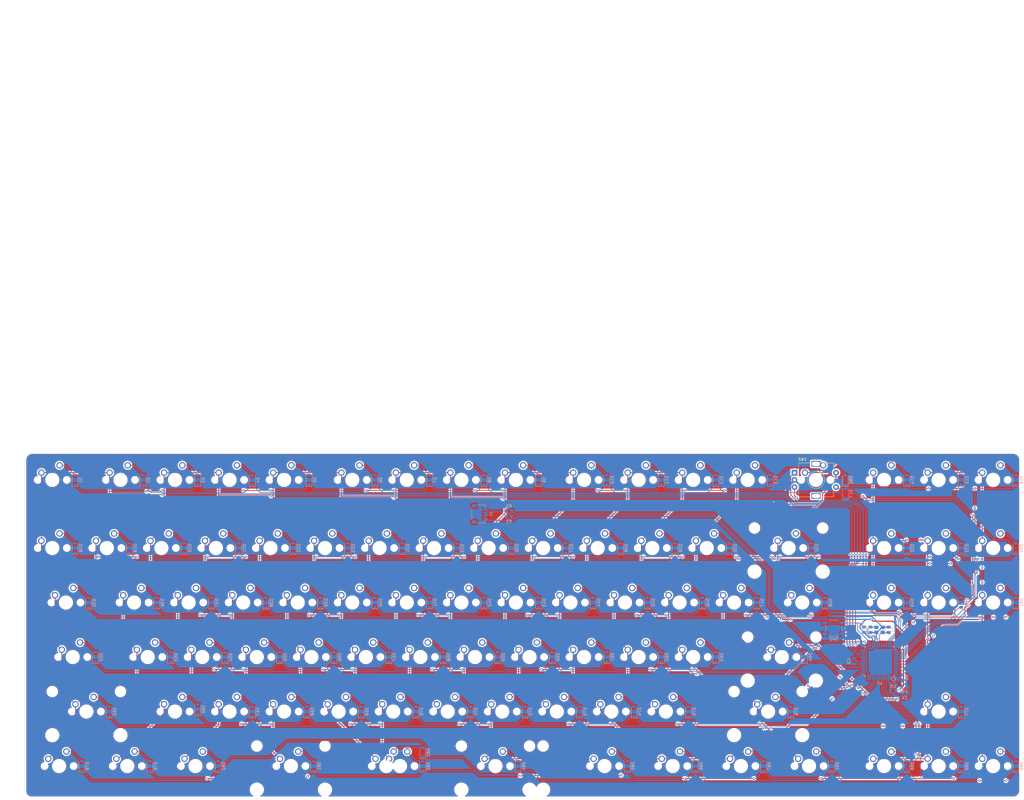
<source format=kicad_pcb>
(kicad_pcb (version 20171130) (host pcbnew "(5.1.10)-1")
  (layers (0 F.Cu signal) (31 B.Cu signal) (34 B.Paste user) (35 F.Paste user) (36 B.SilkS user) (37 F.SilkS user) (38 B.Mask user) (39 F.Mask user) (44 Edge.Cuts user))
  (net 0 "")
  (net 1 GND)
  (net 2 "Net-(C1-Pad1)")
  (net 3 "Net-(C2-Pad1)")
  (net 4 "Net-(C3-Pad1)")
  (net 5 +5V)
  (net 6 "Net-(D1-Pad2)")
  (net 7 ROW0)
  (net 8 "Net-(D2-Pad2)")
  (net 9 ROW1)
  (net 10 "Net-(D3-Pad2)")
  (net 11 "Net-(D4-Pad2)")
  (net 12 "Net-(D5-Pad2)")
  (net 13 "Net-(D6-Pad2)")
  (net 14 "Net-(D7-Pad2)")
  (net 15 "Net-(D8-Pad2)")
  (net 16 "Net-(D9-Pad2)")
  (net 17 "Net-(D10-Pad2)")
  (net 18 "Net-(D11-Pad2)")
  (net 19 "Net-(D12-Pad2)")
  (net 20 "Net-(D13-Pad2)")
  (net 21 "Net-(D14-Pad2)")
  (net 22 "Net-(D15-Pad2)")
  (net 23 "Net-(D16-Pad2)")
  (net 24 "Net-(D17-Pad2)")
  (net 25 "Net-(D18-Pad2)")
  (net 26 ROW2)
  (net 27 "Net-(D19-Pad2)")
  (net 28 ROW3)
  (net 29 "Net-(D20-Pad2)")
  (net 30 "Net-(D21-Pad2)")
  (net 31 "Net-(D22-Pad2)")
  (net 32 "Net-(D23-Pad2)")
  (net 33 "Net-(D24-Pad2)")
  (net 34 "Net-(D25-Pad2)")
  (net 35 "Net-(D26-Pad2)")
  (net 36 "Net-(D27-Pad2)")
  (net 37 "Net-(D28-Pad2)")
  (net 38 "Net-(D29-Pad2)")
  (net 39 "Net-(D30-Pad2)")
  (net 40 "Net-(D31-Pad2)")
  (net 41 "Net-(D32-Pad2)")
  (net 42 "Net-(D33-Pad2)")
  (net 43 "Net-(D34-Pad2)")
  (net 44 "Net-(D35-Pad2)")
  (net 45 ROW4)
  (net 46 "Net-(D36-Pad2)")
  (net 47 ROW5)
  (net 48 "Net-(D37-Pad2)")
  (net 49 "Net-(D38-Pad2)")
  (net 50 "Net-(D39-Pad2)")
  (net 51 "Net-(D40-Pad2)")
  (net 52 "Net-(D41-Pad2)")
  (net 53 "Net-(D42-Pad2)")
  (net 54 "Net-(D43-Pad2)")
  (net 55 "Net-(D44-Pad2)")
  (net 56 "Net-(D45-Pad2)")
  (net 57 "Net-(D46-Pad2)")
  (net 58 "Net-(D47-Pad2)")
  (net 59 "Net-(D48-Pad2)")
  (net 60 "Net-(D49-Pad2)")
  (net 61 "Net-(D50-Pad2)")
  (net 62 "Net-(D51-Pad2)")
  (net 63 "Net-(D52-Pad2)")
  (net 64 ROW6)
  (net 65 "Net-(D53-Pad2)")
  (net 66 ROW7)
  (net 67 "Net-(D54-Pad2)")
  (net 68 "Net-(D55-Pad2)")
  (net 69 "Net-(D56-Pad2)")
  (net 70 "Net-(D57-Pad2)")
  (net 71 "Net-(D58-Pad2)")
  (net 72 "Net-(D59-Pad2)")
  (net 73 "Net-(D60-Pad2)")
  (net 74 "Net-(D61-Pad2)")
  (net 75 "Net-(D62-Pad2)")
  (net 76 "Net-(D63-Pad2)")
  (net 77 "Net-(D64-Pad2)")
  (net 78 "Net-(D65-Pad2)")
  (net 79 ROW8)
  (net 80 "Net-(D66-Pad2)")
  (net 81 ROW9)
  (net 82 "Net-(D67-Pad2)")
  (net 83 "Net-(D68-Pad2)")
  (net 84 "Net-(D69-Pad2)")
  (net 85 "Net-(D70-Pad2)")
  (net 86 "Net-(D71-Pad2)")
  (net 87 "Net-(D72-Pad2)")
  (net 88 "Net-(D73-Pad2)")
  (net 89 "Net-(D74-Pad2)")
  (net 90 "Net-(D75-Pad2)")
  (net 91 "Net-(D76-Pad2)")
  (net 92 "Net-(D77-Pad2)")
  (net 93 "Net-(D78-Pad2)")
  (net 94 ROW10)
  (net 95 "Net-(D79-Pad2)")
  (net 96 ROW11)
  (net 97 "Net-(D80-Pad2)")
  (net 98 "Net-(D81-Pad2)")
  (net 99 "Net-(D82-Pad2)")
  (net 100 "Net-(D83-Pad2)")
  (net 101 "Net-(D84-Pad2)")
  (net 102 "Net-(D85-Pad2)")
  (net 103 "Net-(D86-Pad2)")
  (net 104 "Net-(D87-Pad2)")
  (net 105 "Net-(D88-Pad2)")
  (net 106 "Net-(D89-Pad2)")
  (net 107 "Net-(D90-Pad2)")
  (net 108 "Net-(D91-Pad2)")
  (net 109 D-)
  (net 110 D+)
  (net 111 COL0)
  (net 112 COL1)
  (net 113 COL2)
  (net 114 COL3)
  (net 115 COL4)
  (net 116 COL5)
  (net 117 COL6)
  (net 118 COL7)
  (net 119 COL8)
  (net 120 "Net-(R1-Pad2)")
  (net 121 "Net-(R4-Pad2)")
  (net 122 ENCA)
  (net 123 ENCB)
  (net 124 "Net-(U1-Pad42)")
  (net 125 "Net-(U1-Pad19)")
  (net 126 "Net-(U1-Pad18)")
  (net 127 "Net-(D92-Pad2)")
  (net 128 /MCU_D-)
  (net 129 /MCU_D+)
  (module Resistor_SMD:R_0805_2012Metric (layer B.Cu) (at 332.7908 85.6996 90)
    (fp_text reference R1 (at 0 1.65 90) (layer B.SilkS) (effects (justify mirror)))
    (fp_text value 10k)
    (pad 2 smd roundrect (at 0.9125 0 90) (size 1.025 1.4) (layers B.Cu B.Paste B.Mask) (roundrect_rratio 0.243902) (net 120 "Net-(R1-Pad2)"))
    (pad 1 smd roundrect (at -0.9125 0 90) (size 1.025 1.4) (layers B.Cu B.Paste B.Mask) (roundrect_rratio 0.243902) (net 5 +5V))
  )
  (module Button_Switch_SMD:SW_SPST_TL3342 (layer B.Cu) (at 322.1736 85.2424)
    (fp_text reference SW2 (at 0 3.75) (layer B.SilkS) (effects (justify mirror)))
    (fp_text value SW_Push)
    (pad 2 smd rect (at 3.15 -1.9) (size 1.7 1) (layers B.Cu B.Paste B.Mask) (net 120 "Net-(R1-Pad2)"))
    (pad 2 smd rect (at -3.15 -1.9) (size 1.7 1) (layers B.Cu B.Paste B.Mask) (net 120 "Net-(R1-Pad2)"))
    (pad 1 smd rect (at 3.15 1.9) (size 1.7 1) (layers B.Cu B.Paste B.Mask) (net 1 GND))
    (pad 1 smd rect (at -3.15 1.9) (size 1.7 1) (layers B.Cu B.Paste B.Mask) (net 1 GND))
  )
  (module Diode_SMD:D_SOD-123 (layer B.Cu) (at 326.23125 33.3375 90)
    (fp_text reference D92 (at 0 2 90) (layer B.SilkS) (effects (justify mirror)))
    (fp_text value D_Small)
    (pad 1 smd rect (at -1.65 0 90) (size 0.9 1.2) (layers B.Cu B.Paste B.Mask) (net 26 ROW2))
    (pad 2 smd rect (at 1.65 0 90) (size 0.9 1.2) (layers B.Cu B.Paste B.Mask) (net 127 "Net-(D92-Pad2)"))
  )
  (module MX_Only:MXOnly-1U-NoLED (layer F.Cu) (at 315.9125 33.3375)
    (fp_text reference MX91)
    (fp_text value MX-NoLED)
    (pad 2 thru_hole circle (at 2.54 -5.08) (size 2.25 2.25) (drill 1.47) (layers *.Cu B.Mask) (net 127 "Net-(D92-Pad2)"))
    (pad "" np_thru_hole circle (at 0 0) (size 3.9878 3.9878) (drill 3.9878) (layers *.Cu *.Mask))
    (pad 1 thru_hole circle (at -3.81 -2.54) (size 2.25 2.25) (drill 1.47) (layers *.Cu B.Mask) (net 119 COL8))
    (pad "" np_thru_hole circle (at -5.08 0 48.0996) (size 1.75 1.75) (drill 1.75) (layers *.Cu *.Mask))
    (pad "" np_thru_hole circle (at 5.08 0 48.0996) (size 1.75 1.75) (drill 1.75) (layers *.Cu *.Mask))
  )
  (module Diode_SMD:D_SOD-123 (layer B.Cu) (at 326.23125 33.3375 90)
    (fp_text reference D92 (at 0 2 90) (layer B.SilkS) (effects (justify mirror)))
    (fp_text value D_Small)
    (pad 2 smd rect (at 1.65 0 90) (size 0.9 1.2) (layers B.Cu B.Paste B.Mask) (net 127 "Net-(D92-Pad2)"))
    (pad 1 smd rect (at -1.65 0 90) (size 0.9 1.2) (layers B.Cu B.Paste B.Mask) (net 26 ROW2))
  )
  (module Crystal:Crystal_SMD_3225-4Pin_3.2x2.5mm (layer B.Cu) (at 338.1375 85.725 180)
    (fp_text reference Y1 (at 0 2.45) (layer B.SilkS) (effects (justify mirror)))
    (fp_text value 16MHz)
    (pad 4 smd rect (at -1.1 0.85 180) (size 1.4 1.2) (layers B.Cu B.Paste B.Mask) (net 1 GND))
    (pad 3 smd rect (at 1.1 0.85 180) (size 1.4 1.2) (layers B.Cu B.Paste B.Mask) (net 3 "Net-(C2-Pad1)"))
    (pad 2 smd rect (at 1.1 -0.85 180) (size 1.4 1.2) (layers B.Cu B.Paste B.Mask) (net 1 GND))
    (pad 1 smd rect (at -1.1 -0.85 180) (size 1.4 1.2) (layers B.Cu B.Paste B.Mask) (net 2 "Net-(C1-Pad1)"))
  )
  (module Package_QFP:TQFP-44_10x10mm_P0.8mm (layer B.Cu) (at 338.1375 96.8375)
    (fp_text reference U1 (at 0 7.45) (layer B.SilkS) (effects (justify mirror)))
    (fp_text value ATmega32U4-AU)
    (pad 44 smd rect (at -4 5.7 270) (size 1.5 0.55) (layers B.Cu B.Paste B.Mask) (net 5 +5V))
    (pad 43 smd rect (at -3.2 5.7 270) (size 1.5 0.55) (layers B.Cu B.Paste B.Mask) (net 1 GND))
    (pad 42 smd rect (at -2.4 5.7 270) (size 1.5 0.55) (layers B.Cu B.Paste B.Mask) (net 124 "Net-(U1-Pad42)"))
    (pad 41 smd rect (at -1.6 5.7 270) (size 1.5 0.55) (layers B.Cu B.Paste B.Mask) (net 66 ROW7))
    (pad 40 smd rect (at -0.8 5.7 270) (size 1.5 0.55) (layers B.Cu B.Paste B.Mask) (net 64 ROW6))
    (pad 39 smd rect (at 0 5.7 270) (size 1.5 0.55) (layers B.Cu B.Paste B.Mask) (net 81 ROW9))
    (pad 38 smd rect (at 0.8 5.7 270) (size 1.5 0.55) (layers B.Cu B.Paste B.Mask) (net 79 ROW8))
    (pad 37 smd rect (at 1.6 5.7 270) (size 1.5 0.55) (layers B.Cu B.Paste B.Mask) (net 96 ROW11))
    (pad 36 smd rect (at 2.4 5.7 270) (size 1.5 0.55) (layers B.Cu B.Paste B.Mask) (net 94 ROW10))
    (pad 35 smd rect (at 3.2 5.7 270) (size 1.5 0.55) (layers B.Cu B.Paste B.Mask) (net 1 GND))
    (pad 34 smd rect (at 4 5.7 270) (size 1.5 0.55) (layers B.Cu B.Paste B.Mask) (net 5 +5V))
    (pad 33 smd rect (at 5.7 4) (size 1.5 0.55) (layers B.Cu B.Paste B.Mask) (net 121 "Net-(R4-Pad2)"))
    (pad 32 smd rect (at 5.7 3.2) (size 1.5 0.55) (layers B.Cu B.Paste B.Mask) (net 117 COL6))
    (pad 31 smd rect (at 5.7 2.4) (size 1.5 0.55) (layers B.Cu B.Paste B.Mask) (net 119 COL8))
    (pad 30 smd rect (at 5.7 1.6) (size 1.5 0.55) (layers B.Cu B.Paste B.Mask) (net 118 COL7))
    (pad 29 smd rect (at 5.7 0.8) (size 1.5 0.55) (layers B.Cu B.Paste B.Mask) (net 47 ROW5))
    (pad 28 smd rect (at 5.7 0) (size 1.5 0.55) (layers B.Cu B.Paste B.Mask) (net 45 ROW4))
    (pad 27 smd rect (at 5.7 -0.8) (size 1.5 0.55) (layers B.Cu B.Paste B.Mask) (net 28 ROW3))
    (pad 26 smd rect (at 5.7 -1.6) (size 1.5 0.55) (layers B.Cu B.Paste B.Mask) (net 26 ROW2))
    (pad 25 smd rect (at 5.7 -2.4) (size 1.5 0.55) (layers B.Cu B.Paste B.Mask) (net 9 ROW1))
    (pad 24 smd rect (at 5.7 -3.2) (size 1.5 0.55) (layers B.Cu B.Paste B.Mask) (net 5 +5V))
    (pad 23 smd rect (at 5.7 -4) (size 1.5 0.55) (layers B.Cu B.Paste B.Mask) (net 1 GND))
    (pad 22 smd rect (at 4 -5.7 270) (size 1.5 0.55) (layers B.Cu B.Paste B.Mask) (net 7 ROW0))
    (pad 21 smd rect (at 3.2 -5.7 270) (size 1.5 0.55) (layers B.Cu B.Paste B.Mask) (net 123 ENCB))
    (pad 20 smd rect (at 2.4 -5.7 270) (size 1.5 0.55) (layers B.Cu B.Paste B.Mask) (net 122 ENCA))
    (pad 19 smd rect (at 1.6 -5.7 270) (size 1.5 0.55) (layers B.Cu B.Paste B.Mask) (net 125 "Net-(U1-Pad19)"))
    (pad 18 smd rect (at 0.8 -5.7 270) (size 1.5 0.55) (layers B.Cu B.Paste B.Mask) (net 126 "Net-(U1-Pad18)"))
    (pad 17 smd rect (at 0 -5.7 270) (size 1.5 0.55) (layers B.Cu B.Paste B.Mask) (net 2 "Net-(C1-Pad1)"))
    (pad 16 smd rect (at -0.8 -5.7 270) (size 1.5 0.55) (layers B.Cu B.Paste B.Mask) (net 3 "Net-(C2-Pad1)"))
    (pad 15 smd rect (at -1.6 -5.7 270) (size 1.5 0.55) (layers B.Cu B.Paste B.Mask) (net 1 GND))
    (pad 14 smd rect (at -2.4 -5.7 270) (size 1.5 0.55) (layers B.Cu B.Paste B.Mask) (net 5 +5V))
    (pad 13 smd rect (at -3.2 -5.7 270) (size 1.5 0.55) (layers B.Cu B.Paste B.Mask) (net 120 "Net-(R1-Pad2)"))
    (pad 12 smd rect (at -4 -5.7 270) (size 1.5 0.55) (layers B.Cu B.Paste B.Mask) (net 116 COL5))
    (pad 11 smd rect (at -5.7 -4) (size 1.5 0.55) (layers B.Cu B.Paste B.Mask) (net 111 COL0))
    (pad 10 smd rect (at -5.7 -3.2) (size 1.5 0.55) (layers B.Cu B.Paste B.Mask) (net 112 COL1))
    (pad 9 smd rect (at -5.7 -2.4) (size 1.5 0.55) (layers B.Cu B.Paste B.Mask) (net 113 COL2))
    (pad 8 smd rect (at -5.7 -1.6) (size 1.5 0.55) (layers B.Cu B.Paste B.Mask) (net 114 COL3))
    (pad 7 smd rect (at -5.7 -0.8) (size 1.5 0.55) (layers B.Cu B.Paste B.Mask) (net 5 +5V))
    (pad 6 smd rect (at -5.7 0) (size 1.5 0.55) (layers B.Cu B.Paste B.Mask) (net 4 "Net-(C3-Pad1)"))
    (pad 5 smd rect (at -5.7 0.8) (size 1.5 0.55) (layers B.Cu B.Paste B.Mask) (net 1 GND))
    (pad 4 smd rect (at -5.7 1.6) (size 1.5 0.55) (layers B.Cu B.Paste B.Mask) (net 129 /MCU_D+))
    (pad 3 smd rect (at -5.7 2.4) (size 1.5 0.55) (layers B.Cu B.Paste B.Mask) (net 128 /MCU_D-))
    (pad 2 smd rect (at -5.7 3.2) (size 1.5 0.55) (layers B.Cu B.Paste B.Mask) (net 5 +5V))
    (pad 1 smd rect (at -5.7 4) (size 1.5 0.55) (layers B.Cu B.Paste B.Mask) (net 115 COL4))
  )
  (module Rotary_Encoder:RotaryEncoder_Alps_EC11E-Switch_Vertical_H20mm (layer F.Cu) (at 308.4576 30.8356)
    (fp_text reference SW1 (at 2.8 -4.7) (layer F.SilkS))
    (fp_text value Rotary_Encoder_Switch)
    (pad A thru_hole rect (at 0 0) (size 2 2) (drill 1) (layers *.Cu *.Mask) (net 122 ENCA))
    (pad C thru_hole circle (at 0 2.5) (size 2 2) (drill 1) (layers *.Cu *.Mask) (net 1 GND))
    (pad B thru_hole circle (at 0 5) (size 2 2) (drill 1) (layers *.Cu *.Mask) (net 123 ENCB))
    (pad MP thru_hole rect (at 7.5 -3.1) (size 3.2 2) (drill oval 2.8 1.5) (layers *.Cu *.Mask))
    (pad MP thru_hole rect (at 7.5 8.1) (size 3.2 2) (drill oval 2.8 1.5) (layers *.Cu *.Mask))
    (pad S2 thru_hole circle (at 14.5 0) (size 2 2) (drill 1) (layers *.Cu *.Mask) (net 117 COL6))
    (pad S1 thru_hole circle (at 14.5 5) (size 2 2) (drill 1) (layers *.Cu *.Mask) (net 24 "Net-(D17-Pad2)"))
  )
  (module Resistor_SMD:R_0805_2012Metric (layer B.Cu) (at 346.075 102.39375 90)
    (fp_text reference R4 (at 0 1.65 90) (layer B.SilkS) (effects (justify mirror)))
    (fp_text value 10k)
    (pad 2 smd roundrect (at 0.9125 0 90) (size 1.025 1.4) (layers B.Cu B.Paste B.Mask) (roundrect_rratio 0.243902) (net 121 "Net-(R4-Pad2)"))
    (pad 1 smd roundrect (at -0.9125 0 90) (size 1.025 1.4) (layers B.Cu B.Paste B.Mask) (roundrect_rratio 0.243902) (net 1 GND))
  )
  (module Resistor_SMD:R_0805_2012Metric (layer B.Cu) (at 208.74736 46.19752)
    (fp_text reference R3 (at 0 1.65) (layer B.SilkS) (effects (justify mirror)))
    (fp_text value 22)
    (pad 2 smd roundrect (at 0.9125 0) (size 1.025 1.4) (layers B.Cu B.Paste B.Mask) (roundrect_rratio 0.243902) (net 128 /MCU_D-))
    (pad 1 smd roundrect (at -0.9125 0) (size 1.025 1.4) (layers B.Cu B.Paste B.Mask) (roundrect_rratio 0.243902) (net 109 D-))
  )
  (module Resistor_SMD:R_0805_2012Metric (layer B.Cu) (at 208.74736 44.196 180)
    (fp_text reference R2 (at 0 1.65) (layer B.SilkS) (effects (justify mirror)))
    (fp_text value 22)
    (pad 2 smd roundrect (at 0.9125 0 180) (size 1.025 1.4) (layers B.Cu B.Paste B.Mask) (roundrect_rratio 0.243902) (net 110 D+))
    (pad 1 smd roundrect (at -0.9125 0 180) (size 1.025 1.4) (layers B.Cu B.Paste B.Mask) (roundrect_rratio 0.243902) (net 129 /MCU_D+))
  )
  (module MX_Only:MXOnly-1.25U-NoLED (layer F.Cu) (at 313.53125 133.35)
    (fp_text reference MX90)
    (fp_text value MX-NoLED)
    (pad 2 thru_hole circle (at 2.54 -5.08) (size 2.25 2.25) (drill 1.47) (layers *.Cu B.Mask) (net 108 "Net-(D91-Pad2)"))
    (pad "" np_thru_hole circle (at 0 0) (size 3.9878 3.9878) (drill 3.9878) (layers *.Cu *.Mask))
    (pad 1 thru_hole circle (at -3.81 -2.54) (size 2.25 2.25) (drill 1.47) (layers *.Cu B.Mask) (net 116 COL5))
    (pad "" np_thru_hole circle (at -5.08 0 48.0996) (size 1.75 1.75) (drill 1.75) (layers *.Cu *.Mask))
    (pad "" np_thru_hole circle (at 5.08 0 48.0996) (size 1.75 1.75) (drill 1.75) (layers *.Cu *.Mask))
  )
  (module MX_Only:MXOnly-1U-NoLED (layer F.Cu) (at 377.825 133.35)
    (fp_text reference MX89)
    (fp_text value MX-NoLED)
    (pad 2 thru_hole circle (at 2.54 -5.08) (size 2.25 2.25) (drill 1.47) (layers *.Cu B.Mask) (net 107 "Net-(D90-Pad2)"))
    (pad "" np_thru_hole circle (at 0 0) (size 3.9878 3.9878) (drill 3.9878) (layers *.Cu *.Mask))
    (pad 1 thru_hole circle (at -3.81 -2.54) (size 2.25 2.25) (drill 1.47) (layers *.Cu B.Mask) (net 119 COL8))
    (pad "" np_thru_hole circle (at -5.08 0 48.0996) (size 1.75 1.75) (drill 1.75) (layers *.Cu *.Mask))
    (pad "" np_thru_hole circle (at 5.08 0 48.0996) (size 1.75 1.75) (drill 1.75) (layers *.Cu *.Mask))
  )
  (module MX_Only:MXOnly-1U-NoLED (layer F.Cu) (at 358.775 133.35)
    (fp_text reference MX88)
    (fp_text value MX-NoLED)
    (pad 2 thru_hole circle (at 2.54 -5.08) (size 2.25 2.25) (drill 1.47) (layers *.Cu B.Mask) (net 106 "Net-(D89-Pad2)"))
    (pad "" np_thru_hole circle (at 0 0) (size 3.9878 3.9878) (drill 3.9878) (layers *.Cu *.Mask))
    (pad 1 thru_hole circle (at -3.81 -2.54) (size 2.25 2.25) (drill 1.47) (layers *.Cu B.Mask) (net 118 COL7))
    (pad "" np_thru_hole circle (at -5.08 0 48.0996) (size 1.75 1.75) (drill 1.75) (layers *.Cu *.Mask))
    (pad "" np_thru_hole circle (at 5.08 0 48.0996) (size 1.75 1.75) (drill 1.75) (layers *.Cu *.Mask))
  )
  (module MX_Only:MXOnly-1U-NoLED (layer F.Cu) (at 339.725 133.35)
    (fp_text reference MX87)
    (fp_text value MX-NoLED)
    (pad 2 thru_hole circle (at 2.54 -5.08) (size 2.25 2.25) (drill 1.47) (layers *.Cu B.Mask) (net 105 "Net-(D88-Pad2)"))
    (pad "" np_thru_hole circle (at 0 0) (size 3.9878 3.9878) (drill 3.9878) (layers *.Cu *.Mask))
    (pad 1 thru_hole circle (at -3.81 -2.54) (size 2.25 2.25) (drill 1.47) (layers *.Cu B.Mask) (net 118 COL7))
    (pad "" np_thru_hole circle (at -5.08 0 48.0996) (size 1.75 1.75) (drill 1.75) (layers *.Cu *.Mask))
    (pad "" np_thru_hole circle (at 5.08 0 48.0996) (size 1.75 1.75) (drill 1.75) (layers *.Cu *.Mask))
  )
  (module MX_Only:MXOnly-1.25U-NoLED (layer F.Cu) (at 289.71875 133.35)
    (fp_text reference MX86)
    (fp_text value MX-NoLED)
    (pad 2 thru_hole circle (at 2.54 -5.08) (size 2.25 2.25) (drill 1.47) (layers *.Cu B.Mask) (net 104 "Net-(D87-Pad2)"))
    (pad "" np_thru_hole circle (at 0 0) (size 3.9878 3.9878) (drill 3.9878) (layers *.Cu *.Mask))
    (pad 1 thru_hole circle (at -3.81 -2.54) (size 2.25 2.25) (drill 1.47) (layers *.Cu B.Mask) (net 115 COL4))
    (pad "" np_thru_hole circle (at -5.08 0 48.0996) (size 1.75 1.75) (drill 1.75) (layers *.Cu *.Mask))
    (pad "" np_thru_hole circle (at 5.08 0 48.0996) (size 1.75 1.75) (drill 1.75) (layers *.Cu *.Mask))
  )
  (module MX_Only:MXOnly-1.25U-NoLED (layer F.Cu) (at 265.90625 133.35)
    (fp_text reference MX85)
    (fp_text value MX-NoLED)
    (pad 2 thru_hole circle (at 2.54 -5.08) (size 2.25 2.25) (drill 1.47) (layers *.Cu B.Mask) (net 103 "Net-(D86-Pad2)"))
    (pad "" np_thru_hole circle (at 0 0) (size 3.9878 3.9878) (drill 3.9878) (layers *.Cu *.Mask))
    (pad 1 thru_hole circle (at -3.81 -2.54) (size 2.25 2.25) (drill 1.47) (layers *.Cu B.Mask) (net 115 COL4))
    (pad "" np_thru_hole circle (at -5.08 0 48.0996) (size 1.75 1.75) (drill 1.75) (layers *.Cu *.Mask))
    (pad "" np_thru_hole circle (at 5.08 0 48.0996) (size 1.75 1.75) (drill 1.75) (layers *.Cu *.Mask))
  )
  (module MX_Only:MXOnly-1.25U-NoLED (layer F.Cu) (at 242.09375 133.35)
    (fp_text reference MX84)
    (fp_text value MX-NoLED)
    (pad 2 thru_hole circle (at 2.54 -5.08) (size 2.25 2.25) (drill 1.47) (layers *.Cu B.Mask) (net 102 "Net-(D85-Pad2)"))
    (pad "" np_thru_hole circle (at 0 0) (size 3.9878 3.9878) (drill 3.9878) (layers *.Cu *.Mask))
    (pad 1 thru_hole circle (at -3.81 -2.54) (size 2.25 2.25) (drill 1.47) (layers *.Cu B.Mask) (net 114 COL3))
    (pad "" np_thru_hole circle (at -5.08 0 48.0996) (size 1.75 1.75) (drill 1.75) (layers *.Cu *.Mask))
    (pad "" np_thru_hole circle (at 5.08 0 48.0996) (size 1.75 1.75) (drill 1.75) (layers *.Cu *.Mask))
  )
  (module MX_Only:MXOnly-2.75U-NoLED (layer F.Cu) (at 203.99375 133.35)
    (fp_text reference MX83)
    (fp_text value MX-NoLED)
    (pad 2 thru_hole circle (at 2.54 -5.08) (size 2.25 2.25) (drill 1.47) (layers *.Cu B.Mask) (net 101 "Net-(D84-Pad2)"))
    (pad "" np_thru_hole circle (at 0 0) (size 3.9878 3.9878) (drill 3.9878) (layers *.Cu *.Mask))
    (pad 1 thru_hole circle (at -3.81 -2.54) (size 2.25 2.25) (drill 1.47) (layers *.Cu B.Mask) (net 114 COL3))
    (pad "" np_thru_hole circle (at -5.08 0 48.0996) (size 1.75 1.75) (drill 1.75) (layers *.Cu *.Mask))
    (pad "" np_thru_hole circle (at 5.08 0 48.0996) (size 1.75 1.75) (drill 1.75) (layers *.Cu *.Mask))
    (pad "" np_thru_hole circle (at -11.90625 -6.985) (size 3.048 3.048) (drill 3.048) (layers *.Cu *.Mask))
    (pad "" np_thru_hole circle (at 11.90625 -6.985) (size 3.048 3.048) (drill 3.048) (layers *.Cu *.Mask))
    (pad "" np_thru_hole circle (at -11.90625 8.255) (size 3.9878 3.9878) (drill 3.9878) (layers *.Cu *.Mask))
    (pad "" np_thru_hole circle (at 11.90625 8.255) (size 3.9878 3.9878) (drill 3.9878) (layers *.Cu *.Mask))
  )
  (module MX_Only:MXOnly-6.25U-NoLED (layer F.Cu) (at 170.65625 133.35)
    (fp_text reference MX82)
    (fp_text value MX-NoLED)
    (pad 2 thru_hole circle (at 2.54 -5.08) (size 2.25 2.25) (drill 1.47) (layers *.Cu B.Mask) (net 100 "Net-(D83-Pad2)"))
    (pad "" np_thru_hole circle (at 0 0) (size 3.9878 3.9878) (drill 3.9878) (layers *.Cu *.Mask))
    (pad 1 thru_hole circle (at -3.81 -2.54) (size 2.25 2.25) (drill 1.47) (layers *.Cu B.Mask) (net 113 COL2))
    (pad "" np_thru_hole circle (at -5.08 0 48.0996) (size 1.75 1.75) (drill 1.75) (layers *.Cu *.Mask))
    (pad "" np_thru_hole circle (at 5.08 0 48.0996) (size 1.75 1.75) (drill 1.75) (layers *.Cu *.Mask))
    (pad "" np_thru_hole circle (at -49.9999 -6.985) (size 3.048 3.048) (drill 3.048) (layers *.Cu *.Mask))
    (pad "" np_thru_hole circle (at 49.9999 -6.985) (size 3.048 3.048) (drill 3.048) (layers *.Cu *.Mask))
    (pad "" np_thru_hole circle (at -49.9999 8.255) (size 3.9878 3.9878) (drill 3.9878) (layers *.Cu *.Mask))
    (pad "" np_thru_hole circle (at 49.9999 8.255) (size 3.9878 3.9878) (drill 3.9878) (layers *.Cu *.Mask))
  )
  (module MX_Only:MXOnly-1.25U-NoLED (layer F.Cu) (at 165.89375 133.35)
    (fp_text reference MX81)
    (fp_text value MX-NoLED)
    (pad 2 thru_hole circle (at 2.54 -5.08) (size 2.25 2.25) (drill 1.47) (layers *.Cu B.Mask) (net 99 "Net-(D82-Pad2)"))
    (pad "" np_thru_hole circle (at 0 0) (size 3.9878 3.9878) (drill 3.9878) (layers *.Cu *.Mask))
    (pad 1 thru_hole circle (at -3.81 -2.54) (size 2.25 2.25) (drill 1.47) (layers *.Cu B.Mask) (net 113 COL2))
    (pad "" np_thru_hole circle (at -5.08 0 48.0996) (size 1.75 1.75) (drill 1.75) (layers *.Cu *.Mask))
    (pad "" np_thru_hole circle (at 5.08 0 48.0996) (size 1.75 1.75) (drill 1.75) (layers *.Cu *.Mask))
  )
  (module MX_Only:MXOnly-2.25U-NoLED (layer F.Cu) (at 132.55625 133.35)
    (fp_text reference MX80)
    (fp_text value MX-NoLED)
    (pad 2 thru_hole circle (at 2.54 -5.08) (size 2.25 2.25) (drill 1.47) (layers *.Cu B.Mask) (net 98 "Net-(D81-Pad2)"))
    (pad "" np_thru_hole circle (at 0 0) (size 3.9878 3.9878) (drill 3.9878) (layers *.Cu *.Mask))
    (pad 1 thru_hole circle (at -3.81 -2.54) (size 2.25 2.25) (drill 1.47) (layers *.Cu B.Mask) (net 112 COL1))
    (pad "" np_thru_hole circle (at -5.08 0 48.0996) (size 1.75 1.75) (drill 1.75) (layers *.Cu *.Mask))
    (pad "" np_thru_hole circle (at 5.08 0 48.0996) (size 1.75 1.75) (drill 1.75) (layers *.Cu *.Mask))
    (pad "" np_thru_hole circle (at -11.90625 -6.985) (size 3.048 3.048) (drill 3.048) (layers *.Cu *.Mask))
    (pad "" np_thru_hole circle (at 11.90625 -6.985) (size 3.048 3.048) (drill 3.048) (layers *.Cu *.Mask))
    (pad "" np_thru_hole circle (at -11.90625 8.255) (size 3.9878 3.9878) (drill 3.9878) (layers *.Cu *.Mask))
    (pad "" np_thru_hole circle (at 11.90625 8.255) (size 3.9878 3.9878) (drill 3.9878) (layers *.Cu *.Mask))
  )
  (module MX_Only:MXOnly-1.25U-NoLED (layer F.Cu) (at 99.21875 133.35)
    (fp_text reference MX79)
    (fp_text value MX-NoLED)
    (pad 2 thru_hole circle (at 2.54 -5.08) (size 2.25 2.25) (drill 1.47) (layers *.Cu B.Mask) (net 97 "Net-(D80-Pad2)"))
    (pad "" np_thru_hole circle (at 0 0) (size 3.9878 3.9878) (drill 3.9878) (layers *.Cu *.Mask))
    (pad 1 thru_hole circle (at -3.81 -2.54) (size 2.25 2.25) (drill 1.47) (layers *.Cu B.Mask) (net 112 COL1))
    (pad "" np_thru_hole circle (at -5.08 0 48.0996) (size 1.75 1.75) (drill 1.75) (layers *.Cu *.Mask))
    (pad "" np_thru_hole circle (at 5.08 0 48.0996) (size 1.75 1.75) (drill 1.75) (layers *.Cu *.Mask))
  )
  (module MX_Only:MXOnly-1.25U-NoLED (layer F.Cu) (at 75.40625 133.35)
    (fp_text reference MX78)
    (fp_text value MX-NoLED)
    (pad 2 thru_hole circle (at 2.54 -5.08) (size 2.25 2.25) (drill 1.47) (layers *.Cu B.Mask) (net 95 "Net-(D79-Pad2)"))
    (pad "" np_thru_hole circle (at 0 0) (size 3.9878 3.9878) (drill 3.9878) (layers *.Cu *.Mask))
    (pad 1 thru_hole circle (at -3.81 -2.54) (size 2.25 2.25) (drill 1.47) (layers *.Cu B.Mask) (net 111 COL0))
    (pad "" np_thru_hole circle (at -5.08 0 48.0996) (size 1.75 1.75) (drill 1.75) (layers *.Cu *.Mask))
    (pad "" np_thru_hole circle (at 5.08 0 48.0996) (size 1.75 1.75) (drill 1.75) (layers *.Cu *.Mask))
  )
  (module MX_Only:MXOnly-1.25U-NoLED (layer F.Cu) (at 51.59375 133.35)
    (fp_text reference MX77)
    (fp_text value MX-NoLED)
    (pad 2 thru_hole circle (at 2.54 -5.08) (size 2.25 2.25) (drill 1.47) (layers *.Cu B.Mask) (net 93 "Net-(D78-Pad2)"))
    (pad "" np_thru_hole circle (at 0 0) (size 3.9878 3.9878) (drill 3.9878) (layers *.Cu *.Mask))
    (pad 1 thru_hole circle (at -3.81 -2.54) (size 2.25 2.25) (drill 1.47) (layers *.Cu B.Mask) (net 111 COL0))
    (pad "" np_thru_hole circle (at -5.08 0 48.0996) (size 1.75 1.75) (drill 1.75) (layers *.Cu *.Mask))
    (pad "" np_thru_hole circle (at 5.08 0 48.0996) (size 1.75 1.75) (drill 1.75) (layers *.Cu *.Mask))
  )
  (module MX_Only:MXOnly-1U-NoLED (layer F.Cu) (at 358.775 114.3)
    (fp_text reference MX76)
    (fp_text value MX-NoLED)
    (pad 2 thru_hole circle (at 2.54 -5.08) (size 2.25 2.25) (drill 1.47) (layers *.Cu B.Mask) (net 92 "Net-(D77-Pad2)"))
    (pad "" np_thru_hole circle (at 0 0) (size 3.9878 3.9878) (drill 3.9878) (layers *.Cu *.Mask))
    (pad 1 thru_hole circle (at -3.81 -2.54) (size 2.25 2.25) (drill 1.47) (layers *.Cu B.Mask) (net 118 COL7))
    (pad "" np_thru_hole circle (at -5.08 0 48.0996) (size 1.75 1.75) (drill 1.75) (layers *.Cu *.Mask))
    (pad "" np_thru_hole circle (at 5.08 0 48.0996) (size 1.75 1.75) (drill 1.75) (layers *.Cu *.Mask))
  )
  (module MX_Only:MXOnly-2.75U-NoLED (layer F.Cu) (at 299.24375 114.3)
    (fp_text reference MX75)
    (fp_text value MX-NoLED)
    (pad 2 thru_hole circle (at 2.54 -5.08) (size 2.25 2.25) (drill 1.47) (layers *.Cu B.Mask) (net 91 "Net-(D76-Pad2)"))
    (pad "" np_thru_hole circle (at 0 0) (size 3.9878 3.9878) (drill 3.9878) (layers *.Cu *.Mask))
    (pad 1 thru_hole circle (at -3.81 -2.54) (size 2.25 2.25) (drill 1.47) (layers *.Cu B.Mask) (net 116 COL5))
    (pad "" np_thru_hole circle (at -5.08 0 48.0996) (size 1.75 1.75) (drill 1.75) (layers *.Cu *.Mask))
    (pad "" np_thru_hole circle (at 5.08 0 48.0996) (size 1.75 1.75) (drill 1.75) (layers *.Cu *.Mask))
    (pad "" np_thru_hole circle (at -11.90625 -6.985) (size 3.048 3.048) (drill 3.048) (layers *.Cu *.Mask))
    (pad "" np_thru_hole circle (at 11.90625 -6.985) (size 3.048 3.048) (drill 3.048) (layers *.Cu *.Mask))
    (pad "" np_thru_hole circle (at -11.90625 8.255) (size 3.9878 3.9878) (drill 3.9878) (layers *.Cu *.Mask))
    (pad "" np_thru_hole circle (at 11.90625 8.255) (size 3.9878 3.9878) (drill 3.9878) (layers *.Cu *.Mask))
  )
  (module MX_Only:MXOnly-1U-NoLED (layer F.Cu) (at 263.525 114.3)
    (fp_text reference MX74)
    (fp_text value MX-NoLED)
    (pad 2 thru_hole circle (at 2.54 -5.08) (size 2.25 2.25) (drill 1.47) (layers *.Cu B.Mask) (net 90 "Net-(D75-Pad2)"))
    (pad "" np_thru_hole circle (at 0 0) (size 3.9878 3.9878) (drill 3.9878) (layers *.Cu *.Mask))
    (pad 1 thru_hole circle (at -3.81 -2.54) (size 2.25 2.25) (drill 1.47) (layers *.Cu B.Mask) (net 116 COL5))
    (pad "" np_thru_hole circle (at -5.08 0 48.0996) (size 1.75 1.75) (drill 1.75) (layers *.Cu *.Mask))
    (pad "" np_thru_hole circle (at 5.08 0 48.0996) (size 1.75 1.75) (drill 1.75) (layers *.Cu *.Mask))
  )
  (module MX_Only:MXOnly-1U-NoLED (layer F.Cu) (at 244.475 114.3)
    (fp_text reference MX73)
    (fp_text value MX-NoLED)
    (pad 2 thru_hole circle (at 2.54 -5.08) (size 2.25 2.25) (drill 1.47) (layers *.Cu B.Mask) (net 89 "Net-(D74-Pad2)"))
    (pad "" np_thru_hole circle (at 0 0) (size 3.9878 3.9878) (drill 3.9878) (layers *.Cu *.Mask))
    (pad 1 thru_hole circle (at -3.81 -2.54) (size 2.25 2.25) (drill 1.47) (layers *.Cu B.Mask) (net 115 COL4))
    (pad "" np_thru_hole circle (at -5.08 0 48.0996) (size 1.75 1.75) (drill 1.75) (layers *.Cu *.Mask))
    (pad "" np_thru_hole circle (at 5.08 0 48.0996) (size 1.75 1.75) (drill 1.75) (layers *.Cu *.Mask))
  )
  (module MX_Only:MXOnly-1U-NoLED (layer F.Cu) (at 225.425 114.3)
    (fp_text reference MX72)
    (fp_text value MX-NoLED)
    (pad 2 thru_hole circle (at 2.54 -5.08) (size 2.25 2.25) (drill 1.47) (layers *.Cu B.Mask) (net 88 "Net-(D73-Pad2)"))
    (pad "" np_thru_hole circle (at 0 0) (size 3.9878 3.9878) (drill 3.9878) (layers *.Cu *.Mask))
    (pad 1 thru_hole circle (at -3.81 -2.54) (size 2.25 2.25) (drill 1.47) (layers *.Cu B.Mask) (net 115 COL4))
    (pad "" np_thru_hole circle (at -5.08 0 48.0996) (size 1.75 1.75) (drill 1.75) (layers *.Cu *.Mask))
    (pad "" np_thru_hole circle (at 5.08 0 48.0996) (size 1.75 1.75) (drill 1.75) (layers *.Cu *.Mask))
  )
  (module MX_Only:MXOnly-1U-NoLED (layer F.Cu) (at 206.375 114.3)
    (fp_text reference MX71)
    (fp_text value MX-NoLED)
    (pad 2 thru_hole circle (at 2.54 -5.08) (size 2.25 2.25) (drill 1.47) (layers *.Cu B.Mask) (net 87 "Net-(D72-Pad2)"))
    (pad "" np_thru_hole circle (at 0 0) (size 3.9878 3.9878) (drill 3.9878) (layers *.Cu *.Mask))
    (pad 1 thru_hole circle (at -3.81 -2.54) (size 2.25 2.25) (drill 1.47) (layers *.Cu B.Mask) (net 114 COL3))
    (pad "" np_thru_hole circle (at -5.08 0 48.0996) (size 1.75 1.75) (drill 1.75) (layers *.Cu *.Mask))
    (pad "" np_thru_hole circle (at 5.08 0 48.0996) (size 1.75 1.75) (drill 1.75) (layers *.Cu *.Mask))
  )
  (module MX_Only:MXOnly-1U-NoLED (layer F.Cu) (at 187.325 114.3)
    (fp_text reference MX70)
    (fp_text value MX-NoLED)
    (pad 2 thru_hole circle (at 2.54 -5.08) (size 2.25 2.25) (drill 1.47) (layers *.Cu B.Mask) (net 86 "Net-(D71-Pad2)"))
    (pad "" np_thru_hole circle (at 0 0) (size 3.9878 3.9878) (drill 3.9878) (layers *.Cu *.Mask))
    (pad 1 thru_hole circle (at -3.81 -2.54) (size 2.25 2.25) (drill 1.47) (layers *.Cu B.Mask) (net 114 COL3))
    (pad "" np_thru_hole circle (at -5.08 0 48.0996) (size 1.75 1.75) (drill 1.75) (layers *.Cu *.Mask))
    (pad "" np_thru_hole circle (at 5.08 0 48.0996) (size 1.75 1.75) (drill 1.75) (layers *.Cu *.Mask))
  )
  (module MX_Only:MXOnly-1U-NoLED (layer F.Cu) (at 168.275 114.3)
    (fp_text reference MX69)
    (fp_text value MX-NoLED)
    (pad 2 thru_hole circle (at 2.54 -5.08) (size 2.25 2.25) (drill 1.47) (layers *.Cu B.Mask) (net 85 "Net-(D70-Pad2)"))
    (pad "" np_thru_hole circle (at 0 0) (size 3.9878 3.9878) (drill 3.9878) (layers *.Cu *.Mask))
    (pad 1 thru_hole circle (at -3.81 -2.54) (size 2.25 2.25) (drill 1.47) (layers *.Cu B.Mask) (net 113 COL2))
    (pad "" np_thru_hole circle (at -5.08 0 48.0996) (size 1.75 1.75) (drill 1.75) (layers *.Cu *.Mask))
    (pad "" np_thru_hole circle (at 5.08 0 48.0996) (size 1.75 1.75) (drill 1.75) (layers *.Cu *.Mask))
  )
  (module MX_Only:MXOnly-1U-NoLED (layer F.Cu) (at 149.225 114.3)
    (fp_text reference MX68)
    (fp_text value MX-NoLED)
    (pad 2 thru_hole circle (at 2.54 -5.08) (size 2.25 2.25) (drill 1.47) (layers *.Cu B.Mask) (net 84 "Net-(D69-Pad2)"))
    (pad "" np_thru_hole circle (at 0 0) (size 3.9878 3.9878) (drill 3.9878) (layers *.Cu *.Mask))
    (pad 1 thru_hole circle (at -3.81 -2.54) (size 2.25 2.25) (drill 1.47) (layers *.Cu B.Mask) (net 113 COL2))
    (pad "" np_thru_hole circle (at -5.08 0 48.0996) (size 1.75 1.75) (drill 1.75) (layers *.Cu *.Mask))
    (pad "" np_thru_hole circle (at 5.08 0 48.0996) (size 1.75 1.75) (drill 1.75) (layers *.Cu *.Mask))
  )
  (module MX_Only:MXOnly-1U-NoLED (layer F.Cu) (at 130.175 114.3)
    (fp_text reference MX67)
    (fp_text value MX-NoLED)
    (pad 2 thru_hole circle (at 2.54 -5.08) (size 2.25 2.25) (drill 1.47) (layers *.Cu B.Mask) (net 83 "Net-(D68-Pad2)"))
    (pad "" np_thru_hole circle (at 0 0) (size 3.9878 3.9878) (drill 3.9878) (layers *.Cu *.Mask))
    (pad 1 thru_hole circle (at -3.81 -2.54) (size 2.25 2.25) (drill 1.47) (layers *.Cu B.Mask) (net 112 COL1))
    (pad "" np_thru_hole circle (at -5.08 0 48.0996) (size 1.75 1.75) (drill 1.75) (layers *.Cu *.Mask))
    (pad "" np_thru_hole circle (at 5.08 0 48.0996) (size 1.75 1.75) (drill 1.75) (layers *.Cu *.Mask))
  )
  (module MX_Only:MXOnly-1U-NoLED (layer F.Cu) (at 111.125 114.3)
    (fp_text reference MX66)
    (fp_text value MX-NoLED)
    (pad 2 thru_hole circle (at 2.54 -5.08) (size 2.25 2.25) (drill 1.47) (layers *.Cu B.Mask) (net 82 "Net-(D67-Pad2)"))
    (pad "" np_thru_hole circle (at 0 0) (size 3.9878 3.9878) (drill 3.9878) (layers *.Cu *.Mask))
    (pad 1 thru_hole circle (at -3.81 -2.54) (size 2.25 2.25) (drill 1.47) (layers *.Cu B.Mask) (net 112 COL1))
    (pad "" np_thru_hole circle (at -5.08 0 48.0996) (size 1.75 1.75) (drill 1.75) (layers *.Cu *.Mask))
    (pad "" np_thru_hole circle (at 5.08 0 48.0996) (size 1.75 1.75) (drill 1.75) (layers *.Cu *.Mask))
  )
  (module MX_Only:MXOnly-1U-NoLED (layer F.Cu) (at 92.075 114.3)
    (fp_text reference MX65)
    (fp_text value MX-NoLED)
    (pad 2 thru_hole circle (at 2.54 -5.08) (size 2.25 2.25) (drill 1.47) (layers *.Cu B.Mask) (net 80 "Net-(D66-Pad2)"))
    (pad "" np_thru_hole circle (at 0 0) (size 3.9878 3.9878) (drill 3.9878) (layers *.Cu *.Mask))
    (pad 1 thru_hole circle (at -3.81 -2.54) (size 2.25 2.25) (drill 1.47) (layers *.Cu B.Mask) (net 111 COL0))
    (pad "" np_thru_hole circle (at -5.08 0 48.0996) (size 1.75 1.75) (drill 1.75) (layers *.Cu *.Mask))
    (pad "" np_thru_hole circle (at 5.08 0 48.0996) (size 1.75 1.75) (drill 1.75) (layers *.Cu *.Mask))
  )
  (module MX_Only:MXOnly-2.25U-NoLED (layer F.Cu) (at 61.11875 114.3)
    (fp_text reference MX64)
    (fp_text value MX-NoLED)
    (pad 2 thru_hole circle (at 2.54 -5.08) (size 2.25 2.25) (drill 1.47) (layers *.Cu B.Mask) (net 78 "Net-(D65-Pad2)"))
    (pad "" np_thru_hole circle (at 0 0) (size 3.9878 3.9878) (drill 3.9878) (layers *.Cu *.Mask))
    (pad 1 thru_hole circle (at -3.81 -2.54) (size 2.25 2.25) (drill 1.47) (layers *.Cu B.Mask) (net 111 COL0))
    (pad "" np_thru_hole circle (at -5.08 0 48.0996) (size 1.75 1.75) (drill 1.75) (layers *.Cu *.Mask))
    (pad "" np_thru_hole circle (at 5.08 0 48.0996) (size 1.75 1.75) (drill 1.75) (layers *.Cu *.Mask))
    (pad "" np_thru_hole circle (at -11.90625 -6.985) (size 3.048 3.048) (drill 3.048) (layers *.Cu *.Mask))
    (pad "" np_thru_hole circle (at 11.90625 -6.985) (size 3.048 3.048) (drill 3.048) (layers *.Cu *.Mask))
    (pad "" np_thru_hole circle (at -11.90625 8.255) (size 3.9878 3.9878) (drill 3.9878) (layers *.Cu *.Mask))
    (pad "" np_thru_hole circle (at 11.90625 8.255) (size 3.9878 3.9878) (drill 3.9878) (layers *.Cu *.Mask))
  )
  (module MX_Only:MXOnly-2.25U-NoLED (layer F.Cu) (at 304.00625 95.25)
    (fp_text reference MX63)
    (fp_text value MX-NoLED)
    (pad 2 thru_hole circle (at 2.54 -5.08) (size 2.25 2.25) (drill 1.47) (layers *.Cu B.Mask) (net 77 "Net-(D64-Pad2)"))
    (pad "" np_thru_hole circle (at 0 0) (size 3.9878 3.9878) (drill 3.9878) (layers *.Cu *.Mask))
    (pad 1 thru_hole circle (at -3.81 -2.54) (size 2.25 2.25) (drill 1.47) (layers *.Cu B.Mask) (net 117 COL6))
    (pad "" np_thru_hole circle (at -5.08 0 48.0996) (size 1.75 1.75) (drill 1.75) (layers *.Cu *.Mask))
    (pad "" np_thru_hole circle (at 5.08 0 48.0996) (size 1.75 1.75) (drill 1.75) (layers *.Cu *.Mask))
    (pad "" np_thru_hole circle (at -11.90625 -6.985) (size 3.048 3.048) (drill 3.048) (layers *.Cu *.Mask))
    (pad "" np_thru_hole circle (at 11.90625 -6.985) (size 3.048 3.048) (drill 3.048) (layers *.Cu *.Mask))
    (pad "" np_thru_hole circle (at -11.90625 8.255) (size 3.9878 3.9878) (drill 3.9878) (layers *.Cu *.Mask))
    (pad "" np_thru_hole circle (at 11.90625 8.255) (size 3.9878 3.9878) (drill 3.9878) (layers *.Cu *.Mask))
  )
  (module MX_Only:MXOnly-1U-NoLED (layer F.Cu) (at 273.05 95.25)
    (fp_text reference MX62)
    (fp_text value MX-NoLED)
    (pad 2 thru_hole circle (at 2.54 -5.08) (size 2.25 2.25) (drill 1.47) (layers *.Cu B.Mask) (net 76 "Net-(D63-Pad2)"))
    (pad "" np_thru_hole circle (at 0 0) (size 3.9878 3.9878) (drill 3.9878) (layers *.Cu *.Mask))
    (pad 1 thru_hole circle (at -3.81 -2.54) (size 2.25 2.25) (drill 1.47) (layers *.Cu B.Mask) (net 116 COL5))
    (pad "" np_thru_hole circle (at -5.08 0 48.0996) (size 1.75 1.75) (drill 1.75) (layers *.Cu *.Mask))
    (pad "" np_thru_hole circle (at 5.08 0 48.0996) (size 1.75 1.75) (drill 1.75) (layers *.Cu *.Mask))
  )
  (module MX_Only:MXOnly-1U-NoLED (layer F.Cu) (at 254 95.25)
    (fp_text reference MX61)
    (fp_text value MX-NoLED)
    (pad 2 thru_hole circle (at 2.54 -5.08) (size 2.25 2.25) (drill 1.47) (layers *.Cu B.Mask) (net 75 "Net-(D62-Pad2)"))
    (pad "" np_thru_hole circle (at 0 0) (size 3.9878 3.9878) (drill 3.9878) (layers *.Cu *.Mask))
    (pad 1 thru_hole circle (at -3.81 -2.54) (size 2.25 2.25) (drill 1.47) (layers *.Cu B.Mask) (net 116 COL5))
    (pad "" np_thru_hole circle (at -5.08 0 48.0996) (size 1.75 1.75) (drill 1.75) (layers *.Cu *.Mask))
    (pad "" np_thru_hole circle (at 5.08 0 48.0996) (size 1.75 1.75) (drill 1.75) (layers *.Cu *.Mask))
  )
  (module MX_Only:MXOnly-1U-NoLED (layer F.Cu) (at 234.95 95.25)
    (fp_text reference MX60)
    (fp_text value MX-NoLED)
    (pad 2 thru_hole circle (at 2.54 -5.08) (size 2.25 2.25) (drill 1.47) (layers *.Cu B.Mask) (net 74 "Net-(D61-Pad2)"))
    (pad "" np_thru_hole circle (at 0 0) (size 3.9878 3.9878) (drill 3.9878) (layers *.Cu *.Mask))
    (pad 1 thru_hole circle (at -3.81 -2.54) (size 2.25 2.25) (drill 1.47) (layers *.Cu B.Mask) (net 115 COL4))
    (pad "" np_thru_hole circle (at -5.08 0 48.0996) (size 1.75 1.75) (drill 1.75) (layers *.Cu *.Mask))
    (pad "" np_thru_hole circle (at 5.08 0 48.0996) (size 1.75 1.75) (drill 1.75) (layers *.Cu *.Mask))
  )
  (module MX_Only:MXOnly-1U-NoLED (layer F.Cu) (at 215.9 95.25)
    (fp_text reference MX59)
    (fp_text value MX-NoLED)
    (pad 2 thru_hole circle (at 2.54 -5.08) (size 2.25 2.25) (drill 1.47) (layers *.Cu B.Mask) (net 73 "Net-(D60-Pad2)"))
    (pad "" np_thru_hole circle (at 0 0) (size 3.9878 3.9878) (drill 3.9878) (layers *.Cu *.Mask))
    (pad 1 thru_hole circle (at -3.81 -2.54) (size 2.25 2.25) (drill 1.47) (layers *.Cu B.Mask) (net 115 COL4))
    (pad "" np_thru_hole circle (at -5.08 0 48.0996) (size 1.75 1.75) (drill 1.75) (layers *.Cu *.Mask))
    (pad "" np_thru_hole circle (at 5.08 0 48.0996) (size 1.75 1.75) (drill 1.75) (layers *.Cu *.Mask))
  )
  (module MX_Only:MXOnly-1U-NoLED (layer F.Cu) (at 196.85 95.25)
    (fp_text reference MX58)
    (fp_text value MX-NoLED)
    (pad 2 thru_hole circle (at 2.54 -5.08) (size 2.25 2.25) (drill 1.47) (layers *.Cu B.Mask) (net 72 "Net-(D59-Pad2)"))
    (pad "" np_thru_hole circle (at 0 0) (size 3.9878 3.9878) (drill 3.9878) (layers *.Cu *.Mask))
    (pad 1 thru_hole circle (at -3.81 -2.54) (size 2.25 2.25) (drill 1.47) (layers *.Cu B.Mask) (net 114 COL3))
    (pad "" np_thru_hole circle (at -5.08 0 48.0996) (size 1.75 1.75) (drill 1.75) (layers *.Cu *.Mask))
    (pad "" np_thru_hole circle (at 5.08 0 48.0996) (size 1.75 1.75) (drill 1.75) (layers *.Cu *.Mask))
  )
  (module MX_Only:MXOnly-1U-NoLED (layer F.Cu) (at 177.8 95.25)
    (fp_text reference MX57)
    (fp_text value MX-NoLED)
    (pad 2 thru_hole circle (at 2.54 -5.08) (size 2.25 2.25) (drill 1.47) (layers *.Cu B.Mask) (net 71 "Net-(D58-Pad2)"))
    (pad "" np_thru_hole circle (at 0 0) (size 3.9878 3.9878) (drill 3.9878) (layers *.Cu *.Mask))
    (pad 1 thru_hole circle (at -3.81 -2.54) (size 2.25 2.25) (drill 1.47) (layers *.Cu B.Mask) (net 114 COL3))
    (pad "" np_thru_hole circle (at -5.08 0 48.0996) (size 1.75 1.75) (drill 1.75) (layers *.Cu *.Mask))
    (pad "" np_thru_hole circle (at 5.08 0 48.0996) (size 1.75 1.75) (drill 1.75) (layers *.Cu *.Mask))
  )
  (module MX_Only:MXOnly-1U-NoLED (layer F.Cu) (at 158.75 95.25)
    (fp_text reference MX56)
    (fp_text value MX-NoLED)
    (pad 2 thru_hole circle (at 2.54 -5.08) (size 2.25 2.25) (drill 1.47) (layers *.Cu B.Mask) (net 70 "Net-(D57-Pad2)"))
    (pad "" np_thru_hole circle (at 0 0) (size 3.9878 3.9878) (drill 3.9878) (layers *.Cu *.Mask))
    (pad 1 thru_hole circle (at -3.81 -2.54) (size 2.25 2.25) (drill 1.47) (layers *.Cu B.Mask) (net 113 COL2))
    (pad "" np_thru_hole circle (at -5.08 0 48.0996) (size 1.75 1.75) (drill 1.75) (layers *.Cu *.Mask))
    (pad "" np_thru_hole circle (at 5.08 0 48.0996) (size 1.75 1.75) (drill 1.75) (layers *.Cu *.Mask))
  )
  (module MX_Only:MXOnly-1U-NoLED (layer F.Cu) (at 139.7 95.25)
    (fp_text reference MX55)
    (fp_text value MX-NoLED)
    (pad 2 thru_hole circle (at 2.54 -5.08) (size 2.25 2.25) (drill 1.47) (layers *.Cu B.Mask) (net 69 "Net-(D56-Pad2)"))
    (pad "" np_thru_hole circle (at 0 0) (size 3.9878 3.9878) (drill 3.9878) (layers *.Cu *.Mask))
    (pad 1 thru_hole circle (at -3.81 -2.54) (size 2.25 2.25) (drill 1.47) (layers *.Cu B.Mask) (net 113 COL2))
    (pad "" np_thru_hole circle (at -5.08 0 48.0996) (size 1.75 1.75) (drill 1.75) (layers *.Cu *.Mask))
    (pad "" np_thru_hole circle (at 5.08 0 48.0996) (size 1.75 1.75) (drill 1.75) (layers *.Cu *.Mask))
  )
  (module MX_Only:MXOnly-1U-NoLED (layer F.Cu) (at 120.65 95.25)
    (fp_text reference MX54)
    (fp_text value MX-NoLED)
    (pad 2 thru_hole circle (at 2.54 -5.08) (size 2.25 2.25) (drill 1.47) (layers *.Cu B.Mask) (net 68 "Net-(D55-Pad2)"))
    (pad "" np_thru_hole circle (at 0 0) (size 3.9878 3.9878) (drill 3.9878) (layers *.Cu *.Mask))
    (pad 1 thru_hole circle (at -3.81 -2.54) (size 2.25 2.25) (drill 1.47) (layers *.Cu B.Mask) (net 112 COL1))
    (pad "" np_thru_hole circle (at -5.08 0 48.0996) (size 1.75 1.75) (drill 1.75) (layers *.Cu *.Mask))
    (pad "" np_thru_hole circle (at 5.08 0 48.0996) (size 1.75 1.75) (drill 1.75) (layers *.Cu *.Mask))
  )
  (module MX_Only:MXOnly-1U-NoLED (layer F.Cu) (at 101.6 95.25)
    (fp_text reference MX53)
    (fp_text value MX-NoLED)
    (pad 2 thru_hole circle (at 2.54 -5.08) (size 2.25 2.25) (drill 1.47) (layers *.Cu B.Mask) (net 67 "Net-(D54-Pad2)"))
    (pad "" np_thru_hole circle (at 0 0) (size 3.9878 3.9878) (drill 3.9878) (layers *.Cu *.Mask))
    (pad 1 thru_hole circle (at -3.81 -2.54) (size 2.25 2.25) (drill 1.47) (layers *.Cu B.Mask) (net 112 COL1))
    (pad "" np_thru_hole circle (at -5.08 0 48.0996) (size 1.75 1.75) (drill 1.75) (layers *.Cu *.Mask))
    (pad "" np_thru_hole circle (at 5.08 0 48.0996) (size 1.75 1.75) (drill 1.75) (layers *.Cu *.Mask))
  )
  (module MX_Only:MXOnly-1U-NoLED (layer F.Cu) (at 82.55 95.25)
    (fp_text reference MX52)
    (fp_text value MX-NoLED)
    (pad 2 thru_hole circle (at 2.54 -5.08) (size 2.25 2.25) (drill 1.47) (layers *.Cu B.Mask) (net 65 "Net-(D53-Pad2)"))
    (pad "" np_thru_hole circle (at 0 0) (size 3.9878 3.9878) (drill 3.9878) (layers *.Cu *.Mask))
    (pad 1 thru_hole circle (at -3.81 -2.54) (size 2.25 2.25) (drill 1.47) (layers *.Cu B.Mask) (net 111 COL0))
    (pad "" np_thru_hole circle (at -5.08 0 48.0996) (size 1.75 1.75) (drill 1.75) (layers *.Cu *.Mask))
    (pad "" np_thru_hole circle (at 5.08 0 48.0996) (size 1.75 1.75) (drill 1.75) (layers *.Cu *.Mask))
  )
  (module MX_Only:MXOnly-1.75U-NoLED (layer F.Cu) (at 56.35625 95.25)
    (fp_text reference MX51)
    (fp_text value MX-NoLED)
    (pad 2 thru_hole circle (at 2.54 -5.08) (size 2.25 2.25) (drill 1.47) (layers *.Cu B.Mask) (net 63 "Net-(D52-Pad2)"))
    (pad "" np_thru_hole circle (at 0 0) (size 3.9878 3.9878) (drill 3.9878) (layers *.Cu *.Mask))
    (pad 1 thru_hole circle (at -3.81 -2.54) (size 2.25 2.25) (drill 1.47) (layers *.Cu B.Mask) (net 111 COL0))
    (pad "" np_thru_hole circle (at -5.08 0 48.0996) (size 1.75 1.75) (drill 1.75) (layers *.Cu *.Mask))
    (pad "" np_thru_hole circle (at 5.08 0 48.0996) (size 1.75 1.75) (drill 1.75) (layers *.Cu *.Mask))
  )
  (module MX_Only:MXOnly-1U-NoLED (layer F.Cu) (at 377.825 76.2)
    (fp_text reference MX50)
    (fp_text value MX-NoLED)
    (pad 2 thru_hole circle (at 2.54 -5.08) (size 2.25 2.25) (drill 1.47) (layers *.Cu B.Mask) (net 62 "Net-(D51-Pad2)"))
    (pad "" np_thru_hole circle (at 0 0) (size 3.9878 3.9878) (drill 3.9878) (layers *.Cu *.Mask))
    (pad 1 thru_hole circle (at -3.81 -2.54) (size 2.25 2.25) (drill 1.47) (layers *.Cu B.Mask) (net 119 COL8))
    (pad "" np_thru_hole circle (at -5.08 0 48.0996) (size 1.75 1.75) (drill 1.75) (layers *.Cu *.Mask))
    (pad "" np_thru_hole circle (at 5.08 0 48.0996) (size 1.75 1.75) (drill 1.75) (layers *.Cu *.Mask))
  )
  (module MX_Only:MXOnly-1U-NoLED (layer F.Cu) (at 358.775 76.2)
    (fp_text reference MX49)
    (fp_text value MX-NoLED)
    (pad 2 thru_hole circle (at 2.54 -5.08) (size 2.25 2.25) (drill 1.47) (layers *.Cu B.Mask) (net 61 "Net-(D50-Pad2)"))
    (pad "" np_thru_hole circle (at 0 0) (size 3.9878 3.9878) (drill 3.9878) (layers *.Cu *.Mask))
    (pad 1 thru_hole circle (at -3.81 -2.54) (size 2.25 2.25) (drill 1.47) (layers *.Cu B.Mask) (net 118 COL7))
    (pad "" np_thru_hole circle (at -5.08 0 48.0996) (size 1.75 1.75) (drill 1.75) (layers *.Cu *.Mask))
    (pad "" np_thru_hole circle (at 5.08 0 48.0996) (size 1.75 1.75) (drill 1.75) (layers *.Cu *.Mask))
  )
  (module MX_Only:MXOnly-1U-NoLED (layer F.Cu) (at 339.725 76.2)
    (fp_text reference MX48)
    (fp_text value MX-NoLED)
    (pad 2 thru_hole circle (at 2.54 -5.08) (size 2.25 2.25) (drill 1.47) (layers *.Cu B.Mask) (net 60 "Net-(D49-Pad2)"))
    (pad "" np_thru_hole circle (at 0 0) (size 3.9878 3.9878) (drill 3.9878) (layers *.Cu *.Mask))
    (pad 1 thru_hole circle (at -3.81 -2.54) (size 2.25 2.25) (drill 1.47) (layers *.Cu B.Mask) (net 118 COL7))
    (pad "" np_thru_hole circle (at -5.08 0 48.0996) (size 1.75 1.75) (drill 1.75) (layers *.Cu *.Mask))
    (pad "" np_thru_hole circle (at 5.08 0 48.0996) (size 1.75 1.75) (drill 1.75) (layers *.Cu *.Mask))
  )
  (module MX_Only:MXOnly-1.5U-NoLED (layer F.Cu) (at 311.15 76.2)
    (fp_text reference MX47)
    (fp_text value MX-NoLED)
    (pad 2 thru_hole circle (at 2.54 -5.08) (size 2.25 2.25) (drill 1.47) (layers *.Cu B.Mask) (net 59 "Net-(D48-Pad2)"))
    (pad "" np_thru_hole circle (at 0 0) (size 3.9878 3.9878) (drill 3.9878) (layers *.Cu *.Mask))
    (pad 1 thru_hole circle (at -3.81 -2.54) (size 2.25 2.25) (drill 1.47) (layers *.Cu B.Mask) (net 117 COL6))
    (pad "" np_thru_hole circle (at -5.08 0 48.0996) (size 1.75 1.75) (drill 1.75) (layers *.Cu *.Mask))
    (pad "" np_thru_hole circle (at 5.08 0 48.0996) (size 1.75 1.75) (drill 1.75) (layers *.Cu *.Mask))
  )
  (module MX_Only:MXOnly-1U-NoLED (layer F.Cu) (at 287.3375 76.2)
    (fp_text reference MX46)
    (fp_text value MX-NoLED)
    (pad 2 thru_hole circle (at 2.54 -5.08) (size 2.25 2.25) (drill 1.47) (layers *.Cu B.Mask) (net 58 "Net-(D47-Pad2)"))
    (pad "" np_thru_hole circle (at 0 0) (size 3.9878 3.9878) (drill 3.9878) (layers *.Cu *.Mask))
    (pad 1 thru_hole circle (at -3.81 -2.54) (size 2.25 2.25) (drill 1.47) (layers *.Cu B.Mask) (net 117 COL6))
    (pad "" np_thru_hole circle (at -5.08 0 48.0996) (size 1.75 1.75) (drill 1.75) (layers *.Cu *.Mask))
    (pad "" np_thru_hole circle (at 5.08 0 48.0996) (size 1.75 1.75) (drill 1.75) (layers *.Cu *.Mask))
  )
  (module MX_Only:MXOnly-1U-NoLED (layer F.Cu) (at 268.2875 76.2)
    (fp_text reference MX45)
    (fp_text value MX-NoLED)
    (pad 2 thru_hole circle (at 2.54 -5.08) (size 2.25 2.25) (drill 1.47) (layers *.Cu B.Mask) (net 57 "Net-(D46-Pad2)"))
    (pad "" np_thru_hole circle (at 0 0) (size 3.9878 3.9878) (drill 3.9878) (layers *.Cu *.Mask))
    (pad 1 thru_hole circle (at -3.81 -2.54) (size 2.25 2.25) (drill 1.47) (layers *.Cu B.Mask) (net 116 COL5))
    (pad "" np_thru_hole circle (at -5.08 0 48.0996) (size 1.75 1.75) (drill 1.75) (layers *.Cu *.Mask))
    (pad "" np_thru_hole circle (at 5.08 0 48.0996) (size 1.75 1.75) (drill 1.75) (layers *.Cu *.Mask))
  )
  (module MX_Only:MXOnly-1U-NoLED (layer F.Cu) (at 249.2375 76.2)
    (fp_text reference MX44)
    (fp_text value MX-NoLED)
    (pad 2 thru_hole circle (at 2.54 -5.08) (size 2.25 2.25) (drill 1.47) (layers *.Cu B.Mask) (net 56 "Net-(D45-Pad2)"))
    (pad "" np_thru_hole circle (at 0 0) (size 3.9878 3.9878) (drill 3.9878) (layers *.Cu *.Mask))
    (pad 1 thru_hole circle (at -3.81 -2.54) (size 2.25 2.25) (drill 1.47) (layers *.Cu B.Mask) (net 116 COL5))
    (pad "" np_thru_hole circle (at -5.08 0 48.0996) (size 1.75 1.75) (drill 1.75) (layers *.Cu *.Mask))
    (pad "" np_thru_hole circle (at 5.08 0 48.0996) (size 1.75 1.75) (drill 1.75) (layers *.Cu *.Mask))
  )
  (module MX_Only:MXOnly-1U-NoLED (layer F.Cu) (at 230.1875 76.2)
    (fp_text reference MX43)
    (fp_text value MX-NoLED)
    (pad 2 thru_hole circle (at 2.54 -5.08) (size 2.25 2.25) (drill 1.47) (layers *.Cu B.Mask) (net 55 "Net-(D44-Pad2)"))
    (pad "" np_thru_hole circle (at 0 0) (size 3.9878 3.9878) (drill 3.9878) (layers *.Cu *.Mask))
    (pad 1 thru_hole circle (at -3.81 -2.54) (size 2.25 2.25) (drill 1.47) (layers *.Cu B.Mask) (net 115 COL4))
    (pad "" np_thru_hole circle (at -5.08 0 48.0996) (size 1.75 1.75) (drill 1.75) (layers *.Cu *.Mask))
    (pad "" np_thru_hole circle (at 5.08 0 48.0996) (size 1.75 1.75) (drill 1.75) (layers *.Cu *.Mask))
  )
  (module MX_Only:MXOnly-1U-NoLED (layer F.Cu) (at 211.1375 76.2)
    (fp_text reference MX42)
    (fp_text value MX-NoLED)
    (pad 2 thru_hole circle (at 2.54 -5.08) (size 2.25 2.25) (drill 1.47) (layers *.Cu B.Mask) (net 54 "Net-(D43-Pad2)"))
    (pad "" np_thru_hole circle (at 0 0) (size 3.9878 3.9878) (drill 3.9878) (layers *.Cu *.Mask))
    (pad 1 thru_hole circle (at -3.81 -2.54) (size 2.25 2.25) (drill 1.47) (layers *.Cu B.Mask) (net 115 COL4))
    (pad "" np_thru_hole circle (at -5.08 0 48.0996) (size 1.75 1.75) (drill 1.75) (layers *.Cu *.Mask))
    (pad "" np_thru_hole circle (at 5.08 0 48.0996) (size 1.75 1.75) (drill 1.75) (layers *.Cu *.Mask))
  )
  (module MX_Only:MXOnly-1U-NoLED (layer F.Cu) (at 192.0875 76.2)
    (fp_text reference MX41)
    (fp_text value MX-NoLED)
    (pad 2 thru_hole circle (at 2.54 -5.08) (size 2.25 2.25) (drill 1.47) (layers *.Cu B.Mask) (net 53 "Net-(D42-Pad2)"))
    (pad "" np_thru_hole circle (at 0 0) (size 3.9878 3.9878) (drill 3.9878) (layers *.Cu *.Mask))
    (pad 1 thru_hole circle (at -3.81 -2.54) (size 2.25 2.25) (drill 1.47) (layers *.Cu B.Mask) (net 114 COL3))
    (pad "" np_thru_hole circle (at -5.08 0 48.0996) (size 1.75 1.75) (drill 1.75) (layers *.Cu *.Mask))
    (pad "" np_thru_hole circle (at 5.08 0 48.0996) (size 1.75 1.75) (drill 1.75) (layers *.Cu *.Mask))
  )
  (module MX_Only:MXOnly-1U-NoLED (layer F.Cu) (at 173.0375 76.2)
    (fp_text reference MX40)
    (fp_text value MX-NoLED)
    (pad 2 thru_hole circle (at 2.54 -5.08) (size 2.25 2.25) (drill 1.47) (layers *.Cu B.Mask) (net 52 "Net-(D41-Pad2)"))
    (pad "" np_thru_hole circle (at 0 0) (size 3.9878 3.9878) (drill 3.9878) (layers *.Cu *.Mask))
    (pad 1 thru_hole circle (at -3.81 -2.54) (size 2.25 2.25) (drill 1.47) (layers *.Cu B.Mask) (net 114 COL3))
    (pad "" np_thru_hole circle (at -5.08 0 48.0996) (size 1.75 1.75) (drill 1.75) (layers *.Cu *.Mask))
    (pad "" np_thru_hole circle (at 5.08 0 48.0996) (size 1.75 1.75) (drill 1.75) (layers *.Cu *.Mask))
  )
  (module MX_Only:MXOnly-1U-NoLED (layer F.Cu) (at 153.9875 76.2)
    (fp_text reference MX39)
    (fp_text value MX-NoLED)
    (pad 2 thru_hole circle (at 2.54 -5.08) (size 2.25 2.25) (drill 1.47) (layers *.Cu B.Mask) (net 51 "Net-(D40-Pad2)"))
    (pad "" np_thru_hole circle (at 0 0) (size 3.9878 3.9878) (drill 3.9878) (layers *.Cu *.Mask))
    (pad 1 thru_hole circle (at -3.81 -2.54) (size 2.25 2.25) (drill 1.47) (layers *.Cu B.Mask) (net 113 COL2))
    (pad "" np_thru_hole circle (at -5.08 0 48.0996) (size 1.75 1.75) (drill 1.75) (layers *.Cu *.Mask))
    (pad "" np_thru_hole circle (at 5.08 0 48.0996) (size 1.75 1.75) (drill 1.75) (layers *.Cu *.Mask))
  )
  (module MX_Only:MXOnly-1U-NoLED (layer F.Cu) (at 134.9375 76.2)
    (fp_text reference MX38)
    (fp_text value MX-NoLED)
    (pad 2 thru_hole circle (at 2.54 -5.08) (size 2.25 2.25) (drill 1.47) (layers *.Cu B.Mask) (net 50 "Net-(D39-Pad2)"))
    (pad "" np_thru_hole circle (at 0 0) (size 3.9878 3.9878) (drill 3.9878) (layers *.Cu *.Mask))
    (pad 1 thru_hole circle (at -3.81 -2.54) (size 2.25 2.25) (drill 1.47) (layers *.Cu B.Mask) (net 113 COL2))
    (pad "" np_thru_hole circle (at -5.08 0 48.0996) (size 1.75 1.75) (drill 1.75) (layers *.Cu *.Mask))
    (pad "" np_thru_hole circle (at 5.08 0 48.0996) (size 1.75 1.75) (drill 1.75) (layers *.Cu *.Mask))
  )
  (module MX_Only:MXOnly-1U-NoLED (layer F.Cu) (at 115.8875 76.2)
    (fp_text reference MX37)
    (fp_text value MX-NoLED)
    (pad 2 thru_hole circle (at 2.54 -5.08) (size 2.25 2.25) (drill 1.47) (layers *.Cu B.Mask) (net 49 "Net-(D38-Pad2)"))
    (pad "" np_thru_hole circle (at 0 0) (size 3.9878 3.9878) (drill 3.9878) (layers *.Cu *.Mask))
    (pad 1 thru_hole circle (at -3.81 -2.54) (size 2.25 2.25) (drill 1.47) (layers *.Cu B.Mask) (net 112 COL1))
    (pad "" np_thru_hole circle (at -5.08 0 48.0996) (size 1.75 1.75) (drill 1.75) (layers *.Cu *.Mask))
    (pad "" np_thru_hole circle (at 5.08 0 48.0996) (size 1.75 1.75) (drill 1.75) (layers *.Cu *.Mask))
  )
  (module MX_Only:MXOnly-1U-NoLED (layer F.Cu) (at 96.8375 76.2)
    (fp_text reference MX36)
    (fp_text value MX-NoLED)
    (pad 2 thru_hole circle (at 2.54 -5.08) (size 2.25 2.25) (drill 1.47) (layers *.Cu B.Mask) (net 48 "Net-(D37-Pad2)"))
    (pad "" np_thru_hole circle (at 0 0) (size 3.9878 3.9878) (drill 3.9878) (layers *.Cu *.Mask))
    (pad 1 thru_hole circle (at -3.81 -2.54) (size 2.25 2.25) (drill 1.47) (layers *.Cu B.Mask) (net 112 COL1))
    (pad "" np_thru_hole circle (at -5.08 0 48.0996) (size 1.75 1.75) (drill 1.75) (layers *.Cu *.Mask))
    (pad "" np_thru_hole circle (at 5.08 0 48.0996) (size 1.75 1.75) (drill 1.75) (layers *.Cu *.Mask))
  )
  (module MX_Only:MXOnly-1U-NoLED (layer F.Cu) (at 77.7875 76.2)
    (fp_text reference MX35)
    (fp_text value MX-NoLED)
    (pad 2 thru_hole circle (at 2.54 -5.08) (size 2.25 2.25) (drill 1.47) (layers *.Cu B.Mask) (net 46 "Net-(D36-Pad2)"))
    (pad "" np_thru_hole circle (at 0 0) (size 3.9878 3.9878) (drill 3.9878) (layers *.Cu *.Mask))
    (pad 1 thru_hole circle (at -3.81 -2.54) (size 2.25 2.25) (drill 1.47) (layers *.Cu B.Mask) (net 111 COL0))
    (pad "" np_thru_hole circle (at -5.08 0 48.0996) (size 1.75 1.75) (drill 1.75) (layers *.Cu *.Mask))
    (pad "" np_thru_hole circle (at 5.08 0 48.0996) (size 1.75 1.75) (drill 1.75) (layers *.Cu *.Mask))
  )
  (module MX_Only:MXOnly-1.5U-NoLED (layer F.Cu) (at 53.975 76.2)
    (fp_text reference MX34)
    (fp_text value MX-NoLED)
    (pad 2 thru_hole circle (at 2.54 -5.08) (size 2.25 2.25) (drill 1.47) (layers *.Cu B.Mask) (net 44 "Net-(D35-Pad2)"))
    (pad "" np_thru_hole circle (at 0 0) (size 3.9878 3.9878) (drill 3.9878) (layers *.Cu *.Mask))
    (pad 1 thru_hole circle (at -3.81 -2.54) (size 2.25 2.25) (drill 1.47) (layers *.Cu B.Mask) (net 111 COL0))
    (pad "" np_thru_hole circle (at -5.08 0 48.0996) (size 1.75 1.75) (drill 1.75) (layers *.Cu *.Mask))
    (pad "" np_thru_hole circle (at 5.08 0 48.0996) (size 1.75 1.75) (drill 1.75) (layers *.Cu *.Mask))
  )
  (module MX_Only:MXOnly-1U-NoLED (layer F.Cu) (at 377.825 57.15)
    (fp_text reference MX33)
    (fp_text value MX-NoLED)
    (pad 2 thru_hole circle (at 2.54 -5.08) (size 2.25 2.25) (drill 1.47) (layers *.Cu B.Mask) (net 43 "Net-(D34-Pad2)"))
    (pad "" np_thru_hole circle (at 0 0) (size 3.9878 3.9878) (drill 3.9878) (layers *.Cu *.Mask))
    (pad 1 thru_hole circle (at -3.81 -2.54) (size 2.25 2.25) (drill 1.47) (layers *.Cu B.Mask) (net 119 COL8))
    (pad "" np_thru_hole circle (at -5.08 0 48.0996) (size 1.75 1.75) (drill 1.75) (layers *.Cu *.Mask))
    (pad "" np_thru_hole circle (at 5.08 0 48.0996) (size 1.75 1.75) (drill 1.75) (layers *.Cu *.Mask))
  )
  (module MX_Only:MXOnly-1U-NoLED (layer F.Cu) (at 358.775 57.15)
    (fp_text reference MX32)
    (fp_text value MX-NoLED)
    (pad 2 thru_hole circle (at 2.54 -5.08) (size 2.25 2.25) (drill 1.47) (layers *.Cu B.Mask) (net 42 "Net-(D33-Pad2)"))
    (pad "" np_thru_hole circle (at 0 0) (size 3.9878 3.9878) (drill 3.9878) (layers *.Cu *.Mask))
    (pad 1 thru_hole circle (at -3.81 -2.54) (size 2.25 2.25) (drill 1.47) (layers *.Cu B.Mask) (net 118 COL7))
    (pad "" np_thru_hole circle (at -5.08 0 48.0996) (size 1.75 1.75) (drill 1.75) (layers *.Cu *.Mask))
    (pad "" np_thru_hole circle (at 5.08 0 48.0996) (size 1.75 1.75) (drill 1.75) (layers *.Cu *.Mask))
  )
  (module MX_Only:MXOnly-1U-NoLED (layer F.Cu) (at 339.725 57.15)
    (fp_text reference MX31)
    (fp_text value MX-NoLED)
    (pad 2 thru_hole circle (at 2.54 -5.08) (size 2.25 2.25) (drill 1.47) (layers *.Cu B.Mask) (net 41 "Net-(D32-Pad2)"))
    (pad "" np_thru_hole circle (at 0 0) (size 3.9878 3.9878) (drill 3.9878) (layers *.Cu *.Mask))
    (pad 1 thru_hole circle (at -3.81 -2.54) (size 2.25 2.25) (drill 1.47) (layers *.Cu B.Mask) (net 118 COL7))
    (pad "" np_thru_hole circle (at -5.08 0 48.0996) (size 1.75 1.75) (drill 1.75) (layers *.Cu *.Mask))
    (pad "" np_thru_hole circle (at 5.08 0 48.0996) (size 1.75 1.75) (drill 1.75) (layers *.Cu *.Mask))
  )
  (module MX_Only:MXOnly-2U-NoLED (layer F.Cu) (at 306.3875 57.15)
    (fp_text reference MX30)
    (fp_text value MX-NoLED)
    (pad 2 thru_hole circle (at 2.54 -5.08) (size 2.25 2.25) (drill 1.47) (layers *.Cu B.Mask) (net 40 "Net-(D31-Pad2)"))
    (pad "" np_thru_hole circle (at 0 0) (size 3.9878 3.9878) (drill 3.9878) (layers *.Cu *.Mask))
    (pad 1 thru_hole circle (at -3.81 -2.54) (size 2.25 2.25) (drill 1.47) (layers *.Cu B.Mask) (net 117 COL6))
    (pad "" np_thru_hole circle (at -5.08 0 48.0996) (size 1.75 1.75) (drill 1.75) (layers *.Cu *.Mask))
    (pad "" np_thru_hole circle (at 5.08 0 48.0996) (size 1.75 1.75) (drill 1.75) (layers *.Cu *.Mask))
    (pad "" np_thru_hole circle (at -11.90625 -6.985) (size 3.048 3.048) (drill 3.048) (layers *.Cu *.Mask))
    (pad "" np_thru_hole circle (at 11.90625 -6.985) (size 3.048 3.048) (drill 3.048) (layers *.Cu *.Mask))
    (pad "" np_thru_hole circle (at -11.90625 8.255) (size 3.9878 3.9878) (drill 3.9878) (layers *.Cu *.Mask))
    (pad "" np_thru_hole circle (at 11.90625 8.255) (size 3.9878 3.9878) (drill 3.9878) (layers *.Cu *.Mask))
  )
  (module MX_Only:MXOnly-1U-NoLED (layer F.Cu) (at 277.8125 57.15)
    (fp_text reference MX29)
    (fp_text value MX-NoLED)
    (pad 2 thru_hole circle (at 2.54 -5.08) (size 2.25 2.25) (drill 1.47) (layers *.Cu B.Mask) (net 39 "Net-(D30-Pad2)"))
    (pad "" np_thru_hole circle (at 0 0) (size 3.9878 3.9878) (drill 3.9878) (layers *.Cu *.Mask))
    (pad 1 thru_hole circle (at -3.81 -2.54) (size 2.25 2.25) (drill 1.47) (layers *.Cu B.Mask) (net 117 COL6))
    (pad "" np_thru_hole circle (at -5.08 0 48.0996) (size 1.75 1.75) (drill 1.75) (layers *.Cu *.Mask))
    (pad "" np_thru_hole circle (at 5.08 0 48.0996) (size 1.75 1.75) (drill 1.75) (layers *.Cu *.Mask))
  )
  (module MX_Only:MXOnly-1U-NoLED (layer F.Cu) (at 258.7625 57.15)
    (fp_text reference MX28)
    (fp_text value MX-NoLED)
    (pad 2 thru_hole circle (at 2.54 -5.08) (size 2.25 2.25) (drill 1.47) (layers *.Cu B.Mask) (net 38 "Net-(D29-Pad2)"))
    (pad "" np_thru_hole circle (at 0 0) (size 3.9878 3.9878) (drill 3.9878) (layers *.Cu *.Mask))
    (pad 1 thru_hole circle (at -3.81 -2.54) (size 2.25 2.25) (drill 1.47) (layers *.Cu B.Mask) (net 116 COL5))
    (pad "" np_thru_hole circle (at -5.08 0 48.0996) (size 1.75 1.75) (drill 1.75) (layers *.Cu *.Mask))
    (pad "" np_thru_hole circle (at 5.08 0 48.0996) (size 1.75 1.75) (drill 1.75) (layers *.Cu *.Mask))
  )
  (module MX_Only:MXOnly-1U-NoLED (layer F.Cu) (at 239.7125 57.15)
    (fp_text reference MX27)
    (fp_text value MX-NoLED)
    (pad 2 thru_hole circle (at 2.54 -5.08) (size 2.25 2.25) (drill 1.47) (layers *.Cu B.Mask) (net 37 "Net-(D28-Pad2)"))
    (pad "" np_thru_hole circle (at 0 0) (size 3.9878 3.9878) (drill 3.9878) (layers *.Cu *.Mask))
    (pad 1 thru_hole circle (at -3.81 -2.54) (size 2.25 2.25) (drill 1.47) (layers *.Cu B.Mask) (net 116 COL5))
    (pad "" np_thru_hole circle (at -5.08 0 48.0996) (size 1.75 1.75) (drill 1.75) (layers *.Cu *.Mask))
    (pad "" np_thru_hole circle (at 5.08 0 48.0996) (size 1.75 1.75) (drill 1.75) (layers *.Cu *.Mask))
  )
  (module MX_Only:MXOnly-1U-NoLED (layer F.Cu) (at 220.6625 57.15)
    (fp_text reference MX26)
    (fp_text value MX-NoLED)
    (pad 2 thru_hole circle (at 2.54 -5.08) (size 2.25 2.25) (drill 1.47) (layers *.Cu B.Mask) (net 36 "Net-(D27-Pad2)"))
    (pad "" np_thru_hole circle (at 0 0) (size 3.9878 3.9878) (drill 3.9878) (layers *.Cu *.Mask))
    (pad 1 thru_hole circle (at -3.81 -2.54) (size 2.25 2.25) (drill 1.47) (layers *.Cu B.Mask) (net 115 COL4))
    (pad "" np_thru_hole circle (at -5.08 0 48.0996) (size 1.75 1.75) (drill 1.75) (layers *.Cu *.Mask))
    (pad "" np_thru_hole circle (at 5.08 0 48.0996) (size 1.75 1.75) (drill 1.75) (layers *.Cu *.Mask))
  )
  (module MX_Only:MXOnly-1U-NoLED (layer F.Cu) (at 201.6125 57.15)
    (fp_text reference MX25)
    (fp_text value MX-NoLED)
    (pad 2 thru_hole circle (at 2.54 -5.08) (size 2.25 2.25) (drill 1.47) (layers *.Cu B.Mask) (net 35 "Net-(D26-Pad2)"))
    (pad "" np_thru_hole circle (at 0 0) (size 3.9878 3.9878) (drill 3.9878) (layers *.Cu *.Mask))
    (pad 1 thru_hole circle (at -3.81 -2.54) (size 2.25 2.25) (drill 1.47) (layers *.Cu B.Mask) (net 115 COL4))
    (pad "" np_thru_hole circle (at -5.08 0 48.0996) (size 1.75 1.75) (drill 1.75) (layers *.Cu *.Mask))
    (pad "" np_thru_hole circle (at 5.08 0 48.0996) (size 1.75 1.75) (drill 1.75) (layers *.Cu *.Mask))
  )
  (module MX_Only:MXOnly-1U-NoLED (layer F.Cu) (at 182.5625 57.15)
    (fp_text reference MX24)
    (fp_text value MX-NoLED)
    (pad 2 thru_hole circle (at 2.54 -5.08) (size 2.25 2.25) (drill 1.47) (layers *.Cu B.Mask) (net 34 "Net-(D25-Pad2)"))
    (pad "" np_thru_hole circle (at 0 0) (size 3.9878 3.9878) (drill 3.9878) (layers *.Cu *.Mask))
    (pad 1 thru_hole circle (at -3.81 -2.54) (size 2.25 2.25) (drill 1.47) (layers *.Cu B.Mask) (net 114 COL3))
    (pad "" np_thru_hole circle (at -5.08 0 48.0996) (size 1.75 1.75) (drill 1.75) (layers *.Cu *.Mask))
    (pad "" np_thru_hole circle (at 5.08 0 48.0996) (size 1.75 1.75) (drill 1.75) (layers *.Cu *.Mask))
  )
  (module MX_Only:MXOnly-1U-NoLED (layer F.Cu) (at 163.5125 57.15)
    (fp_text reference MX23)
    (fp_text value MX-NoLED)
    (pad 2 thru_hole circle (at 2.54 -5.08) (size 2.25 2.25) (drill 1.47) (layers *.Cu B.Mask) (net 33 "Net-(D24-Pad2)"))
    (pad "" np_thru_hole circle (at 0 0) (size 3.9878 3.9878) (drill 3.9878) (layers *.Cu *.Mask))
    (pad 1 thru_hole circle (at -3.81 -2.54) (size 2.25 2.25) (drill 1.47) (layers *.Cu B.Mask) (net 114 COL3))
    (pad "" np_thru_hole circle (at -5.08 0 48.0996) (size 1.75 1.75) (drill 1.75) (layers *.Cu *.Mask))
    (pad "" np_thru_hole circle (at 5.08 0 48.0996) (size 1.75 1.75) (drill 1.75) (layers *.Cu *.Mask))
  )
  (module MX_Only:MXOnly-1U-NoLED (layer F.Cu) (at 144.4625 57.15)
    (fp_text reference MX22)
    (fp_text value MX-NoLED)
    (pad 2 thru_hole circle (at 2.54 -5.08) (size 2.25 2.25) (drill 1.47) (layers *.Cu B.Mask) (net 32 "Net-(D23-Pad2)"))
    (pad "" np_thru_hole circle (at 0 0) (size 3.9878 3.9878) (drill 3.9878) (layers *.Cu *.Mask))
    (pad 1 thru_hole circle (at -3.81 -2.54) (size 2.25 2.25) (drill 1.47) (layers *.Cu B.Mask) (net 113 COL2))
    (pad "" np_thru_hole circle (at -5.08 0 48.0996) (size 1.75 1.75) (drill 1.75) (layers *.Cu *.Mask))
    (pad "" np_thru_hole circle (at 5.08 0 48.0996) (size 1.75 1.75) (drill 1.75) (layers *.Cu *.Mask))
  )
  (module MX_Only:MXOnly-1U-NoLED (layer F.Cu) (at 125.4125 57.15)
    (fp_text reference MX21)
    (fp_text value MX-NoLED)
    (pad 2 thru_hole circle (at 2.54 -5.08) (size 2.25 2.25) (drill 1.47) (layers *.Cu B.Mask) (net 31 "Net-(D22-Pad2)"))
    (pad "" np_thru_hole circle (at 0 0) (size 3.9878 3.9878) (drill 3.9878) (layers *.Cu *.Mask))
    (pad 1 thru_hole circle (at -3.81 -2.54) (size 2.25 2.25) (drill 1.47) (layers *.Cu B.Mask) (net 113 COL2))
    (pad "" np_thru_hole circle (at -5.08 0 48.0996) (size 1.75 1.75) (drill 1.75) (layers *.Cu *.Mask))
    (pad "" np_thru_hole circle (at 5.08 0 48.0996) (size 1.75 1.75) (drill 1.75) (layers *.Cu *.Mask))
  )
  (module MX_Only:MXOnly-1U-NoLED (layer F.Cu) (at 106.3625 57.15)
    (fp_text reference MX20)
    (fp_text value MX-NoLED)
    (pad 2 thru_hole circle (at 2.54 -5.08) (size 2.25 2.25) (drill 1.47) (layers *.Cu B.Mask) (net 30 "Net-(D21-Pad2)"))
    (pad "" np_thru_hole circle (at 0 0) (size 3.9878 3.9878) (drill 3.9878) (layers *.Cu *.Mask))
    (pad 1 thru_hole circle (at -3.81 -2.54) (size 2.25 2.25) (drill 1.47) (layers *.Cu B.Mask) (net 112 COL1))
    (pad "" np_thru_hole circle (at -5.08 0 48.0996) (size 1.75 1.75) (drill 1.75) (layers *.Cu *.Mask))
    (pad "" np_thru_hole circle (at 5.08 0 48.0996) (size 1.75 1.75) (drill 1.75) (layers *.Cu *.Mask))
  )
  (module MX_Only:MXOnly-1U-NoLED (layer F.Cu) (at 87.3125 57.15)
    (fp_text reference MX19)
    (fp_text value MX-NoLED)
    (pad 2 thru_hole circle (at 2.54 -5.08) (size 2.25 2.25) (drill 1.47) (layers *.Cu B.Mask) (net 29 "Net-(D20-Pad2)"))
    (pad "" np_thru_hole circle (at 0 0) (size 3.9878 3.9878) (drill 3.9878) (layers *.Cu *.Mask))
    (pad 1 thru_hole circle (at -3.81 -2.54) (size 2.25 2.25) (drill 1.47) (layers *.Cu B.Mask) (net 112 COL1))
    (pad "" np_thru_hole circle (at -5.08 0 48.0996) (size 1.75 1.75) (drill 1.75) (layers *.Cu *.Mask))
    (pad "" np_thru_hole circle (at 5.08 0 48.0996) (size 1.75 1.75) (drill 1.75) (layers *.Cu *.Mask))
  )
  (module MX_Only:MXOnly-1U-NoLED (layer F.Cu) (at 68.2625 57.15)
    (fp_text reference MX18)
    (fp_text value MX-NoLED)
    (pad 2 thru_hole circle (at 2.54 -5.08) (size 2.25 2.25) (drill 1.47) (layers *.Cu B.Mask) (net 27 "Net-(D19-Pad2)"))
    (pad "" np_thru_hole circle (at 0 0) (size 3.9878 3.9878) (drill 3.9878) (layers *.Cu *.Mask))
    (pad 1 thru_hole circle (at -3.81 -2.54) (size 2.25 2.25) (drill 1.47) (layers *.Cu B.Mask) (net 111 COL0))
    (pad "" np_thru_hole circle (at -5.08 0 48.0996) (size 1.75 1.75) (drill 1.75) (layers *.Cu *.Mask))
    (pad "" np_thru_hole circle (at 5.08 0 48.0996) (size 1.75 1.75) (drill 1.75) (layers *.Cu *.Mask))
  )
  (module MX_Only:MXOnly-1U-NoLED (layer F.Cu) (at 49.2125 57.15)
    (fp_text reference MX17)
    (fp_text value MX-NoLED)
    (pad 2 thru_hole circle (at 2.54 -5.08) (size 2.25 2.25) (drill 1.47) (layers *.Cu B.Mask) (net 25 "Net-(D18-Pad2)"))
    (pad "" np_thru_hole circle (at 0 0) (size 3.9878 3.9878) (drill 3.9878) (layers *.Cu *.Mask))
    (pad 1 thru_hole circle (at -3.81 -2.54) (size 2.25 2.25) (drill 1.47) (layers *.Cu B.Mask) (net 111 COL0))
    (pad "" np_thru_hole circle (at -5.08 0 48.0996) (size 1.75 1.75) (drill 1.75) (layers *.Cu *.Mask))
    (pad "" np_thru_hole circle (at 5.08 0 48.0996) (size 1.75 1.75) (drill 1.75) (layers *.Cu *.Mask))
  )
  (module MX_Only:MXOnly-1U-NoLED (layer F.Cu) (at 377.825 33.3375)
    (fp_text reference MX16)
    (fp_text value MX-NoLED)
    (pad 2 thru_hole circle (at 2.54 -5.08) (size 2.25 2.25) (drill 1.47) (layers *.Cu B.Mask) (net 23 "Net-(D16-Pad2)"))
    (pad "" np_thru_hole circle (at 0 0) (size 3.9878 3.9878) (drill 3.9878) (layers *.Cu *.Mask))
    (pad 1 thru_hole circle (at -3.81 -2.54) (size 2.25 2.25) (drill 1.47) (layers *.Cu B.Mask) (net 119 COL8))
    (pad "" np_thru_hole circle (at -5.08 0 48.0996) (size 1.75 1.75) (drill 1.75) (layers *.Cu *.Mask))
    (pad "" np_thru_hole circle (at 5.08 0 48.0996) (size 1.75 1.75) (drill 1.75) (layers *.Cu *.Mask))
  )
  (module MX_Only:MXOnly-1U-NoLED (layer F.Cu) (at 358.775 33.3375)
    (fp_text reference MX15)
    (fp_text value MX-NoLED)
    (pad 2 thru_hole circle (at 2.54 -5.08) (size 2.25 2.25) (drill 1.47) (layers *.Cu B.Mask) (net 22 "Net-(D15-Pad2)"))
    (pad "" np_thru_hole circle (at 0 0) (size 3.9878 3.9878) (drill 3.9878) (layers *.Cu *.Mask))
    (pad 1 thru_hole circle (at -3.81 -2.54) (size 2.25 2.25) (drill 1.47) (layers *.Cu B.Mask) (net 119 COL8))
    (pad "" np_thru_hole circle (at -5.08 0 48.0996) (size 1.75 1.75) (drill 1.75) (layers *.Cu *.Mask))
    (pad "" np_thru_hole circle (at 5.08 0 48.0996) (size 1.75 1.75) (drill 1.75) (layers *.Cu *.Mask))
  )
  (module MX_Only:MXOnly-1U-NoLED (layer F.Cu) (at 339.725 33.3375)
    (fp_text reference MX14)
    (fp_text value MX-NoLED)
    (pad 2 thru_hole circle (at 2.54 -5.08) (size 2.25 2.25) (drill 1.47) (layers *.Cu B.Mask) (net 21 "Net-(D14-Pad2)"))
    (pad "" np_thru_hole circle (at 0 0) (size 3.9878 3.9878) (drill 3.9878) (layers *.Cu *.Mask))
    (pad 1 thru_hole circle (at -3.81 -2.54) (size 2.25 2.25) (drill 1.47) (layers *.Cu B.Mask) (net 118 COL7))
    (pad "" np_thru_hole circle (at -5.08 0 48.0996) (size 1.75 1.75) (drill 1.75) (layers *.Cu *.Mask))
    (pad "" np_thru_hole circle (at 5.08 0 48.0996) (size 1.75 1.75) (drill 1.75) (layers *.Cu *.Mask))
  )
  (module MX_Only:MXOnly-1U-NoLED (layer F.Cu) (at 292.1 33.3375)
    (fp_text reference MX13)
    (fp_text value MX-NoLED)
    (pad 2 thru_hole circle (at 2.54 -5.08) (size 2.25 2.25) (drill 1.47) (layers *.Cu B.Mask) (net 20 "Net-(D13-Pad2)"))
    (pad "" np_thru_hole circle (at 0 0) (size 3.9878 3.9878) (drill 3.9878) (layers *.Cu *.Mask))
    (pad 1 thru_hole circle (at -3.81 -2.54) (size 2.25 2.25) (drill 1.47) (layers *.Cu B.Mask) (net 117 COL6))
    (pad "" np_thru_hole circle (at -5.08 0 48.0996) (size 1.75 1.75) (drill 1.75) (layers *.Cu *.Mask))
    (pad "" np_thru_hole circle (at 5.08 0 48.0996) (size 1.75 1.75) (drill 1.75) (layers *.Cu *.Mask))
  )
  (module MX_Only:MXOnly-1U-NoLED (layer F.Cu) (at 273.05 33.3375)
    (fp_text reference MX12)
    (fp_text value MX-NoLED)
    (pad 2 thru_hole circle (at 2.54 -5.08) (size 2.25 2.25) (drill 1.47) (layers *.Cu B.Mask) (net 19 "Net-(D12-Pad2)"))
    (pad "" np_thru_hole circle (at 0 0) (size 3.9878 3.9878) (drill 3.9878) (layers *.Cu *.Mask))
    (pad 1 thru_hole circle (at -3.81 -2.54) (size 2.25 2.25) (drill 1.47) (layers *.Cu B.Mask) (net 116 COL5))
    (pad "" np_thru_hole circle (at -5.08 0 48.0996) (size 1.75 1.75) (drill 1.75) (layers *.Cu *.Mask))
    (pad "" np_thru_hole circle (at 5.08 0 48.0996) (size 1.75 1.75) (drill 1.75) (layers *.Cu *.Mask))
  )
  (module MX_Only:MXOnly-1U-NoLED (layer F.Cu) (at 254 33.3375)
    (fp_text reference MX11)
    (fp_text value MX-NoLED)
    (pad 2 thru_hole circle (at 2.54 -5.08) (size 2.25 2.25) (drill 1.47) (layers *.Cu B.Mask) (net 18 "Net-(D11-Pad2)"))
    (pad "" np_thru_hole circle (at 0 0) (size 3.9878 3.9878) (drill 3.9878) (layers *.Cu *.Mask))
    (pad 1 thru_hole circle (at -3.81 -2.54) (size 2.25 2.25) (drill 1.47) (layers *.Cu B.Mask) (net 116 COL5))
    (pad "" np_thru_hole circle (at -5.08 0 48.0996) (size 1.75 1.75) (drill 1.75) (layers *.Cu *.Mask))
    (pad "" np_thru_hole circle (at 5.08 0 48.0996) (size 1.75 1.75) (drill 1.75) (layers *.Cu *.Mask))
  )
  (module MX_Only:MXOnly-1U-NoLED (layer F.Cu) (at 234.95 33.3375)
    (fp_text reference MX10)
    (fp_text value MX-NoLED)
    (pad 2 thru_hole circle (at 2.54 -5.08) (size 2.25 2.25) (drill 1.47) (layers *.Cu B.Mask) (net 17 "Net-(D10-Pad2)"))
    (pad "" np_thru_hole circle (at 0 0) (size 3.9878 3.9878) (drill 3.9878) (layers *.Cu *.Mask))
    (pad 1 thru_hole circle (at -3.81 -2.54) (size 2.25 2.25) (drill 1.47) (layers *.Cu B.Mask) (net 115 COL4))
    (pad "" np_thru_hole circle (at -5.08 0 48.0996) (size 1.75 1.75) (drill 1.75) (layers *.Cu *.Mask))
    (pad "" np_thru_hole circle (at 5.08 0 48.0996) (size 1.75 1.75) (drill 1.75) (layers *.Cu *.Mask))
  )
  (module MX_Only:MXOnly-1U-NoLED (layer F.Cu) (at 211.1375 33.3375)
    (fp_text reference MX9)
    (fp_text value MX-NoLED)
    (pad 2 thru_hole circle (at 2.54 -5.08) (size 2.25 2.25) (drill 1.47) (layers *.Cu B.Mask) (net 16 "Net-(D9-Pad2)"))
    (pad "" np_thru_hole circle (at 0 0) (size 3.9878 3.9878) (drill 3.9878) (layers *.Cu *.Mask))
    (pad 1 thru_hole circle (at -3.81 -2.54) (size 2.25 2.25) (drill 1.47) (layers *.Cu B.Mask) (net 115 COL4))
    (pad "" np_thru_hole circle (at -5.08 0 48.0996) (size 1.75 1.75) (drill 1.75) (layers *.Cu *.Mask))
    (pad "" np_thru_hole circle (at 5.08 0 48.0996) (size 1.75 1.75) (drill 1.75) (layers *.Cu *.Mask))
  )
  (module MX_Only:MXOnly-1U-NoLED (layer F.Cu) (at 192.0875 33.3375)
    (fp_text reference MX8)
    (fp_text value MX-NoLED)
    (pad 2 thru_hole circle (at 2.54 -5.08) (size 2.25 2.25) (drill 1.47) (layers *.Cu B.Mask) (net 15 "Net-(D8-Pad2)"))
    (pad "" np_thru_hole circle (at 0 0) (size 3.9878 3.9878) (drill 3.9878) (layers *.Cu *.Mask))
    (pad 1 thru_hole circle (at -3.81 -2.54) (size 2.25 2.25) (drill 1.47) (layers *.Cu B.Mask) (net 114 COL3))
    (pad "" np_thru_hole circle (at -5.08 0 48.0996) (size 1.75 1.75) (drill 1.75) (layers *.Cu *.Mask))
    (pad "" np_thru_hole circle (at 5.08 0 48.0996) (size 1.75 1.75) (drill 1.75) (layers *.Cu *.Mask))
  )
  (module MX_Only:MXOnly-1U-NoLED (layer F.Cu) (at 173.0375 33.3375)
    (fp_text reference MX7)
    (fp_text value MX-NoLED)
    (pad 2 thru_hole circle (at 2.54 -5.08) (size 2.25 2.25) (drill 1.47) (layers *.Cu B.Mask) (net 14 "Net-(D7-Pad2)"))
    (pad "" np_thru_hole circle (at 0 0) (size 3.9878 3.9878) (drill 3.9878) (layers *.Cu *.Mask))
    (pad 1 thru_hole circle (at -3.81 -2.54) (size 2.25 2.25) (drill 1.47) (layers *.Cu B.Mask) (net 114 COL3))
    (pad "" np_thru_hole circle (at -5.08 0 48.0996) (size 1.75 1.75) (drill 1.75) (layers *.Cu *.Mask))
    (pad "" np_thru_hole circle (at 5.08 0 48.0996) (size 1.75 1.75) (drill 1.75) (layers *.Cu *.Mask))
  )
  (module MX_Only:MXOnly-1U-NoLED (layer F.Cu) (at 153.9875 33.3375)
    (fp_text reference MX6)
    (fp_text value MX-NoLED)
    (pad 2 thru_hole circle (at 2.54 -5.08) (size 2.25 2.25) (drill 1.47) (layers *.Cu B.Mask) (net 13 "Net-(D6-Pad2)"))
    (pad "" np_thru_hole circle (at 0 0) (size 3.9878 3.9878) (drill 3.9878) (layers *.Cu *.Mask))
    (pad 1 thru_hole circle (at -3.81 -2.54) (size 2.25 2.25) (drill 1.47) (layers *.Cu B.Mask) (net 113 COL2))
    (pad "" np_thru_hole circle (at -5.08 0 48.0996) (size 1.75 1.75) (drill 1.75) (layers *.Cu *.Mask))
    (pad "" np_thru_hole circle (at 5.08 0 48.0996) (size 1.75 1.75) (drill 1.75) (layers *.Cu *.Mask))
  )
  (module MX_Only:MXOnly-1U-NoLED (layer F.Cu) (at 130.175 33.3375)
    (fp_text reference MX5)
    (fp_text value MX-NoLED)
    (pad 2 thru_hole circle (at 2.54 -5.08) (size 2.25 2.25) (drill 1.47) (layers *.Cu B.Mask) (net 12 "Net-(D5-Pad2)"))
    (pad "" np_thru_hole circle (at 0 0) (size 3.9878 3.9878) (drill 3.9878) (layers *.Cu *.Mask))
    (pad 1 thru_hole circle (at -3.81 -2.54) (size 2.25 2.25) (drill 1.47) (layers *.Cu B.Mask) (net 113 COL2))
    (pad "" np_thru_hole circle (at -5.08 0 48.0996) (size 1.75 1.75) (drill 1.75) (layers *.Cu *.Mask))
    (pad "" np_thru_hole circle (at 5.08 0 48.0996) (size 1.75 1.75) (drill 1.75) (layers *.Cu *.Mask))
  )
  (module MX_Only:MXOnly-1U-NoLED (layer F.Cu) (at 111.125 33.3375)
    (fp_text reference MX4)
    (fp_text value MX-NoLED)
    (pad 2 thru_hole circle (at 2.54 -5.08) (size 2.25 2.25) (drill 1.47) (layers *.Cu B.Mask) (net 11 "Net-(D4-Pad2)"))
    (pad "" np_thru_hole circle (at 0 0) (size 3.9878 3.9878) (drill 3.9878) (layers *.Cu *.Mask))
    (pad 1 thru_hole circle (at -3.81 -2.54) (size 2.25 2.25) (drill 1.47) (layers *.Cu B.Mask) (net 112 COL1))
    (pad "" np_thru_hole circle (at -5.08 0 48.0996) (size 1.75 1.75) (drill 1.75) (layers *.Cu *.Mask))
    (pad "" np_thru_hole circle (at 5.08 0 48.0996) (size 1.75 1.75) (drill 1.75) (layers *.Cu *.Mask))
  )
  (module MX_Only:MXOnly-1U-NoLED (layer F.Cu) (at 92.075 33.3375)
    (fp_text reference MX3)
    (fp_text value MX-NoLED)
    (pad 2 thru_hole circle (at 2.54 -5.08) (size 2.25 2.25) (drill 1.47) (layers *.Cu B.Mask) (net 10 "Net-(D3-Pad2)"))
    (pad "" np_thru_hole circle (at 0 0) (size 3.9878 3.9878) (drill 3.9878) (layers *.Cu *.Mask))
    (pad 1 thru_hole circle (at -3.81 -2.54) (size 2.25 2.25) (drill 1.47) (layers *.Cu B.Mask) (net 112 COL1))
    (pad "" np_thru_hole circle (at -5.08 0 48.0996) (size 1.75 1.75) (drill 1.75) (layers *.Cu *.Mask))
    (pad "" np_thru_hole circle (at 5.08 0 48.0996) (size 1.75 1.75) (drill 1.75) (layers *.Cu *.Mask))
  )
  (module MX_Only:MXOnly-1U-NoLED (layer F.Cu) (at 73.025 33.3375)
    (fp_text reference MX2)
    (fp_text value MX-NoLED)
    (pad 2 thru_hole circle (at 2.54 -5.08) (size 2.25 2.25) (drill 1.47) (layers *.Cu B.Mask) (net 8 "Net-(D2-Pad2)"))
    (pad "" np_thru_hole circle (at 0 0) (size 3.9878 3.9878) (drill 3.9878) (layers *.Cu *.Mask))
    (pad 1 thru_hole circle (at -3.81 -2.54) (size 2.25 2.25) (drill 1.47) (layers *.Cu B.Mask) (net 111 COL0))
    (pad "" np_thru_hole circle (at -5.08 0 48.0996) (size 1.75 1.75) (drill 1.75) (layers *.Cu *.Mask))
    (pad "" np_thru_hole circle (at 5.08 0 48.0996) (size 1.75 1.75) (drill 1.75) (layers *.Cu *.Mask))
  )
  (module MX_Only:MXOnly-1U-NoLED (layer F.Cu) (at 49.2125 33.3375)
    (fp_text reference MX1)
    (fp_text value MX-NoLED)
    (pad 2 thru_hole circle (at 2.54 -5.08) (size 2.25 2.25) (drill 1.47) (layers *.Cu B.Mask) (net 6 "Net-(D1-Pad2)"))
    (pad "" np_thru_hole circle (at 0 0) (size 3.9878 3.9878) (drill 3.9878) (layers *.Cu *.Mask))
    (pad 1 thru_hole circle (at -3.81 -2.54) (size 2.25 2.25) (drill 1.47) (layers *.Cu B.Mask) (net 111 COL0))
    (pad "" np_thru_hole circle (at -5.08 0 48.0996) (size 1.75 1.75) (drill 1.75) (layers *.Cu *.Mask))
    (pad "" np_thru_hole circle (at 5.08 0 48.0996) (size 1.75 1.75) (drill 1.75) (layers *.Cu *.Mask))
  )
  (module Connector_JST:JST_SH_SM04B-SRSS-TB_1x04-1MP_P1.00mm_Horizontal (layer B.Cu) (at 198.4375 45.24375 90)
    (fp_text reference J1 (at 0 3.98 90) (layer B.SilkS) (effects (justify mirror)))
    (fp_text value Conn_01x04)
    (pad MP smd roundrect (at 2.8 -1.875 90) (size 1.2 1.8) (layers B.Cu B.Paste B.Mask) (roundrect_rratio 0.208333))
    (pad MP smd roundrect (at -2.8 -1.875 90) (size 1.2 1.8) (layers B.Cu B.Paste B.Mask) (roundrect_rratio 0.208333))
    (pad 4 smd roundrect (at 1.5 2 90) (size 0.6 1.55) (layers B.Cu B.Paste B.Mask) (net 1 GND))
    (pad 3 smd roundrect (at 0.5 2 90) (size 0.6 1.55) (layers B.Cu B.Paste B.Mask) (net 110 D+))
    (pad 2 smd roundrect (at -0.5 2 90) (size 0.6 1.55) (layers B.Cu B.Paste B.Mask) (net 109 D-))
    (pad 1 smd roundrect (at -1.5 2 90) (size 0.6 1.55) (layers B.Cu B.Paste B.Mask) (net 5 +5V))
  )
  (module Diode_SMD:D_SOD-123 (layer B.Cu) (at 321.46875 133.35 90)
    (fp_text reference D91 (at 0 2 90) (layer B.SilkS) (effects (justify mirror)))
    (fp_text value D_Small)
    (pad 2 smd rect (at 1.65 0 90) (size 0.9 1.2) (layers B.Cu B.Paste B.Mask) (net 108 "Net-(D91-Pad2)"))
    (pad 1 smd rect (at -1.65 0 90) (size 0.9 1.2) (layers B.Cu B.Paste B.Mask) (net 94 ROW10))
  )
  (module Diode_SMD:D_SOD-123 (layer B.Cu) (at 385.7625 133.35 90)
    (fp_text reference D90 (at 0 2 90) (layer B.SilkS) (effects (justify mirror)))
    (fp_text value D_Small)
    (pad 2 smd rect (at 1.65 0 90) (size 0.9 1.2) (layers B.Cu B.Paste B.Mask) (net 107 "Net-(D90-Pad2)"))
    (pad 1 smd rect (at -1.65 0 90) (size 0.9 1.2) (layers B.Cu B.Paste B.Mask) (net 94 ROW10))
  )
  (module Diode_SMD:D_SOD-123 (layer B.Cu) (at 366.7125 133.35 90)
    (fp_text reference D89 (at 0 2 90) (layer B.SilkS) (effects (justify mirror)))
    (fp_text value D_Small)
    (pad 2 smd rect (at 1.65 0 90) (size 0.9 1.2) (layers B.Cu B.Paste B.Mask) (net 106 "Net-(D89-Pad2)"))
    (pad 1 smd rect (at -1.65 0 90) (size 0.9 1.2) (layers B.Cu B.Paste B.Mask) (net 96 ROW11))
  )
  (module Diode_SMD:D_SOD-123 (layer B.Cu) (at 347.6625 133.35 90)
    (fp_text reference D88 (at 0 2 90) (layer B.SilkS) (effects (justify mirror)))
    (fp_text value D_Small)
    (pad 2 smd rect (at 1.65 0 90) (size 0.9 1.2) (layers B.Cu B.Paste B.Mask) (net 105 "Net-(D88-Pad2)"))
    (pad 1 smd rect (at -1.65 0 90) (size 0.9 1.2) (layers B.Cu B.Paste B.Mask) (net 94 ROW10))
  )
  (module Diode_SMD:D_SOD-123 (layer B.Cu) (at 297.65625 133.35 90)
    (fp_text reference D87 (at 0 2 90) (layer B.SilkS) (effects (justify mirror)))
    (fp_text value D_Small)
    (pad 2 smd rect (at 1.65 0 90) (size 0.9 1.2) (layers B.Cu B.Paste B.Mask) (net 104 "Net-(D87-Pad2)"))
    (pad 1 smd rect (at -1.65 0 90) (size 0.9 1.2) (layers B.Cu B.Paste B.Mask) (net 96 ROW11))
  )
  (module Diode_SMD:D_SOD-123 (layer B.Cu) (at 273.84375 133.35 90)
    (fp_text reference D86 (at 0 2 90) (layer B.SilkS) (effects (justify mirror)))
    (fp_text value D_Small)
    (pad 2 smd rect (at 1.65 0 90) (size 0.9 1.2) (layers B.Cu B.Paste B.Mask) (net 103 "Net-(D86-Pad2)"))
    (pad 1 smd rect (at -1.65 0 90) (size 0.9 1.2) (layers B.Cu B.Paste B.Mask) (net 94 ROW10))
  )
  (module Diode_SMD:D_SOD-123 (layer B.Cu) (at 250.03125 133.35 90)
    (fp_text reference D85 (at 0 2 90) (layer B.SilkS) (effects (justify mirror)))
    (fp_text value D_Small)
    (pad 2 smd rect (at 1.65 0 90) (size 0.9 1.2) (layers B.Cu B.Paste B.Mask) (net 102 "Net-(D85-Pad2)"))
    (pad 1 smd rect (at -1.65 0 90) (size 0.9 1.2) (layers B.Cu B.Paste B.Mask) (net 96 ROW11))
  )
  (module Diode_SMD:D_SOD-123 (layer B.Cu) (at 211.93125 133.35 90)
    (fp_text reference D84 (at 0 2 90) (layer B.SilkS) (effects (justify mirror)))
    (fp_text value D_Small)
    (pad 2 smd rect (at 1.65 0 90) (size 0.9 1.2) (layers B.Cu B.Paste B.Mask) (net 101 "Net-(D84-Pad2)"))
    (pad 1 smd rect (at -1.65 0 90) (size 0.9 1.2) (layers B.Cu B.Paste B.Mask) (net 94 ROW10))
  )
  (module Diode_SMD:D_SOD-123 (layer B.Cu) (at 178.59375 133.35 90)
    (fp_text reference D83 (at 0 2 90) (layer B.SilkS) (effects (justify mirror)))
    (fp_text value D_Small)
    (pad 2 smd rect (at 1.65 0 90) (size 0.9 1.2) (layers B.Cu B.Paste B.Mask) (net 100 "Net-(D83-Pad2)"))
    (pad 1 smd rect (at -1.65 0 90) (size 0.9 1.2) (layers B.Cu B.Paste B.Mask) (net 96 ROW11))
  )
  (module Diode_SMD:D_SOD-123 (layer B.Cu) (at 178.59375 128.5875 90)
    (fp_text reference D82 (at 0 2 90) (layer B.SilkS) (effects (justify mirror)))
    (fp_text value D_Small)
    (pad 2 smd rect (at 1.65 0 90) (size 0.9 1.2) (layers B.Cu B.Paste B.Mask) (net 99 "Net-(D82-Pad2)"))
    (pad 1 smd rect (at -1.65 0 90) (size 0.9 1.2) (layers B.Cu B.Paste B.Mask) (net 94 ROW10))
  )
  (module Diode_SMD:D_SOD-123 (layer B.Cu) (at 140.49375 133.35 90)
    (fp_text reference D81 (at 0 2 90) (layer B.SilkS) (effects (justify mirror)))
    (fp_text value D_Small)
    (pad 2 smd rect (at 1.65 0 90) (size 0.9 1.2) (layers B.Cu B.Paste B.Mask) (net 98 "Net-(D81-Pad2)"))
    (pad 1 smd rect (at -1.65 0 90) (size 0.9 1.2) (layers B.Cu B.Paste B.Mask) (net 96 ROW11))
  )
  (module Diode_SMD:D_SOD-123 (layer B.Cu) (at 107.15625 133.35 90)
    (fp_text reference D80 (at 0 2 90) (layer B.SilkS) (effects (justify mirror)))
    (fp_text value D_Small)
    (pad 2 smd rect (at 1.65 0 90) (size 0.9 1.2) (layers B.Cu B.Paste B.Mask) (net 97 "Net-(D80-Pad2)"))
    (pad 1 smd rect (at -1.65 0 90) (size 0.9 1.2) (layers B.Cu B.Paste B.Mask) (net 94 ROW10))
  )
  (module Diode_SMD:D_SOD-123 (layer B.Cu) (at 83.34375 133.35 90)
    (fp_text reference D79 (at 0 2 90) (layer B.SilkS) (effects (justify mirror)))
    (fp_text value D_Small)
    (pad 2 smd rect (at 1.65 0 90) (size 0.9 1.2) (layers B.Cu B.Paste B.Mask) (net 95 "Net-(D79-Pad2)"))
    (pad 1 smd rect (at -1.65 0 90) (size 0.9 1.2) (layers B.Cu B.Paste B.Mask) (net 96 ROW11))
  )
  (module Diode_SMD:D_SOD-123 (layer B.Cu) (at 59.53125 133.35 90)
    (fp_text reference D78 (at 0 2 90) (layer B.SilkS) (effects (justify mirror)))
    (fp_text value D_Small)
    (pad 2 smd rect (at 1.65 0 90) (size 0.9 1.2) (layers B.Cu B.Paste B.Mask) (net 93 "Net-(D78-Pad2)"))
    (pad 1 smd rect (at -1.65 0 90) (size 0.9 1.2) (layers B.Cu B.Paste B.Mask) (net 94 ROW10))
  )
  (module Diode_SMD:D_SOD-123 (layer B.Cu) (at 366.7125 114.3 90)
    (fp_text reference D77 (at 0 2 90) (layer B.SilkS) (effects (justify mirror)))
    (fp_text value D_Small)
    (pad 2 smd rect (at 1.65 0 90) (size 0.9 1.2) (layers B.Cu B.Paste B.Mask) (net 92 "Net-(D77-Pad2)"))
    (pad 1 smd rect (at -1.65 0 90) (size 0.9 1.2) (layers B.Cu B.Paste B.Mask) (net 79 ROW8))
  )
  (module Diode_SMD:D_SOD-123 (layer B.Cu) (at 307.18125 114.3 90)
    (fp_text reference D76 (at 0 2 90) (layer B.SilkS) (effects (justify mirror)))
    (fp_text value D_Small)
    (pad 2 smd rect (at 1.65 0 90) (size 0.9 1.2) (layers B.Cu B.Paste B.Mask) (net 91 "Net-(D76-Pad2)"))
    (pad 1 smd rect (at -1.65 0 90) (size 0.9 1.2) (layers B.Cu B.Paste B.Mask) (net 81 ROW9))
  )
  (module Diode_SMD:D_SOD-123 (layer B.Cu) (at 271.4625 114.3 90)
    (fp_text reference D75 (at 0 2 90) (layer B.SilkS) (effects (justify mirror)))
    (fp_text value D_Small)
    (pad 2 smd rect (at 1.65 0 90) (size 0.9 1.2) (layers B.Cu B.Paste B.Mask) (net 90 "Net-(D75-Pad2)"))
    (pad 1 smd rect (at -1.65 0 90) (size 0.9 1.2) (layers B.Cu B.Paste B.Mask) (net 79 ROW8))
  )
  (module Diode_SMD:D_SOD-123 (layer B.Cu) (at 252.4125 114.3 90)
    (fp_text reference D74 (at 0 2 90) (layer B.SilkS) (effects (justify mirror)))
    (fp_text value D_Small)
    (pad 2 smd rect (at 1.65 0 90) (size 0.9 1.2) (layers B.Cu B.Paste B.Mask) (net 89 "Net-(D74-Pad2)"))
    (pad 1 smd rect (at -1.65 0 90) (size 0.9 1.2) (layers B.Cu B.Paste B.Mask) (net 81 ROW9))
  )
  (module Diode_SMD:D_SOD-123 (layer B.Cu) (at 233.3625 114.3 90)
    (fp_text reference D73 (at 0 2 90) (layer B.SilkS) (effects (justify mirror)))
    (fp_text value D_Small)
    (pad 2 smd rect (at 1.65 0 90) (size 0.9 1.2) (layers B.Cu B.Paste B.Mask) (net 88 "Net-(D73-Pad2)"))
    (pad 1 smd rect (at -1.65 0 90) (size 0.9 1.2) (layers B.Cu B.Paste B.Mask) (net 79 ROW8))
  )
  (module Diode_SMD:D_SOD-123 (layer B.Cu) (at 214.3125 114.3 90)
    (fp_text reference D72 (at 0 2 90) (layer B.SilkS) (effects (justify mirror)))
    (fp_text value D_Small)
    (pad 2 smd rect (at 1.65 0 90) (size 0.9 1.2) (layers B.Cu B.Paste B.Mask) (net 87 "Net-(D72-Pad2)"))
    (pad 1 smd rect (at -1.65 0 90) (size 0.9 1.2) (layers B.Cu B.Paste B.Mask) (net 81 ROW9))
  )
  (module Diode_SMD:D_SOD-123 (layer B.Cu) (at 195.2625 114.3 90)
    (fp_text reference D71 (at 0 2 90) (layer B.SilkS) (effects (justify mirror)))
    (fp_text value D_Small)
    (pad 2 smd rect (at 1.65 0 90) (size 0.9 1.2) (layers B.Cu B.Paste B.Mask) (net 86 "Net-(D71-Pad2)"))
    (pad 1 smd rect (at -1.65 0 90) (size 0.9 1.2) (layers B.Cu B.Paste B.Mask) (net 79 ROW8))
  )
  (module Diode_SMD:D_SOD-123 (layer B.Cu) (at 176.2125 114.3 90)
    (fp_text reference D70 (at 0 2 90) (layer B.SilkS) (effects (justify mirror)))
    (fp_text value D_Small)
    (pad 2 smd rect (at 1.65 0 90) (size 0.9 1.2) (layers B.Cu B.Paste B.Mask) (net 85 "Net-(D70-Pad2)"))
    (pad 1 smd rect (at -1.65 0 90) (size 0.9 1.2) (layers B.Cu B.Paste B.Mask) (net 81 ROW9))
  )
  (module Diode_SMD:D_SOD-123 (layer B.Cu) (at 157.1625 114.3 90)
    (fp_text reference D69 (at 0 2 90) (layer B.SilkS) (effects (justify mirror)))
    (fp_text value D_Small)
    (pad 2 smd rect (at 1.65 0 90) (size 0.9 1.2) (layers B.Cu B.Paste B.Mask) (net 84 "Net-(D69-Pad2)"))
    (pad 1 smd rect (at -1.65 0 90) (size 0.9 1.2) (layers B.Cu B.Paste B.Mask) (net 79 ROW8))
  )
  (module Diode_SMD:D_SOD-123 (layer B.Cu) (at 138.1125 114.3 90)
    (fp_text reference D68 (at 0 2 90) (layer B.SilkS) (effects (justify mirror)))
    (fp_text value D_Small)
    (pad 2 smd rect (at 1.65 0 90) (size 0.9 1.2) (layers B.Cu B.Paste B.Mask) (net 83 "Net-(D68-Pad2)"))
    (pad 1 smd rect (at -1.65 0 90) (size 0.9 1.2) (layers B.Cu B.Paste B.Mask) (net 81 ROW9))
  )
  (module Diode_SMD:D_SOD-123 (layer B.Cu) (at 119.0625 114.3 90)
    (fp_text reference D67 (at 0 2 90) (layer B.SilkS) (effects (justify mirror)))
    (fp_text value D_Small)
    (pad 2 smd rect (at 1.65 0 90) (size 0.9 1.2) (layers B.Cu B.Paste B.Mask) (net 82 "Net-(D67-Pad2)"))
    (pad 1 smd rect (at -1.65 0 90) (size 0.9 1.2) (layers B.Cu B.Paste B.Mask) (net 79 ROW8))
  )
  (module Diode_SMD:D_SOD-123 (layer B.Cu) (at 100.0125 113.50625 90)
    (fp_text reference D66 (at 0 2 90) (layer B.SilkS) (effects (justify mirror)))
    (fp_text value D_Small)
    (pad 2 smd rect (at 1.65 0 90) (size 0.9 1.2) (layers B.Cu B.Paste B.Mask) (net 80 "Net-(D66-Pad2)"))
    (pad 1 smd rect (at -1.65 0 90) (size 0.9 1.2) (layers B.Cu B.Paste B.Mask) (net 81 ROW9))
  )
  (module Diode_SMD:D_SOD-123 (layer B.Cu) (at 69.05625 114.3 90)
    (fp_text reference D65 (at 0 2 90) (layer B.SilkS) (effects (justify mirror)))
    (fp_text value D_Small)
    (pad 2 smd rect (at 1.65 0 90) (size 0.9 1.2) (layers B.Cu B.Paste B.Mask) (net 78 "Net-(D65-Pad2)"))
    (pad 1 smd rect (at -1.65 0 90) (size 0.9 1.2) (layers B.Cu B.Paste B.Mask) (net 79 ROW8))
  )
  (module Diode_SMD:D_SOD-123 (layer B.Cu) (at 311.94375 95.25 90)
    (fp_text reference D64 (at 0 2 90) (layer B.SilkS) (effects (justify mirror)))
    (fp_text value D_Small)
    (pad 2 smd rect (at 1.65 0 90) (size 0.9 1.2) (layers B.Cu B.Paste B.Mask) (net 77 "Net-(D64-Pad2)"))
    (pad 1 smd rect (at -1.65 0 90) (size 0.9 1.2) (layers B.Cu B.Paste B.Mask) (net 64 ROW6))
  )
  (module Diode_SMD:D_SOD-123 (layer B.Cu) (at 280.9875 95.25 90)
    (fp_text reference D63 (at 0 2 90) (layer B.SilkS) (effects (justify mirror)))
    (fp_text value D_Small)
    (pad 2 smd rect (at 1.65 0 90) (size 0.9 1.2) (layers B.Cu B.Paste B.Mask) (net 76 "Net-(D63-Pad2)"))
    (pad 1 smd rect (at -1.65 0 90) (size 0.9 1.2) (layers B.Cu B.Paste B.Mask) (net 66 ROW7))
  )
  (module Diode_SMD:D_SOD-123 (layer B.Cu) (at 261.9375 95.25 90)
    (fp_text reference D62 (at 0 2 90) (layer B.SilkS) (effects (justify mirror)))
    (fp_text value D_Small)
    (pad 2 smd rect (at 1.65 0 90) (size 0.9 1.2) (layers B.Cu B.Paste B.Mask) (net 75 "Net-(D62-Pad2)"))
    (pad 1 smd rect (at -1.65 0 90) (size 0.9 1.2) (layers B.Cu B.Paste B.Mask) (net 64 ROW6))
  )
  (module Diode_SMD:D_SOD-123 (layer B.Cu) (at 242.8875 95.25 90)
    (fp_text reference D61 (at 0 2 90) (layer B.SilkS) (effects (justify mirror)))
    (fp_text value D_Small)
    (pad 2 smd rect (at 1.65 0 90) (size 0.9 1.2) (layers B.Cu B.Paste B.Mask) (net 74 "Net-(D61-Pad2)"))
    (pad 1 smd rect (at -1.65 0 90) (size 0.9 1.2) (layers B.Cu B.Paste B.Mask) (net 66 ROW7))
  )
  (module Diode_SMD:D_SOD-123 (layer B.Cu) (at 223.8375 95.25 90)
    (fp_text reference D60 (at 0 2 90) (layer B.SilkS) (effects (justify mirror)))
    (fp_text value D_Small)
    (pad 2 smd rect (at 1.65 0 90) (size 0.9 1.2) (layers B.Cu B.Paste B.Mask) (net 73 "Net-(D60-Pad2)"))
    (pad 1 smd rect (at -1.65 0 90) (size 0.9 1.2) (layers B.Cu B.Paste B.Mask) (net 64 ROW6))
  )
  (module Diode_SMD:D_SOD-123 (layer B.Cu) (at 204.7875 95.25 90)
    (fp_text reference D59 (at 0 2 90) (layer B.SilkS) (effects (justify mirror)))
    (fp_text value D_Small)
    (pad 2 smd rect (at 1.65 0 90) (size 0.9 1.2) (layers B.Cu B.Paste B.Mask) (net 72 "Net-(D59-Pad2)"))
    (pad 1 smd rect (at -1.65 0 90) (size 0.9 1.2) (layers B.Cu B.Paste B.Mask) (net 66 ROW7))
  )
  (module Diode_SMD:D_SOD-123 (layer B.Cu) (at 185.7375 95.25 90)
    (fp_text reference D58 (at 0 2 90) (layer B.SilkS) (effects (justify mirror)))
    (fp_text value D_Small)
    (pad 2 smd rect (at 1.65 0 90) (size 0.9 1.2) (layers B.Cu B.Paste B.Mask) (net 71 "Net-(D58-Pad2)"))
    (pad 1 smd rect (at -1.65 0 90) (size 0.9 1.2) (layers B.Cu B.Paste B.Mask) (net 64 ROW6))
  )
  (module Diode_SMD:D_SOD-123 (layer B.Cu) (at 166.6875 95.25 90)
    (fp_text reference D57 (at 0 2 90) (layer B.SilkS) (effects (justify mirror)))
    (fp_text value D_Small)
    (pad 2 smd rect (at 1.65 0 90) (size 0.9 1.2) (layers B.Cu B.Paste B.Mask) (net 70 "Net-(D57-Pad2)"))
    (pad 1 smd rect (at -1.65 0 90) (size 0.9 1.2) (layers B.Cu B.Paste B.Mask) (net 66 ROW7))
  )
  (module Diode_SMD:D_SOD-123 (layer B.Cu) (at 147.6375 95.25 90)
    (fp_text reference D56 (at 0 2 90) (layer B.SilkS) (effects (justify mirror)))
    (fp_text value D_Small)
    (pad 2 smd rect (at 1.65 0 90) (size 0.9 1.2) (layers B.Cu B.Paste B.Mask) (net 69 "Net-(D56-Pad2)"))
    (pad 1 smd rect (at -1.65 0 90) (size 0.9 1.2) (layers B.Cu B.Paste B.Mask) (net 64 ROW6))
  )
  (module Diode_SMD:D_SOD-123 (layer B.Cu) (at 128.5875 95.25 90)
    (fp_text reference D55 (at 0 2 90) (layer B.SilkS) (effects (justify mirror)))
    (fp_text value D_Small)
    (pad 2 smd rect (at 1.65 0 90) (size 0.9 1.2) (layers B.Cu B.Paste B.Mask) (net 68 "Net-(D55-Pad2)"))
    (pad 1 smd rect (at -1.65 0 90) (size 0.9 1.2) (layers B.Cu B.Paste B.Mask) (net 66 ROW7))
  )
  (module Diode_SMD:D_SOD-123 (layer B.Cu) (at 109.5375 95.3125 90)
    (fp_text reference D54 (at 0 2 90) (layer B.SilkS) (effects (justify mirror)))
    (fp_text value D_Small)
    (pad 2 smd rect (at 1.65 0 90) (size 0.9 1.2) (layers B.Cu B.Paste B.Mask) (net 67 "Net-(D54-Pad2)"))
    (pad 1 smd rect (at -1.65 0 90) (size 0.9 1.2) (layers B.Cu B.Paste B.Mask) (net 64 ROW6))
  )
  (module Diode_SMD:D_SOD-123 (layer B.Cu) (at 90.4875 95.25 90)
    (fp_text reference D53 (at 0 2 90) (layer B.SilkS) (effects (justify mirror)))
    (fp_text value D_Small)
    (pad 2 smd rect (at 1.65 0 90) (size 0.9 1.2) (layers B.Cu B.Paste B.Mask) (net 65 "Net-(D53-Pad2)"))
    (pad 1 smd rect (at -1.65 0 90) (size 0.9 1.2) (layers B.Cu B.Paste B.Mask) (net 66 ROW7))
  )
  (module Diode_SMD:D_SOD-123 (layer B.Cu) (at 64.29375 95.25 90)
    (fp_text reference D52 (at 0 2 90) (layer B.SilkS) (effects (justify mirror)))
    (fp_text value D_Small)
    (pad 2 smd rect (at 1.65 0 90) (size 0.9 1.2) (layers B.Cu B.Paste B.Mask) (net 63 "Net-(D52-Pad2)"))
    (pad 1 smd rect (at -1.65 0 90) (size 0.9 1.2) (layers B.Cu B.Paste B.Mask) (net 64 ROW6))
  )
  (module Diode_SMD:D_SOD-123 (layer B.Cu) (at 385.7625 76.2 90)
    (fp_text reference D51 (at 0 2 90) (layer B.SilkS) (effects (justify mirror)))
    (fp_text value D_Small)
    (pad 2 smd rect (at 1.65 0 90) (size 0.9 1.2) (layers B.Cu B.Paste B.Mask) (net 62 "Net-(D51-Pad2)"))
    (pad 1 smd rect (at -1.65 0 90) (size 0.9 1.2) (layers B.Cu B.Paste B.Mask) (net 45 ROW4))
  )
  (module Diode_SMD:D_SOD-123 (layer B.Cu) (at 366.7125 76.2 90)
    (fp_text reference D50 (at 0 2 90) (layer B.SilkS) (effects (justify mirror)))
    (fp_text value D_Small)
    (pad 2 smd rect (at 1.65 0 90) (size 0.9 1.2) (layers B.Cu B.Paste B.Mask) (net 61 "Net-(D50-Pad2)"))
    (pad 1 smd rect (at -1.65 0 90) (size 0.9 1.2) (layers B.Cu B.Paste B.Mask) (net 47 ROW5))
  )
  (module Diode_SMD:D_SOD-123 (layer B.Cu) (at 347.6625 76.2625 90)
    (fp_text reference D49 (at 0 2 90) (layer B.SilkS) (effects (justify mirror)))
    (fp_text value D_Small)
    (pad 2 smd rect (at 1.65 0 90) (size 0.9 1.2) (layers B.Cu B.Paste B.Mask) (net 60 "Net-(D49-Pad2)"))
    (pad 1 smd rect (at -1.65 0 90) (size 0.9 1.2) (layers B.Cu B.Paste B.Mask) (net 45 ROW4))
  )
  (module Diode_SMD:D_SOD-123 (layer B.Cu) (at 319.0875 76.2 90)
    (fp_text reference D48 (at 0 2 90) (layer B.SilkS) (effects (justify mirror)))
    (fp_text value D_Small)
    (pad 2 smd rect (at 1.65 0 90) (size 0.9 1.2) (layers B.Cu B.Paste B.Mask) (net 59 "Net-(D48-Pad2)"))
    (pad 1 smd rect (at -1.65 0 90) (size 0.9 1.2) (layers B.Cu B.Paste B.Mask) (net 47 ROW5))
  )
  (module Diode_SMD:D_SOD-123 (layer B.Cu) (at 295.275 76.2 90)
    (fp_text reference D47 (at 0 2 90) (layer B.SilkS) (effects (justify mirror)))
    (fp_text value D_Small)
    (pad 2 smd rect (at 1.65 0 90) (size 0.9 1.2) (layers B.Cu B.Paste B.Mask) (net 58 "Net-(D47-Pad2)"))
    (pad 1 smd rect (at -1.65 0 90) (size 0.9 1.2) (layers B.Cu B.Paste B.Mask) (net 45 ROW4))
  )
  (module Diode_SMD:D_SOD-123 (layer B.Cu) (at 276.225 76.2 90)
    (fp_text reference D46 (at 0 2 90) (layer B.SilkS) (effects (justify mirror)))
    (fp_text value D_Small)
    (pad 2 smd rect (at 1.65 0 90) (size 0.9 1.2) (layers B.Cu B.Paste B.Mask) (net 57 "Net-(D46-Pad2)"))
    (pad 1 smd rect (at -1.65 0 90) (size 0.9 1.2) (layers B.Cu B.Paste B.Mask) (net 47 ROW5))
  )
  (module Diode_SMD:D_SOD-123 (layer B.Cu) (at 257.175 76.2 90)
    (fp_text reference D45 (at 0 2 90) (layer B.SilkS) (effects (justify mirror)))
    (fp_text value D_Small)
    (pad 2 smd rect (at 1.65 0 90) (size 0.9 1.2) (layers B.Cu B.Paste B.Mask) (net 56 "Net-(D45-Pad2)"))
    (pad 1 smd rect (at -1.65 0 90) (size 0.9 1.2) (layers B.Cu B.Paste B.Mask) (net 45 ROW4))
  )
  (module Diode_SMD:D_SOD-123 (layer B.Cu) (at 238.125 76.2 90)
    (fp_text reference D44 (at 0 2 90) (layer B.SilkS) (effects (justify mirror)))
    (fp_text value D_Small)
    (pad 2 smd rect (at 1.65 0 90) (size 0.9 1.2) (layers B.Cu B.Paste B.Mask) (net 55 "Net-(D44-Pad2)"))
    (pad 1 smd rect (at -1.65 0 90) (size 0.9 1.2) (layers B.Cu B.Paste B.Mask) (net 47 ROW5))
  )
  (module Diode_SMD:D_SOD-123 (layer B.Cu) (at 219.075 76.2 90)
    (fp_text reference D43 (at 0 2 90) (layer B.SilkS) (effects (justify mirror)))
    (fp_text value D_Small)
    (pad 2 smd rect (at 1.65 0 90) (size 0.9 1.2) (layers B.Cu B.Paste B.Mask) (net 54 "Net-(D43-Pad2)"))
    (pad 1 smd rect (at -1.65 0 90) (size 0.9 1.2) (layers B.Cu B.Paste B.Mask) (net 45 ROW4))
  )
  (module Diode_SMD:D_SOD-123 (layer B.Cu) (at 200.025 76.2 90)
    (fp_text reference D42 (at 0 2 90) (layer B.SilkS) (effects (justify mirror)))
    (fp_text value D_Small)
    (pad 2 smd rect (at 1.65 0 90) (size 0.9 1.2) (layers B.Cu B.Paste B.Mask) (net 53 "Net-(D42-Pad2)"))
    (pad 1 smd rect (at -1.65 0 90) (size 0.9 1.2) (layers B.Cu B.Paste B.Mask) (net 47 ROW5))
  )
  (module Diode_SMD:D_SOD-123 (layer B.Cu) (at 180.975 76.2 90)
    (fp_text reference D41 (at 0 2 90) (layer B.SilkS) (effects (justify mirror)))
    (fp_text value D_Small)
    (pad 2 smd rect (at 1.65 0 90) (size 0.9 1.2) (layers B.Cu B.Paste B.Mask) (net 52 "Net-(D41-Pad2)"))
    (pad 1 smd rect (at -1.65 0 90) (size 0.9 1.2) (layers B.Cu B.Paste B.Mask) (net 45 ROW4))
  )
  (module Diode_SMD:D_SOD-123 (layer B.Cu) (at 161.925 76.2 90)
    (fp_text reference D40 (at 0 2 90) (layer B.SilkS) (effects (justify mirror)))
    (fp_text value D_Small)
    (pad 2 smd rect (at 1.65 0 90) (size 0.9 1.2) (layers B.Cu B.Paste B.Mask) (net 51 "Net-(D40-Pad2)"))
    (pad 1 smd rect (at -1.65 0 90) (size 0.9 1.2) (layers B.Cu B.Paste B.Mask) (net 47 ROW5))
  )
  (module Diode_SMD:D_SOD-123 (layer B.Cu) (at 142.875 76.2 90)
    (fp_text reference D39 (at 0 2 90) (layer B.SilkS) (effects (justify mirror)))
    (fp_text value D_Small)
    (pad 2 smd rect (at 1.65 0 90) (size 0.9 1.2) (layers B.Cu B.Paste B.Mask) (net 50 "Net-(D39-Pad2)"))
    (pad 1 smd rect (at -1.65 0 90) (size 0.9 1.2) (layers B.Cu B.Paste B.Mask) (net 45 ROW4))
  )
  (module Diode_SMD:D_SOD-123 (layer B.Cu) (at 123.825 76.2625 90)
    (fp_text reference D38 (at 0 2 90) (layer B.SilkS) (effects (justify mirror)))
    (fp_text value D_Small)
    (pad 2 smd rect (at 1.65 0 90) (size 0.9 1.2) (layers B.Cu B.Paste B.Mask) (net 49 "Net-(D38-Pad2)"))
    (pad 1 smd rect (at -1.65 0 90) (size 0.9 1.2) (layers B.Cu B.Paste B.Mask) (net 47 ROW5))
  )
  (module Diode_SMD:D_SOD-123 (layer B.Cu) (at 104.775 76.2 90)
    (fp_text reference D37 (at 0 2 90) (layer B.SilkS) (effects (justify mirror)))
    (fp_text value D_Small)
    (pad 2 smd rect (at 1.65 0 90) (size 0.9 1.2) (layers B.Cu B.Paste B.Mask) (net 48 "Net-(D37-Pad2)"))
    (pad 1 smd rect (at -1.65 0 90) (size 0.9 1.2) (layers B.Cu B.Paste B.Mask) (net 45 ROW4))
  )
  (module Diode_SMD:D_SOD-123 (layer B.Cu) (at 85.725 76.2 90)
    (fp_text reference D36 (at 0 2 90) (layer B.SilkS) (effects (justify mirror)))
    (fp_text value D_Small)
    (pad 2 smd rect (at 1.65 0 90) (size 0.9 1.2) (layers B.Cu B.Paste B.Mask) (net 46 "Net-(D36-Pad2)"))
    (pad 1 smd rect (at -1.65 0 90) (size 0.9 1.2) (layers B.Cu B.Paste B.Mask) (net 47 ROW5))
  )
  (module Diode_SMD:D_SOD-123 (layer B.Cu) (at 61.9125 76.2625 90)
    (fp_text reference D35 (at 0 2 90) (layer B.SilkS) (effects (justify mirror)))
    (fp_text value D_Small)
    (pad 2 smd rect (at 1.65 0 90) (size 0.9 1.2) (layers B.Cu B.Paste B.Mask) (net 44 "Net-(D35-Pad2)"))
    (pad 1 smd rect (at -1.65 0 90) (size 0.9 1.2) (layers B.Cu B.Paste B.Mask) (net 45 ROW4))
  )
  (module Diode_SMD:D_SOD-123 (layer B.Cu) (at 385.7625 57.15 90)
    (fp_text reference D34 (at 0 2 90) (layer B.SilkS) (effects (justify mirror)))
    (fp_text value D_Small)
    (pad 2 smd rect (at 1.65 0 90) (size 0.9 1.2) (layers B.Cu B.Paste B.Mask) (net 43 "Net-(D34-Pad2)"))
    (pad 1 smd rect (at -1.65 0 90) (size 0.9 1.2) (layers B.Cu B.Paste B.Mask) (net 26 ROW2))
  )
  (module Diode_SMD:D_SOD-123 (layer B.Cu) (at 366.7125 57.15 90)
    (fp_text reference D33 (at 0 2 90) (layer B.SilkS) (effects (justify mirror)))
    (fp_text value D_Small)
    (pad 2 smd rect (at 1.65 0 90) (size 0.9 1.2) (layers B.Cu B.Paste B.Mask) (net 42 "Net-(D33-Pad2)"))
    (pad 1 smd rect (at -1.65 0 90) (size 0.9 1.2) (layers B.Cu B.Paste B.Mask) (net 28 ROW3))
  )
  (module Diode_SMD:D_SOD-123 (layer B.Cu) (at 347.6625 57.15 90)
    (fp_text reference D32 (at 0 2 90) (layer B.SilkS) (effects (justify mirror)))
    (fp_text value D_Small)
    (pad 2 smd rect (at 1.65 0 90) (size 0.9 1.2) (layers B.Cu B.Paste B.Mask) (net 41 "Net-(D32-Pad2)"))
    (pad 1 smd rect (at -1.65 0 90) (size 0.9 1.2) (layers B.Cu B.Paste B.Mask) (net 26 ROW2))
  )
  (module Diode_SMD:D_SOD-123 (layer B.Cu) (at 314.325 57.15 90)
    (fp_text reference D31 (at 0 2 90) (layer B.SilkS) (effects (justify mirror)))
    (fp_text value D_Small)
    (pad 2 smd rect (at 1.65 0 90) (size 0.9 1.2) (layers B.Cu B.Paste B.Mask) (net 40 "Net-(D31-Pad2)"))
    (pad 1 smd rect (at -1.65 0 90) (size 0.9 1.2) (layers B.Cu B.Paste B.Mask) (net 28 ROW3))
  )
  (module Diode_SMD:D_SOD-123 (layer B.Cu) (at 285.75 57.15 90)
    (fp_text reference D30 (at 0 2 90) (layer B.SilkS) (effects (justify mirror)))
    (fp_text value D_Small)
    (pad 2 smd rect (at 1.65 0 90) (size 0.9 1.2) (layers B.Cu B.Paste B.Mask) (net 39 "Net-(D30-Pad2)"))
    (pad 1 smd rect (at -1.65 0 90) (size 0.9 1.2) (layers B.Cu B.Paste B.Mask) (net 26 ROW2))
  )
  (module Diode_SMD:D_SOD-123 (layer B.Cu) (at 266.7 57.15 90)
    (fp_text reference D29 (at 0 2 90) (layer B.SilkS) (effects (justify mirror)))
    (fp_text value D_Small)
    (pad 2 smd rect (at 1.65 0 90) (size 0.9 1.2) (layers B.Cu B.Paste B.Mask) (net 38 "Net-(D29-Pad2)"))
    (pad 1 smd rect (at -1.65 0 90) (size 0.9 1.2) (layers B.Cu B.Paste B.Mask) (net 28 ROW3))
  )
  (module Diode_SMD:D_SOD-123 (layer B.Cu) (at 247.65 57.15 90)
    (fp_text reference D28 (at 0 2 90) (layer B.SilkS) (effects (justify mirror)))
    (fp_text value D_Small)
    (pad 2 smd rect (at 1.65 0 90) (size 0.9 1.2) (layers B.Cu B.Paste B.Mask) (net 37 "Net-(D28-Pad2)"))
    (pad 1 smd rect (at -1.65 0 90) (size 0.9 1.2) (layers B.Cu B.Paste B.Mask) (net 26 ROW2))
  )
  (module Diode_SMD:D_SOD-123 (layer B.Cu) (at 228.6 57.2125 90)
    (fp_text reference D27 (at 0 2 90) (layer B.SilkS) (effects (justify mirror)))
    (fp_text value D_Small)
    (pad 2 smd rect (at 1.65 0 90) (size 0.9 1.2) (layers B.Cu B.Paste B.Mask) (net 36 "Net-(D27-Pad2)"))
    (pad 1 smd rect (at -1.65 0 90) (size 0.9 1.2) (layers B.Cu B.Paste B.Mask) (net 28 ROW3))
  )
  (module Diode_SMD:D_SOD-123 (layer B.Cu) (at 209.55 57.15 90)
    (fp_text reference D26 (at 0 2 90) (layer B.SilkS) (effects (justify mirror)))
    (fp_text value D_Small)
    (pad 2 smd rect (at 1.65 0 90) (size 0.9 1.2) (layers B.Cu B.Paste B.Mask) (net 35 "Net-(D26-Pad2)"))
    (pad 1 smd rect (at -1.65 0 90) (size 0.9 1.2) (layers B.Cu B.Paste B.Mask) (net 26 ROW2))
  )
  (module Diode_SMD:D_SOD-123 (layer B.Cu) (at 190.5 57.2125 90)
    (fp_text reference D25 (at 0 2 90) (layer B.SilkS) (effects (justify mirror)))
    (fp_text value D_Small)
    (pad 2 smd rect (at 1.65 0 90) (size 0.9 1.2) (layers B.Cu B.Paste B.Mask) (net 34 "Net-(D25-Pad2)"))
    (pad 1 smd rect (at -1.65 0 90) (size 0.9 1.2) (layers B.Cu B.Paste B.Mask) (net 28 ROW3))
  )
  (module Diode_SMD:D_SOD-123 (layer B.Cu) (at 171.45 57.15 90)
    (fp_text reference D24 (at 0 2 90) (layer B.SilkS) (effects (justify mirror)))
    (fp_text value D_Small)
    (pad 2 smd rect (at 1.65 0 90) (size 0.9 1.2) (layers B.Cu B.Paste B.Mask) (net 33 "Net-(D24-Pad2)"))
    (pad 1 smd rect (at -1.65 0 90) (size 0.9 1.2) (layers B.Cu B.Paste B.Mask) (net 26 ROW2))
  )
  (module Diode_SMD:D_SOD-123 (layer B.Cu) (at 152.4 57.15 90)
    (fp_text reference D23 (at 0 2 90) (layer B.SilkS) (effects (justify mirror)))
    (fp_text value D_Small)
    (pad 2 smd rect (at 1.65 0 90) (size 0.9 1.2) (layers B.Cu B.Paste B.Mask) (net 32 "Net-(D23-Pad2)"))
    (pad 1 smd rect (at -1.65 0 90) (size 0.9 1.2) (layers B.Cu B.Paste B.Mask) (net 28 ROW3))
  )
  (module Diode_SMD:D_SOD-123 (layer B.Cu) (at 133.35 57.15 90)
    (fp_text reference D22 (at 0 2 90) (layer B.SilkS) (effects (justify mirror)))
    (fp_text value D_Small)
    (pad 2 smd rect (at 1.65 0 90) (size 0.9 1.2) (layers B.Cu B.Paste B.Mask) (net 31 "Net-(D22-Pad2)"))
    (pad 1 smd rect (at -1.65 0 90) (size 0.9 1.2) (layers B.Cu B.Paste B.Mask) (net 26 ROW2))
  )
  (module Diode_SMD:D_SOD-123 (layer B.Cu) (at 114.3 57.15 90)
    (fp_text reference D21 (at 0 2 90) (layer B.SilkS) (effects (justify mirror)))
    (fp_text value D_Small)
    (pad 2 smd rect (at 1.65 0 90) (size 0.9 1.2) (layers B.Cu B.Paste B.Mask) (net 30 "Net-(D21-Pad2)"))
    (pad 1 smd rect (at -1.65 0 90) (size 0.9 1.2) (layers B.Cu B.Paste B.Mask) (net 28 ROW3))
  )
  (module Diode_SMD:D_SOD-123 (layer B.Cu) (at 95.25 57.15 90)
    (fp_text reference D20 (at 0 2 90) (layer B.SilkS) (effects (justify mirror)))
    (fp_text value D_Small)
    (pad 2 smd rect (at 1.65 0 90) (size 0.9 1.2) (layers B.Cu B.Paste B.Mask) (net 29 "Net-(D20-Pad2)"))
    (pad 1 smd rect (at -1.65 0 90) (size 0.9 1.2) (layers B.Cu B.Paste B.Mask) (net 26 ROW2))
  )
  (module Diode_SMD:D_SOD-123 (layer B.Cu) (at 76.2 57.15 90)
    (fp_text reference D19 (at 0 2 90) (layer B.SilkS) (effects (justify mirror)))
    (fp_text value D_Small)
    (pad 2 smd rect (at 1.65 0 90) (size 0.9 1.2) (layers B.Cu B.Paste B.Mask) (net 27 "Net-(D19-Pad2)"))
    (pad 1 smd rect (at -1.65 0 90) (size 0.9 1.2) (layers B.Cu B.Paste B.Mask) (net 28 ROW3))
  )
  (module Diode_SMD:D_SOD-123 (layer B.Cu) (at 57.15 57.15 90)
    (fp_text reference D18 (at 0 2 90) (layer B.SilkS) (effects (justify mirror)))
    (fp_text value D_Small)
    (pad 2 smd rect (at 1.65 0 90) (size 0.9 1.2) (layers B.Cu B.Paste B.Mask) (net 25 "Net-(D18-Pad2)"))
    (pad 1 smd rect (at -1.65 0 90) (size 0.9 1.2) (layers B.Cu B.Paste B.Mask) (net 26 ROW2))
  )
  (module Diode_SMD:D_SOD-123 (layer B.Cu) (at 326.23125 38.1 90)
    (fp_text reference D17 (at 0 2 90) (layer B.SilkS) (effects (justify mirror)))
    (fp_text value D_Small)
    (pad 2 smd rect (at 1.65 0 90) (size 0.9 1.2) (layers B.Cu B.Paste B.Mask) (net 24 "Net-(D17-Pad2)"))
    (pad 1 smd rect (at -1.65 0 90) (size 0.9 1.2) (layers B.Cu B.Paste B.Mask) (net 9 ROW1))
  )
  (module Diode_SMD:D_SOD-123 (layer B.Cu) (at 385.7625 33.3375 90)
    (fp_text reference D16 (at 0 2 90) (layer B.SilkS) (effects (justify mirror)))
    (fp_text value D_Small)
    (pad 2 smd rect (at 1.65 0 90) (size 0.9 1.2) (layers B.Cu B.Paste B.Mask) (net 23 "Net-(D16-Pad2)"))
    (pad 1 smd rect (at -1.65 0 90) (size 0.9 1.2) (layers B.Cu B.Paste B.Mask) (net 7 ROW0))
  )
  (module Diode_SMD:D_SOD-123 (layer B.Cu) (at 366.7125 33.3375 90)
    (fp_text reference D15 (at 0 2 90) (layer B.SilkS) (effects (justify mirror)))
    (fp_text value D_Small)
    (pad 2 smd rect (at 1.65 0 90) (size 0.9 1.2) (layers B.Cu B.Paste B.Mask) (net 22 "Net-(D15-Pad2)"))
    (pad 1 smd rect (at -1.65 0 90) (size 0.9 1.2) (layers B.Cu B.Paste B.Mask) (net 9 ROW1))
  )
  (module Diode_SMD:D_SOD-123 (layer B.Cu) (at 347.6625 33.3375 90)
    (fp_text reference D14 (at 0 2 90) (layer B.SilkS) (effects (justify mirror)))
    (fp_text value D_Small)
    (pad 2 smd rect (at 1.65 0 90) (size 0.9 1.2) (layers B.Cu B.Paste B.Mask) (net 21 "Net-(D14-Pad2)"))
    (pad 1 smd rect (at -1.65 0 90) (size 0.9 1.2) (layers B.Cu B.Paste B.Mask) (net 7 ROW0))
  )
  (module Diode_SMD:D_SOD-123 (layer B.Cu) (at 300.0375 33.3375 90)
    (fp_text reference D13 (at 0 2 90) (layer B.SilkS) (effects (justify mirror)))
    (fp_text value D_Small)
    (pad 2 smd rect (at 1.65 0 90) (size 0.9 1.2) (layers B.Cu B.Paste B.Mask) (net 20 "Net-(D13-Pad2)"))
    (pad 1 smd rect (at -1.65 0 90) (size 0.9 1.2) (layers B.Cu B.Paste B.Mask) (net 7 ROW0))
  )
  (module Diode_SMD:D_SOD-123 (layer B.Cu) (at 280.9875 33.3375 90)
    (fp_text reference D12 (at 0 2 90) (layer B.SilkS) (effects (justify mirror)))
    (fp_text value D_Small)
    (pad 2 smd rect (at 1.65 0 90) (size 0.9 1.2) (layers B.Cu B.Paste B.Mask) (net 19 "Net-(D12-Pad2)"))
    (pad 1 smd rect (at -1.65 0 90) (size 0.9 1.2) (layers B.Cu B.Paste B.Mask) (net 9 ROW1))
  )
  (module Diode_SMD:D_SOD-123 (layer B.Cu) (at 261.9375 33.3375 90)
    (fp_text reference D11 (at 0 2 90) (layer B.SilkS) (effects (justify mirror)))
    (fp_text value D_Small)
    (pad 2 smd rect (at 1.65 0 90) (size 0.9 1.2) (layers B.Cu B.Paste B.Mask) (net 18 "Net-(D11-Pad2)"))
    (pad 1 smd rect (at -1.65 0 90) (size 0.9 1.2) (layers B.Cu B.Paste B.Mask) (net 7 ROW0))
  )
  (module Diode_SMD:D_SOD-123 (layer B.Cu) (at 242.8875 33.3375 90)
    (fp_text reference D10 (at 0 2 90) (layer B.SilkS) (effects (justify mirror)))
    (fp_text value D_Small)
    (pad 2 smd rect (at 1.65 0 90) (size 0.9 1.2) (layers B.Cu B.Paste B.Mask) (net 17 "Net-(D10-Pad2)"))
    (pad 1 smd rect (at -1.65 0 90) (size 0.9 1.2) (layers B.Cu B.Paste B.Mask) (net 9 ROW1))
  )
  (module Diode_SMD:D_SOD-123 (layer B.Cu) (at 219.075 33.3375 90)
    (fp_text reference D9 (at 0 2 90) (layer B.SilkS) (effects (justify mirror)))
    (fp_text value D_Small)
    (pad 2 smd rect (at 1.65 0 90) (size 0.9 1.2) (layers B.Cu B.Paste B.Mask) (net 16 "Net-(D9-Pad2)"))
    (pad 1 smd rect (at -1.65 0 90) (size 0.9 1.2) (layers B.Cu B.Paste B.Mask) (net 7 ROW0))
  )
  (module Diode_SMD:D_SOD-123 (layer B.Cu) (at 200.025 33.3375 90)
    (fp_text reference D8 (at 0 2 90) (layer B.SilkS) (effects (justify mirror)))
    (fp_text value D_Small)
    (pad 2 smd rect (at 1.65 0 90) (size 0.9 1.2) (layers B.Cu B.Paste B.Mask) (net 15 "Net-(D8-Pad2)"))
    (pad 1 smd rect (at -1.65 0 90) (size 0.9 1.2) (layers B.Cu B.Paste B.Mask) (net 9 ROW1))
  )
  (module Diode_SMD:D_SOD-123 (layer B.Cu) (at 180.975 33.3375 90)
    (fp_text reference D7 (at 0 2 90) (layer B.SilkS) (effects (justify mirror)))
    (fp_text value D_Small)
    (pad 2 smd rect (at 1.65 0 90) (size 0.9 1.2) (layers B.Cu B.Paste B.Mask) (net 14 "Net-(D7-Pad2)"))
    (pad 1 smd rect (at -1.65 0 90) (size 0.9 1.2) (layers B.Cu B.Paste B.Mask) (net 7 ROW0))
  )
  (module Diode_SMD:D_SOD-123 (layer B.Cu) (at 161.925 33.3375 90)
    (fp_text reference D6 (at 0 2 90) (layer B.SilkS) (effects (justify mirror)))
    (fp_text value D_Small)
    (pad 2 smd rect (at 1.65 0 90) (size 0.9 1.2) (layers B.Cu B.Paste B.Mask) (net 13 "Net-(D6-Pad2)"))
    (pad 1 smd rect (at -1.65 0 90) (size 0.9 1.2) (layers B.Cu B.Paste B.Mask) (net 9 ROW1))
  )
  (module Diode_SMD:D_SOD-123 (layer B.Cu) (at 138.90625 33.3375 90)
    (fp_text reference D5 (at 0 2 90) (layer B.SilkS) (effects (justify mirror)))
    (fp_text value D_Small)
    (pad 2 smd rect (at 1.65 0 90) (size 0.9 1.2) (layers B.Cu B.Paste B.Mask) (net 12 "Net-(D5-Pad2)"))
    (pad 1 smd rect (at -1.65 0 90) (size 0.9 1.2) (layers B.Cu B.Paste B.Mask) (net 7 ROW0))
  )
  (module Diode_SMD:D_SOD-123 (layer B.Cu) (at 119.0625 33.4 90)
    (fp_text reference D4 (at 0 2 90) (layer B.SilkS) (effects (justify mirror)))
    (fp_text value D_Small)
    (pad 2 smd rect (at 1.65 0 90) (size 0.9 1.2) (layers B.Cu B.Paste B.Mask) (net 11 "Net-(D4-Pad2)"))
    (pad 1 smd rect (at -1.65 0 90) (size 0.9 1.2) (layers B.Cu B.Paste B.Mask) (net 9 ROW1))
  )
  (module Diode_SMD:D_SOD-123 (layer B.Cu) (at 100.0125 33.3375 90)
    (fp_text reference D3 (at 0 2 90) (layer B.SilkS) (effects (justify mirror)))
    (fp_text value D_Small)
    (pad 2 smd rect (at 1.65 0 90) (size 0.9 1.2) (layers B.Cu B.Paste B.Mask) (net 10 "Net-(D3-Pad2)"))
    (pad 1 smd rect (at -1.65 0 90) (size 0.9 1.2) (layers B.Cu B.Paste B.Mask) (net 7 ROW0))
  )
  (module Diode_SMD:D_SOD-123 (layer B.Cu) (at 80.9625 33.3375 90)
    (fp_text reference D2 (at 0 2 90) (layer B.SilkS) (effects (justify mirror)))
    (fp_text value D_Small)
    (pad 2 smd rect (at 1.65 0 90) (size 0.9 1.2) (layers B.Cu B.Paste B.Mask) (net 8 "Net-(D2-Pad2)"))
    (pad 1 smd rect (at -1.65 0 90) (size 0.9 1.2) (layers B.Cu B.Paste B.Mask) (net 9 ROW1))
  )
  (module Diode_SMD:D_SOD-123 (layer B.Cu) (at 57.15 33.3375 90)
    (fp_text reference D1 (at 0 2 90) (layer B.SilkS) (effects (justify mirror)))
    (fp_text value D_Small)
    (pad 2 smd rect (at 1.65 0 90) (size 0.9 1.2) (layers B.Cu B.Paste B.Mask) (net 6 "Net-(D1-Pad2)"))
    (pad 1 smd rect (at -1.65 0 90) (size 0.9 1.2) (layers B.Cu B.Paste B.Mask) (net 7 ROW0))
  )
  (module Capacitor_SMD:C_0805_2012Metric (layer B.Cu) (at 342.9 104.775 180)
    (fp_text reference C7 (at 0 1.68) (layer B.SilkS) (effects (justify mirror)))
    (fp_text value 10uF)
    (pad 2 smd roundrect (at 0.95 0 180) (size 1 1.45) (layers B.Cu B.Paste B.Mask) (net 1 GND))
    (pad 1 smd roundrect (at -0.95 0 180) (size 1 1.45) (layers B.Cu B.Paste B.Mask) (net 5 +5V))
  )
  (module Capacitor_SMD:C_0805_2012Metric (layer B.Cu) (at 346.86875 105.56875)
    (fp_text reference C6 (at 0 1.68) (layer B.SilkS) (effects (justify mirror)))
    (fp_text value 0.1uF)
    (pad 2 smd roundrect (at 0.95 0) (size 1 1.45) (layers B.Cu B.Paste B.Mask) (net 1 GND))
    (pad 1 smd roundrect (at -0.95 0) (size 1 1.45) (layers B.Cu B.Paste B.Mask) (net 5 +5V))
  )
  (module Capacitor_SMD:C_0805_2012Metric (layer B.Cu) (at 342.9 107.15625 180)
    (fp_text reference C5 (at 0 1.68) (layer B.SilkS) (effects (justify mirror)))
    (fp_text value 0.1uF)
    (pad 2 smd roundrect (at 0.95 0 180) (size 1 1.45) (layers B.Cu B.Paste B.Mask) (net 1 GND))
    (pad 1 smd roundrect (at -0.95 0 180) (size 1 1.45) (layers B.Cu B.Paste B.Mask) (net 5 +5V))
  )
  (module Capacitor_SMD:C_0805_2012Metric (layer B.Cu) (at 346.86875 107.95)
    (fp_text reference C4 (at 0 1.68) (layer B.SilkS) (effects (justify mirror)))
    (fp_text value 0.1uF)
    (pad 2 smd roundrect (at 0.95 0) (size 1 1.45) (layers B.Cu B.Paste B.Mask) (net 1 GND))
    (pad 1 smd roundrect (at -0.95 0) (size 1 1.45) (layers B.Cu B.Paste B.Mask) (net 5 +5V))
  )
  (module Capacitor_SMD:C_0805_2012Metric (layer B.Cu) (at 329.184 96.647 270)
    (fp_text reference C3 (at 0 1.68 90) (layer B.SilkS) (effects (justify mirror)))
    (fp_text value 1uF)
    (pad 1 smd roundrect (at -0.95 0 270) (size 1 1.45) (layers B.Cu B.Paste B.Mask) (net 4 "Net-(C3-Pad1)"))
    (pad 2 smd roundrect (at 0.95 0 270) (size 1 1.45) (layers B.Cu B.Paste B.Mask) (net 1 GND))
  )
  (module Capacitor_SMD:C_0805_2012Metric (layer B.Cu) (at 334.9625 85.725 270)
    (fp_text reference C2 (at 0 1.68 90) (layer B.SilkS) (effects (justify mirror)))
    (fp_text value 22pF)
    (pad 2 smd roundrect (at 0.95 0 270) (size 1 1.45) (layers B.Cu B.Paste B.Mask) (net 1 GND))
    (pad 1 smd roundrect (at -0.95 0 270) (size 1 1.45) (layers B.Cu B.Paste B.Mask) (net 3 "Net-(C2-Pad1)"))
  )
  (module Capacitor_SMD:C_0805_2012Metric (layer B.Cu) (at 341.3125 85.725 90)
    (fp_text reference C1 (at 0 1.68 90) (layer B.SilkS) (effects (justify mirror)))
    (fp_text value 22pF)
    (pad 2 smd roundrect (at 0.95 0 90) (size 1 1.45) (layers B.Cu B.Paste B.Mask) (net 1 GND))
    (pad 1 smd roundrect (at -0.95 0 90) (size 1 1.45) (layers B.Cu B.Paste B.Mask) (net 2 "Net-(C1-Pad1)"))
  )
  (gr_line (start 39.624 140.3604) (end 39.624 142.113) (layer Edge.Cuts) (width 0.05))
  (gr_line (start 44.6024 144.526) (end 42.037 144.526) (layer Edge.Cuts) (width 0.05))
  (gr_arc (start 42.037 142.113) (end 39.624 142.113) (angle -90) (layer Edge.Cuts) (width 0.05))
  (gr_line (start 39.624 137.414) (end 39.624 140.3604) (layer Edge.Cuts) (width 0.05))
  (gr_line (start 39.624 26.3398) (end 39.624 137.414) (layer Edge.Cuts) (width 0.05))
  (gr_line (start 384.8354 144.526) (end 44.6024 144.526) (layer Edge.Cuts) (width 0.05))
  (gr_line (start 387.4262 139.954) (end 387.4262 141.9352) (layer Edge.Cuts) (width 0.05))
  (gr_arc (start 384.8354 141.9352) (end 384.8354 144.526) (angle -90) (layer Edge.Cuts) (width 0.05))
  (gr_line (start 387.4262 26.3398) (end 387.4262 139.954) (layer Edge.Cuts) (width 0.05))
  (gr_line (start 384.81 23.749) (end 384.8354 23.749) (layer Edge.Cuts) (width 0.05))
  (gr_arc (start 384.8354 26.3398) (end 387.4262 26.3398) (angle -90) (layer Edge.Cuts) (width 0.05))
  (gr_line (start 42.2148 23.749) (end 384.81 23.749) (layer Edge.Cuts) (width 0.05))
  (gr_arc (start 42.2148 26.3398) (end 42.2148 23.749) (angle -90) (layer Edge.Cuts) (width 0.05))
  (segment (start 329.2245 97.6375) (end 329.184 97.597) (width 0.381) (layer B.Cu) (net 1))
  (segment (start 332.4375 97.6375) (end 329.2245 97.6375) (width 0.381) (layer B.Cu) (net 1))
  (segment (start 305.181 37.0555) (end 302.641 39.5955) (width 0.381) (layer F.Cu) (net 1))
  (segment (start 341.3375 104.1625) (end 341.95 104.775) (width 0.381) (layer B.Cu) (net 1))
  (segment (start 341.3375 102.5375) (end 341.3375 104.1625) (width 0.381) (layer B.Cu) (net 1))
  (segment (start 341.95 104.775) (end 341.95 107.15625) (width 0.381) (layer B.Cu) (net 1))
  (segment (start 346.075 103.825) (end 347.81875 105.56875) (width 0.381) (layer B.Cu) (net 1))
  (segment (start 346.075 103.30625) (end 346.075 103.825) (width 0.381) (layer B.Cu) (net 1))
  (segment (start 347.81875 107.95) (end 347.81875 105.56875) (width 0.381) (layer B.Cu) (net 1))
  (segment (start 346.70324 109.06551) (end 347.81875 107.95) (width 0.381) (layer B.Cu) (net 1))
  (segment (start 343.85926 109.06551) (end 346.70324 109.06551) (width 0.381) (layer B.Cu) (net 1))
  (segment (start 341.95 107.15625) (end 343.85926 109.06551) (width 0.381) (layer B.Cu) (net 1))
  (segment (start 336.9375 86.675) (end 337.0375 86.575) (width 0.381) (layer B.Cu) (net 1))
  (segment (start 334.9625 86.675) (end 336.9375 86.675) (width 0.381) (layer B.Cu) (net 1))
  (segment (start 339.3375 84.775) (end 339.2375 84.875) (width 0.381) (layer B.Cu) (net 1))
  (segment (start 341.3125 84.775) (end 339.3375 84.775) (width 0.381) (layer B.Cu) (net 1))
  (segment (start 337.340402 86.575) (end 337.0375 86.575) (width 0.381) (layer B.Cu) (net 1))
  (segment (start 339.040402 84.875) (end 337.340402 86.575) (width 0.381) (layer B.Cu) (net 1))
  (segment (start 339.2375 84.875) (end 339.040402 84.875) (width 0.381) (layer B.Cu) (net 1))
  (segment (start 336.521499 91.121499) (end 336.5375 91.1375) (width 0.381) (layer B.Cu) (net 1))
  (segment (start 336.521499 88.520559) (end 336.521499 91.121499) (width 0.381) (layer B.Cu) (net 1))
  (segment (start 337.0375 88.004558) (end 336.521499 88.520559) (width 0.381) (layer B.Cu) (net 1))
  (segment (start 337.0375 86.575) (end 337.0375 88.004558) (width 0.381) (layer B.Cu) (net 1))
  (via (at 305.2572 36.957) (size 0.8) (drill 0.4) (layers F.Cu B.Cu) (net 1))
  (segment (start 305.181 37.0332) (end 305.2572 36.957) (width 0.381) (layer F.Cu) (net 1))
  (segment (start 305.181 37.0555) (end 305.181 37.0332) (width 0.381) (layer F.Cu) (net 1))
  (via (at 301.1678 41.07505) (size 0.8) (drill 0.4) (layers F.Cu B.Cu) (net 1))
  (segment (start 302.641 39.60185) (end 301.1678 41.07505) (width 0.381) (layer F.Cu) (net 1))
  (segment (start 302.641 39.5955) (end 302.641 39.60185) (width 0.381) (layer F.Cu) (net 1))
  (segment (start 201.38225 42.799) (end 200.4375 43.74375) (width 0.381) (layer B.Cu) (net 1))
  (segment (start 299.44385 42.799) (end 201.38225 42.799) (width 0.381) (layer B.Cu) (net 1))
  (segment (start 301.1678 41.07505) (end 299.44385 42.799) (width 0.381) (layer B.Cu) (net 1))
  (segment (start 307.647671 42.799) (end 308.174629 43.32596) (width 0.381) (layer B.Cu) (net 1))
  (segment (start 299.44385 42.799) (end 307.647671 42.799) (width 0.381) (layer B.Cu) (net 1))
  (segment (start 308.174629 43.32596) (end 323.1134 43.32596) (width 0.381) (layer B.Cu) (net 1))
  (segment (start 323.1134 43.32596) (end 326.78996 43.32596) (width 0.381) (layer B.Cu) (net 1))
  (via (at 327.425782 59.506) (size 0.8) (drill 0.4) (layers F.Cu B.Cu) (net 1))
  (segment (start 327.425782 43.961782) (end 327.425782 59.506) (width 0.381) (layer B.Cu) (net 1))
  (segment (start 326.78996 43.32596) (end 327.425782 43.961782) (width 0.381) (layer B.Cu) (net 1))
  (segment (start 319.0236 87.1424) (end 325.3236 87.1424) (width 0.381) (layer B.Cu) (net 1))
  (segment (start 336.5375 92.065402) (end 336.5375 91.1375) (width 0.381) (layer B.Cu) (net 1))
  (segment (start 337.309598 92.8375) (end 336.5375 92.065402) (width 0.381) (layer B.Cu) (net 1))
  (segment (start 334.9375 101.609598) (end 334.9375 102.5375) (width 0.381) (layer B.Cu) (net 1))
  (segment (start 341.124901 101.396999) (end 335.150099 101.396999) (width 0.381) (layer B.Cu) (net 1))
  (segment (start 341.3375 101.609598) (end 341.124901 101.396999) (width 0.381) (layer B.Cu) (net 1))
  (segment (start 335.150099 101.396999) (end 334.9375 101.609598) (width 0.381) (layer B.Cu) (net 1))
  (segment (start 341.3375 102.5375) (end 341.3375 101.609598) (width 0.381) (layer B.Cu) (net 1))
  (segment (start 327.425782 59.506) (end 327.425782 62.828752) (width 0.381) (layer F.Cu) (net 1))
  (via (at 326.041938 85.2424) (size 0.8) (drill 0.4) (layers F.Cu B.Cu) (net 1))
  (segment (start 327.425782 62.828752) (end 326.041938 64.212596) (width 0.381) (layer F.Cu) (net 1))
  (segment (start 326.041938 86.424062) (end 325.3236 87.1424) (width 0.381) (layer B.Cu) (net 1))
  (segment (start 326.041938 85.2424) (end 326.041938 86.424062) (width 0.381) (layer B.Cu) (net 1))
  (segment (start 341.124901 92.911299) (end 341.1987 92.8375) (width 0.381) (layer B.Cu) (net 1))
  (segment (start 341.1987 92.8375) (end 337.309598 92.8375) (width 0.381) (layer B.Cu) (net 1))
  (segment (start 341.124901 101.396999) (end 341.124901 92.911299) (width 0.381) (layer B.Cu) (net 1))
  (segment (start 343.8375 92.8375) (end 341.1987 92.8375) (width 0.381) (layer B.Cu) (net 1))
  (via (at 325.4502 90.652599) (size 0.8) (drill 0.4) (layers F.Cu B.Cu) (net 1))
  (segment (start 325.4502 93.8632) (end 325.4502 90.652599) (width 0.381) (layer B.Cu) (net 1))
  (segment (start 329.184 97.597) (end 325.4502 93.8632) (width 0.381) (layer B.Cu) (net 1))
  (via (at 325.4756 89.198599) (size 0.8) (drill 0.4) (layers F.Cu B.Cu) (net 1))
  (segment (start 325.4502 89.223999) (end 325.4756 89.198599) (width 0.381) (layer F.Cu) (net 1))
  (segment (start 325.4502 90.652599) (end 325.4502 89.223999) (width 0.381) (layer F.Cu) (net 1))
  (segment (start 325.4756 87.2944) (end 325.3236 87.1424) (width 0.381) (layer B.Cu) (net 1))
  (segment (start 325.4756 89.198599) (end 325.4756 87.2944) (width 0.381) (layer B.Cu) (net 1))
  (segment (start 335.482562 81.120062) (end 326.041938 81.120062) (width 0.381) (layer B.Cu) (net 1))
  (via (at 326.041938 81.120062) (size 0.8) (drill 0.4) (layers F.Cu B.Cu) (net 1))
  (segment (start 339.2375 84.875) (end 335.482562 81.120062) (width 0.381) (layer B.Cu) (net 1))
  (segment (start 326.041938 81.120062) (end 326.041938 85.2424) (width 0.381) (layer F.Cu) (net 1))
  (segment (start 326.041938 64.212596) (end 326.041938 81.120062) (width 0.381) (layer F.Cu) (net 1))
  (segment (start 308.4576 33.7566) (end 308.4576 33.3356) (width 0.381) (layer B.Cu) (net 1))
  (segment (start 305.2572 36.957) (end 308.4576 33.7566) (width 0.381) (layer B.Cu) (net 1))
  (segment (start 339.3375 86.675) (end 339.2375 86.575) (width 0.254) (layer B.Cu) (net 2))
  (segment (start 341.3125 86.675) (end 339.3375 86.675) (width 0.254) (layer B.Cu) (net 2))
  (segment (start 339.2375 86.575) (end 338.9258 86.575) (width 0.254) (layer B.Cu) (net 2))
  (segment (start 338.1375 87.3633) (end 338.1375 91.1375) (width 0.254) (layer B.Cu) (net 2))
  (segment (start 338.9258 86.575) (end 338.1375 87.3633) (width 0.254) (layer B.Cu) (net 2))
  (segment (start 336.9375 84.775) (end 337.0375 84.875) (width 0.254) (layer B.Cu) (net 3))
  (segment (start 334.9625 84.775) (end 336.9375 84.775) (width 0.254) (layer B.Cu) (net 3))
  (via (at 335.9404 87.9348) (size 0.8) (drill 0.4) (layers F.Cu B.Cu) (net 3))
  (segment (start 334.681282 87.9348) (end 335.9404 87.9348) (width 0.254) (layer B.Cu) (net 3))
  (segment (start 333.91049 87.164008) (end 334.681282 87.9348) (width 0.254) (layer B.Cu) (net 3))
  (segment (start 333.91049 85.82701) (end 333.91049 87.164008) (width 0.254) (layer B.Cu) (net 3))
  (segment (start 334.9625 84.775) (end 333.91049 85.82701) (width 0.254) (layer B.Cu) (net 3))
  (via (at 337.312 88.9) (size 0.8) (drill 0.4) (layers F.Cu B.Cu) (net 3))
  (segment (start 336.3468 87.9348) (end 337.312 88.9) (width 0.254) (layer F.Cu) (net 3))
  (segment (start 335.9404 87.9348) (end 336.3468 87.9348) (width 0.254) (layer F.Cu) (net 3))
  (segment (start 337.312 91.112) (end 337.3375 91.1375) (width 0.254) (layer B.Cu) (net 3))
  (segment (start 337.312 88.9) (end 337.312 91.112) (width 0.254) (layer B.Cu) (net 3))
  (segment (start 330.3245 96.8375) (end 332.4375 96.8375) (width 0.254) (layer B.Cu) (net 4))
  (segment (start 329.184 95.697) (end 330.3245 96.8375) (width 0.254) (layer B.Cu) (net 4))
  (segment (start 200.4375 46.74375) (end 201.19175 47.498) (width 0.381) (layer B.Cu) (net 5))
  (segment (start 210.185 47.498) (end 211.582 46.101) (width 0.381) (layer B.Cu) (net 5))
  (segment (start 201.19175 47.498) (end 210.185 47.498) (width 0.381) (layer B.Cu) (net 5))
  (segment (start 211.582 46.101) (end 275.209 46.101) (width 0.381) (layer B.Cu) (net 5))
  (segment (start 275.209 46.101) (end 280.166116 46.101) (width 0.381) (layer B.Cu) (net 5))
  (segment (start 299.25849 77.427641) (end 303.877536 82.046687) (width 0.381) (layer B.Cu) (net 5))
  (segment (start 299.25849 65.193374) (end 299.25849 77.427641) (width 0.381) (layer B.Cu) (net 5))
  (segment (start 280.166116 46.101) (end 299.25849 65.193374) (width 0.381) (layer B.Cu) (net 5))
  (via (at 303.904625 82.073775) (size 0.8) (drill 0.4) (layers F.Cu B.Cu) (net 5))
  (segment (start 303.877537 82.046687) (end 303.904625 82.073775) (width 0.381) (layer B.Cu) (net 5))
  (segment (start 303.877536 82.046687) (end 303.877537 82.046687) (width 0.381) (layer B.Cu) (net 5))
  (segment (start 342.1375 103.0625) (end 343.85 104.775) (width 0.381) (layer B.Cu) (net 5))
  (segment (start 342.1375 102.5375) (end 342.1375 103.0625) (width 0.381) (layer B.Cu) (net 5))
  (segment (start 343.85 107.15625) (end 343.85 104.775) (width 0.381) (layer B.Cu) (net 5))
  (segment (start 344.64375 105.56875) (end 343.85 104.775) (width 0.381) (layer B.Cu) (net 5))
  (segment (start 345.91875 105.56875) (end 344.64375 105.56875) (width 0.381) (layer B.Cu) (net 5))
  (segment (start 344.64375 107.95) (end 343.85 107.15625) (width 0.381) (layer B.Cu) (net 5))
  (segment (start 345.91875 107.95) (end 344.64375 107.95) (width 0.381) (layer B.Cu) (net 5))
  (segment (start 332.7 86.51875) (end 332.7 86.685386) (width 0.381) (layer B.Cu) (net 5))
  (segment (start 335.287966 88.452308) (end 335.7372 88.901542) (width 0.381) (layer B.Cu) (net 5))
  (segment (start 334.466922 88.452308) (end 335.287966 88.452308) (width 0.381) (layer B.Cu) (net 5))
  (segment (start 335.7372 91.1372) (end 335.7375 91.1375) (width 0.381) (layer B.Cu) (net 5))
  (segment (start 335.7372 88.901542) (end 335.7372 91.1372) (width 0.381) (layer B.Cu) (net 5))
  (via (at 346.5068 92.1512) (size 0.8) (drill 0.4) (layers F.Cu B.Cu) (net 5))
  (segment (start 345.0205 93.6375) (end 346.5068 92.1512) (width 0.381) (layer B.Cu) (net 5))
  (segment (start 343.8375 93.6375) (end 345.0205 93.6375) (width 0.381) (layer B.Cu) (net 5))
  (segment (start 333.365402 100.0375) (end 332.4375 100.0375) (width 0.381) (layer B.Cu) (net 5))
  (segment (start 333.578001 99.824901) (end 333.365402 100.0375) (width 0.381) (layer B.Cu) (net 5))
  (segment (start 333.365402 96.0375) (end 333.578001 96.250099) (width 0.381) (layer B.Cu) (net 5))
  (segment (start 333.578001 96.250099) (end 333.578001 99.824901) (width 0.381) (layer B.Cu) (net 5))
  (segment (start 332.4375 96.0375) (end 333.365402 96.0375) (width 0.381) (layer B.Cu) (net 5))
  (via (at 307.086 82.0674) (size 0.8) (drill 0.4) (layers F.Cu B.Cu) (net 5))
  (segment (start 307.079625 82.073775) (end 307.086 82.0674) (width 0.381) (layer F.Cu) (net 5))
  (segment (start 303.904625 82.073775) (end 307.079625 82.073775) (width 0.381) (layer F.Cu) (net 5))
  (segment (start 307.086 82.0674) (end 307.1114 82.0928) (width 0.381) (layer B.Cu) (net 5))
  (segment (start 307.1114 82.0928) (end 332.6892 82.0928) (width 0.381) (layer B.Cu) (net 5))
  (segment (start 334.1375 100.809598) (end 334.1375 102.5375) (width 0.381) (layer B.Cu) (net 5))
  (segment (start 333.365402 100.0375) (end 334.1375 100.809598) (width 0.381) (layer B.Cu) (net 5))
  (segment (start 332.7908 86.776186) (end 334.466922 88.452308) (width 0.381) (layer B.Cu) (net 5))
  (segment (start 332.7908 86.6121) (end 332.7908 86.776186) (width 0.381) (layer B.Cu) (net 5))
  (segment (start 331.349403 85.170703) (end 331.349403 84.473195) (width 0.381) (layer B.Cu) (net 5))
  (via (at 331.349403 84.473195) (size 0.8) (drill 0.4) (layers F.Cu B.Cu) (net 5))
  (segment (start 332.7908 86.6121) (end 331.349403 85.170703) (width 0.381) (layer B.Cu) (net 5))
  (via (at 345.059 106.68) (size 0.8) (drill 0.4) (layers F.Cu B.Cu) (net 5))
  (segment (start 345.91875 105.82025) (end 345.059 106.68) (width 0.381) (layer B.Cu) (net 5))
  (segment (start 345.91875 105.56875) (end 345.91875 105.82025) (width 0.381) (layer B.Cu) (net 5))
  (segment (start 346.5068 105.2322) (end 345.059 106.68) (width 0.381) (layer F.Cu) (net 5))
  (segment (start 346.5068 92.1512) (end 346.5068 105.2322) (width 0.381) (layer F.Cu) (net 5))
  (segment (start 335.7375 92.065402) (end 335.524702 92.2782) (width 0.381) (layer B.Cu) (net 5))
  (segment (start 335.7375 91.1375) (end 335.7375 92.065402) (width 0.381) (layer B.Cu) (net 5))
  (segment (start 333.9846 92.2782) (end 333.578001 92.684799) (width 0.381) (layer B.Cu) (net 5))
  (segment (start 335.524702 92.2782) (end 333.9846 92.2782) (width 0.381) (layer B.Cu) (net 5))
  (segment (start 333.578001 95.824901) (end 333.365402 96.0375) (width 0.381) (layer B.Cu) (net 5))
  (segment (start 333.578001 92.684799) (end 333.578001 95.824901) (width 0.381) (layer B.Cu) (net 5))
  (via (at 332.263467 83.229733) (size 0.8) (drill 0.4) (layers F.Cu B.Cu) (net 5))
  (segment (start 331.349403 84.143797) (end 332.263467 83.229733) (width 0.381) (layer F.Cu) (net 5))
  (segment (start 331.349403 84.473195) (end 331.349403 84.143797) (width 0.381) (layer F.Cu) (net 5))
  (segment (start 333.3242 82.169) (end 333.3242 82.0928) (width 0.381) (layer B.Cu) (net 5))
  (segment (start 332.263467 83.229733) (end 333.3242 82.169) (width 0.381) (layer B.Cu) (net 5))
  (segment (start 333.3242 82.0928) (end 334.4418 82.0928) (width 0.381) (layer B.Cu) (net 5))
  (segment (start 332.6892 82.0928) (end 333.3242 82.0928) (width 0.381) (layer B.Cu) (net 5))
  (via (at 335.3308 82.0928) (size 0.8) (drill 0.4) (layers F.Cu B.Cu) (net 5))
  (segment (start 334.4418 82.0928) (end 335.3308 82.0928) (width 0.381) (layer B.Cu) (net 5))
  (segment (start 342.773 82.7278) (end 346.5068 86.4616) (width 0.381) (layer F.Cu) (net 5))
  (segment (start 346.5068 86.4616) (end 346.5068 92.1512) (width 0.381) (layer F.Cu) (net 5))
  (segment (start 335.9658 82.7278) (end 342.773 82.7278) (width 0.381) (layer F.Cu) (net 5))
  (segment (start 335.3308 82.0928) (end 335.9658 82.7278) (width 0.381) (layer F.Cu) (net 5))
  (segment (start 53.72 28.2575) (end 57.15 31.6875) (width 0.254) (layer B.Cu) (net 6))
  (segment (start 51.7525 28.2575) (end 53.72 28.2575) (width 0.254) (layer B.Cu) (net 6))
  (via (at 82.226933 37.280067) (size 0.8) (drill 0.4) (layers F.Cu B.Cu) (net 7))
  (segment (start 59.442567 37.280067) (end 82.226933 37.280067) (width 0.254) (layer B.Cu) (net 7))
  (segment (start 57.15 34.9875) (end 59.442567 37.280067) (width 0.254) (layer B.Cu) (net 7))
  (via (at 87.538 37.0301) (size 0.8) (drill 0.4) (layers F.Cu B.Cu) (net 7))
  (segment (start 87.288033 37.280067) (end 87.538 37.0301) (width 0.254) (layer F.Cu) (net 7))
  (segment (start 82.226933 37.280067) (end 87.288033 37.280067) (width 0.254) (layer F.Cu) (net 7))
  (segment (start 97.9699 37.0301) (end 100.0125 34.9875) (width 0.254) (layer B.Cu) (net 7))
  (segment (start 87.538 37.0301) (end 97.9699 37.0301) (width 0.254) (layer B.Cu) (net 7))
  (segment (start 385.7625 34.9875) (end 384.428783 36.321217) (width 0.254) (layer B.Cu) (net 7))
  (segment (start 348.990433 36.315433) (end 347.6625 34.9875) (width 0.254) (layer B.Cu) (net 7))
  (segment (start 305.679501 29.345499) (end 300.0375 34.9875) (width 0.254) (layer B.Cu) (net 7))
  (segment (start 328.540753 35.658401) (end 325.165603 32.283251) (width 0.254) (layer B.Cu) (net 7))
  (segment (start 346.991599 35.658401) (end 328.540753 35.658401) (width 0.254) (layer B.Cu) (net 7))
  (segment (start 347.6625 34.9875) (end 346.991599 35.658401) (width 0.254) (layer B.Cu) (net 7))
  (via (at 284.029367 37.001233) (size 0.8) (drill 0.4) (layers F.Cu B.Cu) (net 7))
  (segment (start 298.023767 37.001233) (end 284.029367 37.001233) (width 0.254) (layer B.Cu) (net 7))
  (segment (start 300.0375 34.9875) (end 298.023767 37.001233) (width 0.254) (layer B.Cu) (net 7))
  (via (at 269.967 37.0174) (size 0.8) (drill 0.4) (layers F.Cu B.Cu) (net 7))
  (segment (start 269.983167 37.001233) (end 269.967 37.0174) (width 0.254) (layer F.Cu) (net 7))
  (segment (start 284.029367 37.001233) (end 269.983167 37.001233) (width 0.254) (layer F.Cu) (net 7))
  (segment (start 269.967 37.0174) (end 266.1951 37.0174) (width 0.254) (layer B.Cu) (net 7))
  (segment (start 266.1951 37.0174) (end 266.192 37.0205) (width 0.254) (layer B.Cu) (net 7))
  (segment (start 263.9705 37.0205) (end 261.9375 34.9875) (width 0.254) (layer B.Cu) (net 7))
  (segment (start 266.192 37.0205) (end 263.9705 37.0205) (width 0.254) (layer B.Cu) (net 7))
  (via (at 116.0526 37.0301) (size 0.8) (drill 0.4) (layers F.Cu B.Cu) (net 7))
  (segment (start 102.0551 37.0301) (end 116.0526 37.0301) (width 0.254) (layer B.Cu) (net 7))
  (segment (start 100.0125 34.9875) (end 102.0551 37.0301) (width 0.254) (layer B.Cu) (net 7))
  (via (at 125.638 37.0174) (size 0.8) (drill 0.4) (layers F.Cu B.Cu) (net 7))
  (segment (start 125.6253 37.0301) (end 125.638 37.0174) (width 0.254) (layer F.Cu) (net 7))
  (segment (start 116.0526 37.0301) (end 125.6253 37.0301) (width 0.254) (layer F.Cu) (net 7))
  (segment (start 136.87635 37.0174) (end 138.90625 34.9875) (width 0.254) (layer B.Cu) (net 7))
  (segment (start 125.638 37.0174) (end 136.87635 37.0174) (width 0.254) (layer B.Cu) (net 7))
  (via (at 158.838683 37.0174) (size 0.8) (drill 0.4) (layers F.Cu B.Cu) (net 7))
  (segment (start 140.93615 37.0174) (end 158.838683 37.0174) (width 0.254) (layer B.Cu) (net 7))
  (segment (start 138.90625 34.9875) (end 140.93615 37.0174) (width 0.254) (layer B.Cu) (net 7))
  (via (at 168.5005 37.0174) (size 0.8) (drill 0.4) (layers F.Cu B.Cu) (net 7))
  (segment (start 158.838683 37.0174) (end 168.5005 37.0174) (width 0.254) (layer F.Cu) (net 7))
  (segment (start 178.9451 37.0174) (end 180.975 34.9875) (width 0.254) (layer B.Cu) (net 7))
  (segment (start 168.5005 37.0174) (end 178.9451 37.0174) (width 0.254) (layer B.Cu) (net 7))
  (via (at 196.957733 37.0174) (size 0.8) (drill 0.4) (layers F.Cu B.Cu) (net 7))
  (segment (start 183.0049 37.0174) (end 196.957733 37.0174) (width 0.254) (layer B.Cu) (net 7))
  (segment (start 180.975 34.9875) (end 183.0049 37.0174) (width 0.254) (layer B.Cu) (net 7))
  (via (at 206.6005 37.0174) (size 0.8) (drill 0.4) (layers F.Cu B.Cu) (net 7))
  (segment (start 196.957733 37.0174) (end 206.6005 37.0174) (width 0.254) (layer F.Cu) (net 7))
  (segment (start 217.0451 37.0174) (end 219.075 34.9875) (width 0.254) (layer B.Cu) (net 7))
  (segment (start 206.6005 37.0174) (end 217.0451 37.0174) (width 0.254) (layer B.Cu) (net 7))
  (segment (start 219.075 34.9875) (end 219.075 34.9885) (width 0.254) (layer B.Cu) (net 7))
  (via (at 239.8268 37.0174) (size 0.8) (drill 0.4) (layers F.Cu B.Cu) (net 7))
  (segment (start 221.1039 37.0174) (end 239.8268 37.0174) (width 0.254) (layer B.Cu) (net 7))
  (segment (start 219.075 34.9885) (end 221.1039 37.0174) (width 0.254) (layer B.Cu) (net 7))
  (via (at 249.463 37.0174) (size 0.8) (drill 0.4) (layers F.Cu B.Cu) (net 7))
  (segment (start 239.8268 37.0174) (end 249.463 37.0174) (width 0.254) (layer F.Cu) (net 7))
  (segment (start 259.9076 37.0174) (end 261.9375 34.9875) (width 0.254) (layer B.Cu) (net 7))
  (segment (start 249.463 37.0174) (end 259.9076 37.0174) (width 0.254) (layer B.Cu) (net 7))
  (segment (start 384.428783 36.321217) (end 371.448817 36.321217) (width 0.254) (layer B.Cu) (net 7))
  (via (at 364.4392 80.553) (size 0.8) (drill 0.4) (layers F.Cu B.Cu) (net 7))
  (segment (start 362.9852 82.007) (end 364.4392 80.553) (width 0.254) (layer B.Cu) (net 7))
  (segment (start 371.4496 70.295066) (end 371.442967 70.288433) (width 0.254) (layer F.Cu) (net 7))
  (segment (start 371.4496 73.9298) (end 371.4496 70.295066) (width 0.254) (layer F.Cu) (net 7))
  (segment (start 371.442967 70.288433) (end 371.442967 46.514033) (width 0.254) (layer F.Cu) (net 7))
  (segment (start 371.422104 73.9298) (end 371.4496 73.9298) (width 0.254) (layer F.Cu) (net 7))
  (segment (start 368.567704 76.7842) (end 371.422104 73.9298) (width 0.254) (layer F.Cu) (net 7))
  (segment (start 365.5822 76.7842) (end 368.567704 76.7842) (width 0.254) (layer F.Cu) (net 7))
  (segment (start 364.4392 77.9272) (end 365.5822 76.7842) (width 0.254) (layer F.Cu) (net 7))
  (segment (start 364.4392 80.553) (end 364.4392 77.9272) (width 0.254) (layer F.Cu) (net 7))
  (segment (start 305.679501 29.345499) (end 316.263899 29.345499) (width 0.254) (layer B.Cu) (net 7))
  (segment (start 318.4652 31.5468) (end 321.3608 31.5468) (width 0.254) (layer B.Cu) (net 7))
  (segment (start 316.263899 29.345499) (end 318.4652 31.5468) (width 0.254) (layer B.Cu) (net 7))
  (segment (start 322.097251 32.283251) (end 325.165603 32.283251) (width 0.254) (layer B.Cu) (net 7))
  (segment (start 321.3608 31.5468) (end 322.097251 32.283251) (width 0.254) (layer B.Cu) (net 7))
  (segment (start 364.362217 36.321217) (end 364.356433 36.315433) (width 0.254) (layer F.Cu) (net 7))
  (segment (start 366.406917 36.321217) (end 364.362217 36.321217) (width 0.254) (layer F.Cu) (net 7))
  (via (at 355.219 36.322) (size 0.8) (drill 0.4) (layers F.Cu B.Cu) (net 7))
  (segment (start 355.219783 36.321217) (end 355.219 36.322) (width 0.254) (layer F.Cu) (net 7))
  (segment (start 364.362217 36.321217) (end 355.219783 36.321217) (width 0.254) (layer F.Cu) (net 7))
  (segment (start 348.997 36.322) (end 348.990433 36.315433) (width 0.254) (layer B.Cu) (net 7))
  (segment (start 355.219 36.322) (end 348.997 36.322) (width 0.254) (layer B.Cu) (net 7))
  (via (at 371.4242 43.1292) (size 0.8) (drill 0.4) (layers F.Cu B.Cu) (net 7))
  (segment (start 371.448818 43.153818) (end 371.4242 43.1292) (width 0.254) (layer F.Cu) (net 7))
  (segment (start 371.448818 46.508182) (end 371.448818 43.153818) (width 0.254) (layer F.Cu) (net 7))
  (segment (start 371.442967 46.514033) (end 371.448818 46.508182) (width 0.254) (layer F.Cu) (net 7))
  (segment (start 371.4242 36.345834) (end 371.448817 36.321217) (width 0.254) (layer B.Cu) (net 7))
  (segment (start 371.4242 43.1292) (end 371.4242 36.345834) (width 0.254) (layer B.Cu) (net 7))
  (via (at 371.448817 36.321217) (size 0.8) (drill 0.4) (layers F.Cu B.Cu) (net 7))
  (segment (start 366.406917 36.321217) (end 371.448817 36.321217) (width 0.254) (layer F.Cu) (net 7))
  (via (at 354.238 82.007) (size 0.8) (drill 0.4) (layers F.Cu B.Cu) (net 7))
  (segment (start 362.9852 82.007) (end 354.238 82.007) (width 0.254) (layer B.Cu) (net 7))
  (via (at 350.0374 83.1596) (size 0.8) (drill 0.4) (layers F.Cu B.Cu) (net 7))
  (segment (start 351.19 82.007) (end 350.0374 83.1596) (width 0.254) (layer F.Cu) (net 7))
  (segment (start 354.238 82.007) (end 351.19 82.007) (width 0.254) (layer F.Cu) (net 7))
  (segment (start 342.1375 89.727432) (end 342.1375 91.1375) (width 0.254) (layer B.Cu) (net 7))
  (segment (start 348.705332 83.1596) (end 342.1375 89.727432) (width 0.254) (layer B.Cu) (net 7))
  (segment (start 350.0374 83.1596) (end 348.705332 83.1596) (width 0.254) (layer B.Cu) (net 7))
  (segment (start 77.5325 28.2575) (end 80.9625 31.6875) (width 0.254) (layer B.Cu) (net 8))
  (segment (start 75.565 28.2575) (end 77.5325 28.2575) (width 0.254) (layer B.Cu) (net 8))
  (segment (start 80.9625 34.9875) (end 83.7321 37.7571) (width 0.254) (layer B.Cu) (net 9))
  (segment (start 116.3554 37.7571) (end 119.0625 35.05) (width 0.254) (layer B.Cu) (net 9))
  (segment (start 83.7321 37.7571) (end 116.3554 37.7571) (width 0.254) (layer B.Cu) (net 9))
  (segment (start 119.0625 35.05) (end 121.7569 37.7444) (width 0.254) (layer B.Cu) (net 9))
  (segment (start 159.1681 37.7444) (end 161.925 34.9875) (width 0.254) (layer B.Cu) (net 9))
  (segment (start 121.7569 37.7444) (end 159.1681 37.7444) (width 0.254) (layer B.Cu) (net 9))
  (segment (start 200.025 34.9875) (end 197.2681 37.7444) (width 0.254) (layer B.Cu) (net 9))
  (segment (start 164.6819 37.7444) (end 161.925 34.9875) (width 0.254) (layer B.Cu) (net 9))
  (segment (start 197.2681 37.7444) (end 164.6819 37.7444) (width 0.254) (layer B.Cu) (net 9))
  (segment (start 200.025 34.9875) (end 202.7819 37.7444) (width 0.254) (layer B.Cu) (net 9))
  (segment (start 240.1306 37.7444) (end 242.8875 34.9875) (width 0.254) (layer B.Cu) (net 9))
  (segment (start 202.7819 37.7444) (end 240.1306 37.7444) (width 0.254) (layer B.Cu) (net 9))
  (segment (start 242.8875 34.9875) (end 245.6444 37.7444) (width 0.254) (layer B.Cu) (net 9))
  (segment (start 278.2306 37.7444) (end 280.9875 34.9875) (width 0.254) (layer B.Cu) (net 9))
  (segment (start 245.6444 37.7444) (end 278.2306 37.7444) (width 0.254) (layer B.Cu) (net 9))
  (via (at 370.721817 45.7454) (size 0.8) (drill 0.4) (layers F.Cu B.Cu) (net 9))
  (segment (start 364.2101 39.233683) (end 370.721817 45.7454) (width 0.254) (layer B.Cu) (net 9))
  (segment (start 364.2101 37.4899) (end 364.2101 39.233683) (width 0.254) (layer B.Cu) (net 9))
  (segment (start 364.2101 37.4899) (end 366.7125 34.9875) (width 0.254) (layer B.Cu) (net 9))
  (segment (start 370.721817 45.7454) (end 370.715966 45.751251) (width 0.254) (layer F.Cu) (net 9))
  (segment (start 370.715966 45.751251) (end 370.715966 69.516834) (width 0.254) (layer F.Cu) (net 9))
  (segment (start 370.715966 73.6353) (end 370.714833 73.636433) (width 0.254) (layer F.Cu) (net 9))
  (segment (start 370.715966 69.516834) (end 370.715966 73.6353) (width 0.254) (layer F.Cu) (net 9))
  (via (at 368.796085 75.527685) (size 0.8) (drill 0.4) (layers F.Cu B.Cu) (net 9))
  (segment (start 370.68847 73.6353) (end 368.796085 75.527685) (width 0.254) (layer F.Cu) (net 9))
  (segment (start 370.715966 73.6353) (end 370.68847 73.6353) (width 0.254) (layer F.Cu) (net 9))
  (segment (start 345.296462 94.4375) (end 343.8375 94.4375) (width 0.254) (layer B.Cu) (net 9))
  (segment (start 356.3112 83.422762) (end 345.296462 94.4375) (width 0.254) (layer B.Cu) (net 9))
  (segment (start 356.3112 83.4136) (end 356.3112 83.422762) (width 0.254) (layer B.Cu) (net 9))
  (segment (start 357.26379 82.46101) (end 356.3112 83.4136) (width 0.254) (layer B.Cu) (net 9))
  (segment (start 363.560457 82.46101) (end 357.26379 82.46101) (width 0.254) (layer B.Cu) (net 9))
  (segment (start 368.365333 77.835769) (end 367.435702 78.7654) (width 0.254) (layer B.Cu) (net 9))
  (segment (start 367.435702 78.7654) (end 367.256067 78.7654) (width 0.254) (layer B.Cu) (net 9))
  (segment (start 368.365333 75.958437) (end 368.365333 77.835769) (width 0.254) (layer B.Cu) (net 9))
  (segment (start 367.256067 78.7654) (end 363.560457 82.46101) (width 0.254) (layer B.Cu) (net 9))
  (segment (start 368.796085 75.527685) (end 368.365333 75.958437) (width 0.254) (layer B.Cu) (net 9))
  (segment (start 324.25105 37.7698) (end 326.23125 39.75) (width 0.254) (layer B.Cu) (net 9))
  (segment (start 317.980402 37.7698) (end 324.25105 37.7698) (width 0.254) (layer B.Cu) (net 9))
  (segment (start 317.701002 37.4904) (end 317.980402 37.7698) (width 0.254) (layer B.Cu) (net 9))
  (segment (start 314.214198 37.4904) (end 317.701002 37.4904) (width 0.254) (layer B.Cu) (net 9))
  (segment (start 313.960198 37.7444) (end 314.214198 37.4904) (width 0.254) (layer B.Cu) (net 9))
  (segment (start 283.7688 37.7444) (end 313.960198 37.7444) (width 0.254) (layer B.Cu) (net 9))
  (segment (start 283.753649 37.729249) (end 283.7688 37.7444) (width 0.254) (layer B.Cu) (net 9))
  (segment (start 283.729249 37.729249) (end 283.753649 37.729249) (width 0.254) (layer B.Cu) (net 9))
  (segment (start 280.9875 34.9875) (end 283.729249 37.729249) (width 0.254) (layer B.Cu) (net 9))
  (segment (start 363.693783 39.75) (end 364.2101 39.233683) (width 0.254) (layer B.Cu) (net 9))
  (segment (start 326.23125 39.75) (end 363.693783 39.75) (width 0.254) (layer B.Cu) (net 9))
  (segment (start 96.5825 28.2575) (end 100.0125 31.6875) (width 0.254) (layer B.Cu) (net 10))
  (segment (start 94.615 28.2575) (end 96.5825 28.2575) (width 0.254) (layer B.Cu) (net 10))
  (segment (start 115.57 28.2575) (end 119.0625 31.75) (width 0.254) (layer B.Cu) (net 11))
  (segment (start 113.665 28.2575) (end 115.57 28.2575) (width 0.254) (layer B.Cu) (net 11))
  (segment (start 135.47625 28.2575) (end 138.90625 31.6875) (width 0.254) (layer B.Cu) (net 12))
  (segment (start 132.715 28.2575) (end 135.47625 28.2575) (width 0.254) (layer B.Cu) (net 12))
  (segment (start 158.495 28.2575) (end 161.925 31.6875) (width 0.254) (layer B.Cu) (net 13))
  (segment (start 156.5275 28.2575) (end 158.495 28.2575) (width 0.254) (layer B.Cu) (net 13))
  (segment (start 177.545 28.2575) (end 180.975 31.6875) (width 0.254) (layer B.Cu) (net 14))
  (segment (start 175.5775 28.2575) (end 177.545 28.2575) (width 0.254) (layer B.Cu) (net 14))
  (segment (start 196.595 28.2575) (end 200.025 31.6875) (width 0.254) (layer B.Cu) (net 15))
  (segment (start 194.6275 28.2575) (end 196.595 28.2575) (width 0.254) (layer B.Cu) (net 15))
  (segment (start 215.645 28.2575) (end 219.075 31.6875) (width 0.254) (layer B.Cu) (net 16))
  (segment (start 213.6775 28.2575) (end 215.645 28.2575) (width 0.254) (layer B.Cu) (net 16))
  (segment (start 239.4575 28.2575) (end 242.8875 31.6875) (width 0.254) (layer B.Cu) (net 17))
  (segment (start 237.49 28.2575) (end 239.4575 28.2575) (width 0.254) (layer B.Cu) (net 17))
  (segment (start 258.5075 28.2575) (end 261.9375 31.6875) (width 0.254) (layer B.Cu) (net 18))
  (segment (start 256.54 28.2575) (end 258.5075 28.2575) (width 0.254) (layer B.Cu) (net 18))
  (segment (start 277.5575 28.2575) (end 280.9875 31.6875) (width 0.254) (layer B.Cu) (net 19))
  (segment (start 275.59 28.2575) (end 277.5575 28.2575) (width 0.254) (layer B.Cu) (net 19))
  (segment (start 296.6075 28.2575) (end 300.0375 31.6875) (width 0.254) (layer B.Cu) (net 20))
  (segment (start 294.64 28.2575) (end 296.6075 28.2575) (width 0.254) (layer B.Cu) (net 20))
  (segment (start 344.2325 28.2575) (end 347.6625 31.6875) (width 0.254) (layer B.Cu) (net 21))
  (segment (start 342.265 28.2575) (end 344.2325 28.2575) (width 0.254) (layer B.Cu) (net 21))
  (segment (start 363.2825 28.2575) (end 366.7125 31.6875) (width 0.254) (layer B.Cu) (net 22))
  (segment (start 361.315 28.2575) (end 363.2825 28.2575) (width 0.254) (layer B.Cu) (net 22))
  (segment (start 382.3325 28.2575) (end 385.7625 31.6875) (width 0.254) (layer B.Cu) (net 23))
  (segment (start 380.365 28.2575) (end 382.3325 28.2575) (width 0.254) (layer B.Cu) (net 23))
  (segment (start 323.5212 36.45) (end 322.8814 35.8102) (width 0.254) (layer B.Cu) (net 24))
  (segment (start 326.23125 36.45) (end 323.5212 36.45) (width 0.254) (layer B.Cu) (net 24))
  (segment (start 53.72 52.07) (end 57.15 55.5) (width 0.254) (layer B.Cu) (net 25))
  (segment (start 51.7525 52.07) (end 53.72 52.07) (width 0.254) (layer B.Cu) (net 25))
  (via (at 365.575067 60.965567) (size 0.8) (drill 0.4) (layers F.Cu B.Cu) (net 26))
  (segment (start 385.7625 58.8) (end 383.596933 60.965567) (width 0.254) (layer B.Cu) (net 26))
  (via (at 355.692 60.233) (size 0.8) (drill 0.4) (layers F.Cu B.Cu) (net 26))
  (segment (start 355.692 60.233) (end 349.8627 60.233) (width 0.254) (layer B.Cu) (net 26))
  (segment (start 347.6625 58.8) (end 347.6625 58.801) (width 0.254) (layer B.Cu) (net 26))
  (segment (start 349.0945 60.233) (end 349.8627 60.233) (width 0.254) (layer B.Cu) (net 26))
  (segment (start 347.6625 58.801) (end 349.0945 60.233) (width 0.254) (layer B.Cu) (net 26))
  (segment (start 347.6625 58.801) (end 346.2305 60.233) (width 0.254) (layer B.Cu) (net 26))
  (via (at 303.3045 60.233) (size 0.8) (drill 0.4) (layers F.Cu B.Cu) (net 26))
  (segment (start 316.788517 60.233) (end 303.3045 60.233) (width 0.254) (layer F.Cu) (net 26))
  (via (at 269.163517 60.233) (size 0.8) (drill 0.4) (layers F.Cu B.Cu) (net 26))
  (segment (start 284.318 60.233) (end 269.163517 60.233) (width 0.254) (layer B.Cu) (net 26))
  (segment (start 285.75 58.801) (end 284.318 60.233) (width 0.254) (layer B.Cu) (net 26))
  (via (at 255.6795 60.233) (size 0.8) (drill 0.4) (layers F.Cu B.Cu) (net 26))
  (segment (start 269.163517 60.233) (end 255.6795 60.233) (width 0.254) (layer F.Cu) (net 26))
  (segment (start 249.083 60.233) (end 247.65 58.8) (width 0.254) (layer B.Cu) (net 26))
  (segment (start 255.6795 60.233) (end 249.083 60.233) (width 0.254) (layer B.Cu) (net 26))
  (segment (start 247.65 58.8) (end 247.65 58.801) (width 0.254) (layer B.Cu) (net 26))
  (via (at 230.992117 60.228483) (size 0.8) (drill 0.4) (layers F.Cu B.Cu) (net 26))
  (segment (start 246.222517 60.228483) (end 230.992117 60.228483) (width 0.254) (layer B.Cu) (net 26))
  (segment (start 247.65 58.801) (end 246.222517 60.228483) (width 0.254) (layer B.Cu) (net 26))
  (via (at 217.5795 60.233) (size 0.8) (drill 0.4) (layers F.Cu B.Cu) (net 26))
  (segment (start 217.584017 60.228483) (end 217.5795 60.233) (width 0.254) (layer F.Cu) (net 26))
  (segment (start 230.992117 60.228483) (end 217.584017 60.228483) (width 0.254) (layer F.Cu) (net 26))
  (segment (start 209.5933 58.8) (end 209.55 58.8) (width 0.254) (layer B.Cu) (net 26))
  (segment (start 211.0263 60.233) (end 209.5933 58.8) (width 0.254) (layer B.Cu) (net 26))
  (segment (start 217.5795 60.233) (end 211.0263 60.233) (width 0.254) (layer B.Cu) (net 26))
  (segment (start 209.55 58.8) (end 209.5383 58.8) (width 0.254) (layer B.Cu) (net 26))
  (via (at 192.900017 60.233) (size 0.8) (drill 0.4) (layers F.Cu B.Cu) (net 26))
  (segment (start 208.1053 60.233) (end 192.900017 60.233) (width 0.254) (layer B.Cu) (net 26))
  (segment (start 209.5383 58.8) (end 208.1053 60.233) (width 0.254) (layer B.Cu) (net 26))
  (via (at 179.4795 60.233) (size 0.8) (drill 0.4) (layers F.Cu B.Cu) (net 26))
  (segment (start 192.900017 60.233) (end 179.4795 60.233) (width 0.254) (layer F.Cu) (net 26))
  (segment (start 172.883 60.233) (end 171.45 58.8) (width 0.254) (layer B.Cu) (net 26))
  (segment (start 179.4795 60.233) (end 172.883 60.233) (width 0.254) (layer B.Cu) (net 26))
  (segment (start 171.45 58.8) (end 171.45 58.801) (width 0.254) (layer B.Cu) (net 26))
  (via (at 154.857167 60.230033) (size 0.8) (drill 0.4) (layers F.Cu B.Cu) (net 26))
  (segment (start 170.020967 60.230033) (end 154.857167 60.230033) (width 0.254) (layer B.Cu) (net 26))
  (segment (start 171.45 58.801) (end 170.020967 60.230033) (width 0.254) (layer B.Cu) (net 26))
  (via (at 141.3795 60.233) (size 0.8) (drill 0.4) (layers F.Cu B.Cu) (net 26))
  (segment (start 141.382467 60.230033) (end 141.3795 60.233) (width 0.254) (layer F.Cu) (net 26))
  (segment (start 154.857167 60.230033) (end 141.382467 60.230033) (width 0.254) (layer F.Cu) (net 26))
  (segment (start 141.3795 60.233) (end 134.7755 60.233) (width 0.254) (layer B.Cu) (net 26))
  (segment (start 133.35 58.8075) (end 133.35 58.8) (width 0.254) (layer B.Cu) (net 26))
  (segment (start 134.7755 60.233) (end 133.35 58.8075) (width 0.254) (layer B.Cu) (net 26))
  (segment (start 133.35 58.8) (end 133.35 58.801) (width 0.254) (layer B.Cu) (net 26))
  (via (at 116.763517 60.233) (size 0.8) (drill 0.4) (layers F.Cu B.Cu) (net 26))
  (segment (start 131.918 60.233) (end 116.763517 60.233) (width 0.254) (layer B.Cu) (net 26))
  (segment (start 133.35 58.801) (end 131.918 60.233) (width 0.254) (layer B.Cu) (net 26))
  (via (at 103.2795 60.233) (size 0.8) (drill 0.4) (layers F.Cu B.Cu) (net 26))
  (segment (start 116.763517 60.233) (end 103.2795 60.233) (width 0.254) (layer F.Cu) (net 26))
  (segment (start 96.683 60.233) (end 95.25 58.8) (width 0.254) (layer B.Cu) (net 26))
  (segment (start 103.2795 60.233) (end 96.683 60.233) (width 0.254) (layer B.Cu) (net 26))
  (segment (start 95.25 58.8) (end 95.25 58.801) (width 0.254) (layer B.Cu) (net 26))
  (via (at 78.657167 60.230033) (size 0.8) (drill 0.4) (layers F.Cu B.Cu) (net 26))
  (segment (start 93.820967 60.230033) (end 78.657167 60.230033) (width 0.254) (layer B.Cu) (net 26))
  (segment (start 95.25 58.801) (end 93.820967 60.230033) (width 0.254) (layer B.Cu) (net 26))
  (segment (start 65.210967 60.230033) (end 65.1795 60.2615) (width 0.254) (layer F.Cu) (net 26))
  (via (at 65.1795 60.2615) (size 0.8) (drill 0.4) (layers F.Cu B.Cu) (net 26))
  (segment (start 78.657167 60.230033) (end 65.210967 60.230033) (width 0.254) (layer F.Cu) (net 26))
  (segment (start 58.6115 60.2615) (end 57.15 58.8) (width 0.254) (layer B.Cu) (net 26))
  (segment (start 65.1795 60.2615) (end 58.6115 60.2615) (width 0.254) (layer B.Cu) (net 26))
  (segment (start 385.7625 58.096) (end 385.7498 58.0833) (width 0.254) (layer B.Cu) (net 26))
  (segment (start 385.7625 58.8) (end 385.7625 58.096) (width 0.254) (layer B.Cu) (net 26))
  (segment (start 385.7498 58.0833) (end 385.7498 57.4548) (width 0.254) (layer B.Cu) (net 26))
  (segment (start 385.7498 57.4548) (end 382.524 54.229) (width 0.254) (layer B.Cu) (net 26))
  (segment (start 382.524 54.229) (end 378.1298 54.229) (width 0.254) (layer B.Cu) (net 26))
  (via (at 335.188 40.477) (size 0.8) (drill 0.4) (layers F.Cu B.Cu) (net 26))
  (segment (start 364.3778 40.477) (end 335.188 40.477) (width 0.254) (layer B.Cu) (net 26))
  (segment (start 378.1298 54.229) (end 364.3778 40.477) (width 0.254) (layer B.Cu) (net 26))
  (via (at 332.3844 39.023) (size 0.8) (drill 0.4) (layers F.Cu B.Cu) (net 26))
  (segment (start 333.8384 40.477) (end 332.3844 39.023) (width 0.254) (layer F.Cu) (net 26))
  (segment (start 335.188 40.477) (end 333.8384 40.477) (width 0.254) (layer F.Cu) (net 26))
  (segment (start 326.407352 34.9875) (end 326.23125 34.9875) (width 0.254) (layer B.Cu) (net 26))
  (segment (start 330.442852 39.023) (end 326.407352 34.9875) (width 0.254) (layer B.Cu) (net 26))
  (segment (start 332.3844 39.023) (end 330.442852 39.023) (width 0.254) (layer B.Cu) (net 26))
  (segment (start 300.644 60.233) (end 300.609 60.198) (width 0.254) (layer B.Cu) (net 26))
  (via (at 300.609 60.198) (size 0.8) (drill 0.4) (layers F.Cu B.Cu) (net 26))
  (segment (start 303.3045 60.233) (end 300.644 60.233) (width 0.254) (layer B.Cu) (net 26))
  (via (at 288.036 60.198) (size 0.8) (drill 0.4) (layers F.Cu B.Cu) (net 26))
  (segment (start 300.609 60.198) (end 288.036 60.198) (width 0.254) (layer F.Cu) (net 26))
  (segment (start 287.148 60.198) (end 285.75 58.8) (width 0.254) (layer B.Cu) (net 26))
  (segment (start 288.036 60.198) (end 287.148 60.198) (width 0.254) (layer B.Cu) (net 26))
  (via (at 316.788517 60.233) (size 0.8) (drill 0.4) (layers F.Cu B.Cu) (net 26))
  (segment (start 346.2305 60.233) (end 316.788517 60.233) (width 0.254) (layer B.Cu) (net 26))
  (segment (start 364.8425 60.233) (end 365.575067 60.965567) (width 0.254) (layer F.Cu) (net 26))
  (segment (start 355.692 60.233) (end 364.8425 60.233) (width 0.254) (layer F.Cu) (net 26))
  (segment (start 383.596933 60.965567) (end 371.455167 60.965567) (width 0.254) (layer B.Cu) (net 26))
  (segment (start 371.455167 60.965567) (end 365.575067 60.965567) (width 0.254) (layer B.Cu) (net 26))
  (segment (start 345.138528 95.2375) (end 356.915028 83.461) (width 0.254) (layer B.Cu) (net 26))
  (segment (start 343.8375 95.2375) (end 345.138528 95.2375) (width 0.254) (layer B.Cu) (net 26))
  (segment (start 356.9242 83.461) (end 357.47018 82.91502) (width 0.254) (layer B.Cu) (net 26))
  (segment (start 356.915028 83.461) (end 356.9242 83.461) (width 0.254) (layer B.Cu) (net 26))
  (segment (start 364.54098 82.91502) (end 371.455167 76.000833) (width 0.254) (layer B.Cu) (net 26))
  (segment (start 357.47018 82.91502) (end 364.54098 82.91502) (width 0.254) (layer B.Cu) (net 26))
  (via (at 372.169967 65.8114) (size 0.8) (drill 0.4) (layers F.Cu B.Cu) (net 26))
  (segment (start 371.455167 66.5262) (end 372.169967 65.8114) (width 0.254) (layer B.Cu) (net 26))
  (segment (start 371.455167 76.000833) (end 371.455167 66.5262) (width 0.254) (layer B.Cu) (net 26))
  (via (at 372.169967 60.965567) (size 0.8) (drill 0.4) (layers F.Cu B.Cu) (net 26))
  (segment (start 372.169967 65.8114) (end 372.169967 60.965567) (width 0.254) (layer F.Cu) (net 26))
  (segment (start 72.77 52.07) (end 76.2 55.5) (width 0.254) (layer B.Cu) (net 27))
  (segment (start 70.8025 52.07) (end 72.77 52.07) (width 0.254) (layer B.Cu) (net 27))
  (segment (start 112.14 60.96) (end 114.3 58.8) (width 0.254) (layer B.Cu) (net 28))
  (segment (start 78.359 60.96) (end 112.14 60.96) (width 0.254) (layer B.Cu) (net 28))
  (segment (start 76.2 58.801) (end 78.359 60.96) (width 0.254) (layer B.Cu) (net 28))
  (segment (start 76.2 58.8) (end 76.2 58.801) (width 0.254) (layer B.Cu) (net 28))
  (segment (start 114.3 58.8) (end 114.3 58.801) (width 0.254) (layer B.Cu) (net 28))
  (segment (start 114.3 58.801) (end 116.459 60.96) (width 0.254) (layer B.Cu) (net 28))
  (segment (start 150.24 60.96) (end 152.4 58.8) (width 0.254) (layer B.Cu) (net 28))
  (segment (start 116.459 60.96) (end 150.24 60.96) (width 0.254) (layer B.Cu) (net 28))
  (segment (start 152.4 58.8) (end 152.4 58.801) (width 0.254) (layer B.Cu) (net 28))
  (segment (start 152.4 58.801) (end 154.559 60.96) (width 0.254) (layer B.Cu) (net 28))
  (segment (start 188.4025 60.96) (end 190.5 58.8625) (width 0.254) (layer B.Cu) (net 28))
  (segment (start 154.559 60.96) (end 188.4025 60.96) (width 0.254) (layer B.Cu) (net 28))
  (segment (start 190.5 58.8625) (end 190.5 58.8645) (width 0.254) (layer B.Cu) (net 28))
  (segment (start 190.5 58.8645) (end 192.5955 60.96) (width 0.254) (layer B.Cu) (net 28))
  (segment (start 226.5025 60.96) (end 228.6 58.8625) (width 0.254) (layer B.Cu) (net 28))
  (segment (start 192.5955 60.96) (end 226.5025 60.96) (width 0.254) (layer B.Cu) (net 28))
  (segment (start 228.6 58.8625) (end 228.6 58.8645) (width 0.254) (layer B.Cu) (net 28))
  (segment (start 228.6 58.8645) (end 230.6955 60.96) (width 0.254) (layer B.Cu) (net 28))
  (segment (start 264.54 60.96) (end 266.7 58.8) (width 0.254) (layer B.Cu) (net 28))
  (segment (start 230.6955 60.96) (end 264.54 60.96) (width 0.254) (layer B.Cu) (net 28))
  (segment (start 266.7 58.8) (end 266.7 58.801) (width 0.254) (layer B.Cu) (net 28))
  (segment (start 266.7 58.801) (end 268.859 60.96) (width 0.254) (layer B.Cu) (net 28))
  (segment (start 312.165 60.96) (end 314.325 58.8) (width 0.254) (layer B.Cu) (net 28))
  (via (at 288.81687 60.925) (size 0.8) (drill 0.4) (layers F.Cu B.Cu) (net 28))
  (segment (start 288.78187 60.96) (end 288.81687 60.925) (width 0.254) (layer B.Cu) (net 28))
  (segment (start 268.859 60.96) (end 288.78187 60.96) (width 0.254) (layer B.Cu) (net 28))
  (via (at 301.377223 60.96) (size 0.8) (drill 0.4) (layers F.Cu B.Cu) (net 28))
  (segment (start 301.342223 60.925) (end 301.377223 60.96) (width 0.254) (layer F.Cu) (net 28))
  (segment (start 288.81687 60.925) (end 301.342223 60.925) (width 0.254) (layer F.Cu) (net 28))
  (segment (start 301.377223 60.96) (end 312.165 60.96) (width 0.254) (layer B.Cu) (net 28))
  (segment (start 314.325 58.801) (end 314.325 58.8) (width 0.254) (layer B.Cu) (net 28))
  (segment (start 318.135 62.611) (end 314.325 58.801) (width 0.254) (layer B.Cu) (net 28))
  (segment (start 366.7125 58.8) (end 362.9015 62.611) (width 0.254) (layer B.Cu) (net 28))
  (segment (start 363.6518 62.611) (end 371.001157 69.960357) (width 0.254) (layer B.Cu) (net 28))
  (segment (start 362.9015 62.611) (end 363.6518 62.611) (width 0.254) (layer B.Cu) (net 28))
  (segment (start 371.001157 69.960357) (end 371.001157 75.426709) (width 0.254) (layer B.Cu) (net 28))
  (segment (start 344.980594 96.0375) (end 343.8375 96.0375) (width 0.254) (layer B.Cu) (net 28))
  (segment (start 356.830093 84.188001) (end 344.980594 96.0375) (width 0.254) (layer B.Cu) (net 28))
  (via (at 369.098833 77.329033) (size 0.8) (drill 0.4) (layers F.Cu B.Cu) (net 28))
  (segment (start 371.001157 75.426709) (end 369.098833 77.329033) (width 0.254) (layer B.Cu) (net 28))
  (via (at 367.9444 80.553) (size 0.8) (drill 0.4) (layers F.Cu B.Cu) (net 28))
  (segment (start 367.9444 77.917781) (end 367.9444 80.553) (width 0.254) (layer F.Cu) (net 28))
  (segment (start 368.533148 77.329033) (end 367.9444 77.917781) (width 0.254) (layer F.Cu) (net 28))
  (segment (start 369.098833 77.329033) (end 368.533148 77.329033) (width 0.254) (layer F.Cu) (net 28))
  (segment (start 367.9444 80.553) (end 365.12837 83.36903) (width 0.254) (layer B.Cu) (net 28))
  (segment (start 356.839265 84.188001) (end 356.830093 84.188001) (width 0.254) (layer B.Cu) (net 28))
  (segment (start 357.658236 83.36903) (end 356.839265 84.188001) (width 0.254) (layer B.Cu) (net 28))
  (segment (start 365.12837 83.36903) (end 357.658236 83.36903) (width 0.254) (layer B.Cu) (net 28))
  (via (at 355.692 62.5602) (size 0.8) (drill 0.4) (layers F.Cu B.Cu) (net 28))
  (segment (start 355.6412 62.611) (end 355.692 62.5602) (width 0.254) (layer B.Cu) (net 28))
  (segment (start 318.135 62.611) (end 355.6412 62.611) (width 0.254) (layer B.Cu) (net 28))
  (via (at 362.9015 62.611) (size 0.8) (drill 0.4) (layers F.Cu B.Cu) (net 28))
  (segment (start 362.8507 62.5602) (end 362.9015 62.611) (width 0.254) (layer F.Cu) (net 28))
  (segment (start 355.692 62.5602) (end 362.8507 62.5602) (width 0.254) (layer F.Cu) (net 28))
  (segment (start 91.82 52.07) (end 95.25 55.5) (width 0.254) (layer B.Cu) (net 29))
  (segment (start 89.8525 52.07) (end 91.82 52.07) (width 0.254) (layer B.Cu) (net 29))
  (segment (start 110.87 52.07) (end 114.3 55.5) (width 0.254) (layer B.Cu) (net 30))
  (segment (start 108.9025 52.07) (end 110.87 52.07) (width 0.254) (layer B.Cu) (net 30))
  (segment (start 129.92 52.07) (end 133.35 55.5) (width 0.254) (layer B.Cu) (net 31))
  (segment (start 127.9525 52.07) (end 129.92 52.07) (width 0.254) (layer B.Cu) (net 31))
  (segment (start 148.97 52.07) (end 152.4 55.5) (width 0.254) (layer B.Cu) (net 32))
  (segment (start 147.0025 52.07) (end 148.97 52.07) (width 0.254) (layer B.Cu) (net 32))
  (segment (start 168.02 52.07) (end 171.45 55.5) (width 0.254) (layer B.Cu) (net 33))
  (segment (start 166.0525 52.07) (end 168.02 52.07) (width 0.254) (layer B.Cu) (net 33))
  (segment (start 187.0075 52.07) (end 190.5 55.5625) (width 0.254) (layer B.Cu) (net 34))
  (segment (start 185.1025 52.07) (end 187.0075 52.07) (width 0.254) (layer B.Cu) (net 34))
  (segment (start 206.12 52.07) (end 209.55 55.5) (width 0.254) (layer B.Cu) (net 35))
  (segment (start 204.1525 52.07) (end 206.12 52.07) (width 0.254) (layer B.Cu) (net 35))
  (segment (start 225.1075 52.07) (end 228.6 55.5625) (width 0.254) (layer B.Cu) (net 36))
  (segment (start 223.2025 52.07) (end 225.1075 52.07) (width 0.254) (layer B.Cu) (net 36))
  (segment (start 244.22 52.07) (end 247.65 55.5) (width 0.254) (layer B.Cu) (net 37))
  (segment (start 242.2525 52.07) (end 244.22 52.07) (width 0.254) (layer B.Cu) (net 37))
  (segment (start 263.27 52.07) (end 266.7 55.5) (width 0.254) (layer B.Cu) (net 38))
  (segment (start 261.3025 52.07) (end 263.27 52.07) (width 0.254) (layer B.Cu) (net 38))
  (segment (start 282.32 52.07) (end 285.75 55.5) (width 0.254) (layer B.Cu) (net 39))
  (segment (start 280.3525 52.07) (end 282.32 52.07) (width 0.254) (layer B.Cu) (net 39))
  (segment (start 310.895 52.07) (end 314.325 55.5) (width 0.254) (layer B.Cu) (net 40))
  (segment (start 308.9275 52.07) (end 310.895 52.07) (width 0.254) (layer B.Cu) (net 40))
  (segment (start 344.2325 52.07) (end 347.6625 55.5) (width 0.254) (layer B.Cu) (net 41))
  (segment (start 342.265 52.07) (end 344.2325 52.07) (width 0.254) (layer B.Cu) (net 41))
  (segment (start 363.2825 52.07) (end 366.7125 55.5) (width 0.254) (layer B.Cu) (net 42))
  (segment (start 361.315 52.07) (end 363.2825 52.07) (width 0.254) (layer B.Cu) (net 42))
  (segment (start 382.3325 52.07) (end 385.7625 55.5) (width 0.254) (layer B.Cu) (net 43))
  (segment (start 380.365 52.07) (end 382.3325 52.07) (width 0.254) (layer B.Cu) (net 43))
  (segment (start 58.42 71.12) (end 61.9125 74.6125) (width 0.254) (layer B.Cu) (net 44))
  (segment (start 56.515 71.12) (end 58.42 71.12) (width 0.254) (layer B.Cu) (net 44))
  (segment (start 61.9125 77.9125) (end 65.28 81.28) (width 0.254) (layer B.Cu) (net 45))
  (segment (start 101.345 81.28) (end 104.775 77.85) (width 0.254) (layer B.Cu) (net 45))
  (segment (start 65.28 81.28) (end 101.345 81.28) (width 0.254) (layer B.Cu) (net 45))
  (segment (start 104.775 77.85) (end 104.775 77.851) (width 0.254) (layer B.Cu) (net 45))
  (segment (start 104.775 77.851) (end 108.204 81.28) (width 0.254) (layer B.Cu) (net 45))
  (segment (start 139.445 81.28) (end 142.875 77.85) (width 0.254) (layer B.Cu) (net 45))
  (segment (start 108.204 81.28) (end 139.445 81.28) (width 0.254) (layer B.Cu) (net 45))
  (segment (start 142.875 77.85) (end 142.875 77.851) (width 0.254) (layer B.Cu) (net 45))
  (segment (start 142.875 77.851) (end 146.304 81.28) (width 0.254) (layer B.Cu) (net 45))
  (segment (start 177.545 81.28) (end 180.975 77.85) (width 0.254) (layer B.Cu) (net 45))
  (segment (start 146.304 81.28) (end 177.545 81.28) (width 0.254) (layer B.Cu) (net 45))
  (segment (start 180.975 77.85) (end 180.975 77.851) (width 0.254) (layer B.Cu) (net 45))
  (segment (start 180.975 77.851) (end 184.404 81.28) (width 0.254) (layer B.Cu) (net 45))
  (segment (start 215.645 81.28) (end 219.075 77.85) (width 0.254) (layer B.Cu) (net 45))
  (segment (start 184.404 81.28) (end 215.645 81.28) (width 0.254) (layer B.Cu) (net 45))
  (segment (start 219.075 77.85) (end 219.075 77.851) (width 0.254) (layer B.Cu) (net 45))
  (segment (start 219.075 77.851) (end 222.504 81.28) (width 0.254) (layer B.Cu) (net 45))
  (segment (start 253.745 81.28) (end 257.175 77.85) (width 0.254) (layer B.Cu) (net 45))
  (segment (start 222.504 81.28) (end 253.745 81.28) (width 0.254) (layer B.Cu) (net 45))
  (segment (start 257.175 77.85) (end 257.175 77.851) (width 0.254) (layer B.Cu) (net 45))
  (segment (start 257.175 77.851) (end 260.604 81.28) (width 0.254) (layer B.Cu) (net 45))
  (segment (start 291.845 81.28) (end 295.275 77.85) (width 0.254) (layer B.Cu) (net 45))
  (segment (start 260.604 81.28) (end 291.845 81.28) (width 0.254) (layer B.Cu) (net 45))
  (segment (start 295.275 77.85) (end 295.275 77.851) (width 0.254) (layer B.Cu) (net 45))
  (segment (start 295.275 77.851) (end 298.704 81.28) (width 0.254) (layer B.Cu) (net 45))
  (segment (start 347.6625 77.9125) (end 347.6625 77.9145) (width 0.254) (layer B.Cu) (net 45))
  (segment (start 347.6625 77.9145) (end 351.028 81.28) (width 0.254) (layer B.Cu) (net 45))
  (segment (start 382.3325 81.28) (end 385.7625 77.85) (width 0.254) (layer B.Cu) (net 45))
  (via (at 313.684814 81.286223) (size 0.8) (drill 0.4) (layers F.Cu B.Cu) (net 45))
  (segment (start 313.691037 81.28) (end 313.684814 81.286223) (width 0.254) (layer B.Cu) (net 45))
  (via (at 298.704 81.28) (size 0.8) (drill 0.4) (layers F.Cu B.Cu) (net 45))
  (segment (start 298.710223 81.286223) (end 298.704 81.28) (width 0.254) (layer F.Cu) (net 45))
  (segment (start 313.684814 81.286223) (end 298.710223 81.286223) (width 0.254) (layer F.Cu) (net 45))
  (via (at 355.692 81.28) (size 0.8) (drill 0.4) (layers F.Cu B.Cu) (net 45))
  (segment (start 351.028 81.28) (end 355.692 81.28) (width 0.254) (layer B.Cu) (net 45))
  (via (at 373.288 81.3054) (size 0.8) (drill 0.4) (layers F.Cu B.Cu) (net 45))
  (segment (start 373.2626 81.28) (end 373.288 81.3054) (width 0.254) (layer F.Cu) (net 45))
  (segment (start 355.692 81.28) (end 373.2626 81.28) (width 0.254) (layer F.Cu) (net 45))
  (segment (start 382.3071 81.3054) (end 382.3325 81.28) (width 0.254) (layer B.Cu) (net 45))
  (segment (start 343.8375 96.8375) (end 344.82266 96.8375) (width 0.254) (layer B.Cu) (net 45))
  (segment (start 344.82266 96.8375) (end 345.434604 96.225556) (width 0.254) (layer B.Cu) (net 45))
  (segment (start 345.434604 96.225556) (end 345.443776 96.225556) (width 0.254) (layer B.Cu) (net 45))
  (segment (start 345.443776 96.225556) (end 357.846292 83.82304) (width 0.254) (layer B.Cu) (net 45))
  (segment (start 365.316427 83.82304) (end 367.046667 82.0928) (width 0.254) (layer B.Cu) (net 45))
  (segment (start 357.846292 83.82304) (end 365.316427 83.82304) (width 0.254) (layer B.Cu) (net 45))
  (segment (start 374.015 82.0928) (end 374.8024 81.3054) (width 0.254) (layer B.Cu) (net 45))
  (segment (start 367.046667 82.0928) (end 374.015 82.0928) (width 0.254) (layer B.Cu) (net 45))
  (segment (start 373.288 81.3054) (end 374.8024 81.3054) (width 0.254) (layer B.Cu) (net 45))
  (segment (start 313.684814 81.286223) (end 319.70602 81.286223) (width 0.254) (layer B.Cu) (net 45))
  (segment (start 319.70602 81.286223) (end 321.0306 79.961643) (width 0.254) (layer B.Cu) (net 45))
  (segment (start 345.340366 80.234634) (end 347.6625 77.9125) (width 0.254) (layer B.Cu) (net 45))
  (segment (start 344.690272 80.234634) (end 345.340366 80.234634) (width 0.254) (layer B.Cu) (net 45))
  (segment (start 344.417281 79.961643) (end 344.690272 80.234634) (width 0.254) (layer B.Cu) (net 45))
  (segment (start 321.0306 79.961643) (end 344.417281 79.961643) (width 0.254) (layer B.Cu) (net 45))
  (via (at 377.9012 81.3054) (size 0.8) (drill 0.4) (layers F.Cu B.Cu) (net 45))
  (segment (start 374.8024 81.3054) (end 377.9012 81.3054) (width 0.254) (layer B.Cu) (net 45))
  (via (at 382.3325 81.28) (size 0.8) (drill 0.4) (layers F.Cu B.Cu) (net 45))
  (segment (start 382.3071 81.3054) (end 382.3325 81.28) (width 0.254) (layer F.Cu) (net 45))
  (segment (start 377.9012 81.3054) (end 382.3071 81.3054) (width 0.254) (layer F.Cu) (net 45))
  (segment (start 82.295 71.12) (end 85.725 74.55) (width 0.254) (layer B.Cu) (net 46))
  (segment (start 80.3275 71.12) (end 82.295 71.12) (width 0.254) (layer B.Cu) (net 46))
  (segment (start 85.725 77.85) (end 85.725 77.851) (width 0.254) (layer B.Cu) (net 47))
  (via (at 101.067933 80.528933) (size 0.8) (drill 0.4) (layers F.Cu B.Cu) (net 47))
  (segment (start 88.402933 80.528933) (end 101.067933 80.528933) (width 0.254) (layer B.Cu) (net 47))
  (segment (start 85.725 77.851) (end 88.402933 80.528933) (width 0.254) (layer B.Cu) (net 47))
  (via (at 111.3505 80.553) (size 0.8) (drill 0.4) (layers F.Cu B.Cu) (net 47))
  (segment (start 111.326433 80.528933) (end 111.3505 80.553) (width 0.254) (layer F.Cu) (net 47))
  (segment (start 101.067933 80.528933) (end 111.326433 80.528933) (width 0.254) (layer F.Cu) (net 47))
  (segment (start 121.1845 80.553) (end 123.825 77.9125) (width 0.254) (layer B.Cu) (net 47))
  (segment (start 111.3505 80.553) (end 121.1845 80.553) (width 0.254) (layer B.Cu) (net 47))
  (segment (start 123.825 77.9125) (end 123.8865 77.9125) (width 0.254) (layer B.Cu) (net 47))
  (via (at 139.058433 80.553) (size 0.8) (drill 0.4) (layers F.Cu B.Cu) (net 47))
  (segment (start 126.527 80.553) (end 139.058433 80.553) (width 0.254) (layer B.Cu) (net 47))
  (segment (start 123.8865 77.9125) (end 126.527 80.553) (width 0.254) (layer B.Cu) (net 47))
  (via (at 149.4505 80.553) (size 0.8) (drill 0.4) (layers F.Cu B.Cu) (net 47))
  (segment (start 139.058433 80.553) (end 149.4505 80.553) (width 0.254) (layer F.Cu) (net 47))
  (segment (start 159.222 80.553) (end 161.925 77.85) (width 0.254) (layer B.Cu) (net 47))
  (segment (start 149.4505 80.553) (end 159.222 80.553) (width 0.254) (layer B.Cu) (net 47))
  (via (at 177.221933 80.553) (size 0.8) (drill 0.4) (layers F.Cu B.Cu) (net 47))
  (segment (start 164.628 80.553) (end 177.221933 80.553) (width 0.254) (layer B.Cu) (net 47))
  (segment (start 161.925 77.85) (end 164.628 80.553) (width 0.254) (layer B.Cu) (net 47))
  (via (at 187.5505 80.553) (size 0.8) (drill 0.4) (layers F.Cu B.Cu) (net 47))
  (segment (start 177.221933 80.553) (end 187.5505 80.553) (width 0.254) (layer F.Cu) (net 47))
  (segment (start 197.322 80.553) (end 200.025 77.85) (width 0.254) (layer B.Cu) (net 47))
  (segment (start 187.5505 80.553) (end 197.322 80.553) (width 0.254) (layer B.Cu) (net 47))
  (via (at 215.321933 80.553) (size 0.8) (drill 0.4) (layers F.Cu B.Cu) (net 47))
  (segment (start 202.728 80.553) (end 215.321933 80.553) (width 0.254) (layer B.Cu) (net 47))
  (segment (start 200.025 77.85) (end 202.728 80.553) (width 0.254) (layer B.Cu) (net 47))
  (via (at 225.6505 80.553) (size 0.8) (drill 0.4) (layers F.Cu B.Cu) (net 47))
  (segment (start 215.321933 80.553) (end 225.6505 80.553) (width 0.254) (layer F.Cu) (net 47))
  (segment (start 235.422 80.553) (end 238.125 77.85) (width 0.254) (layer B.Cu) (net 47))
  (segment (start 225.6505 80.553) (end 235.422 80.553) (width 0.254) (layer B.Cu) (net 47))
  (via (at 253.421933 80.553) (size 0.8) (drill 0.4) (layers F.Cu B.Cu) (net 47))
  (segment (start 240.828 80.553) (end 253.421933 80.553) (width 0.254) (layer B.Cu) (net 47))
  (segment (start 238.125 77.85) (end 240.828 80.553) (width 0.254) (layer B.Cu) (net 47))
  (via (at 263.7505 80.518) (size 0.8) (drill 0.4) (layers F.Cu B.Cu) (net 47))
  (segment (start 263.7155 80.553) (end 263.7505 80.518) (width 0.254) (layer F.Cu) (net 47))
  (segment (start 253.421933 80.553) (end 263.7155 80.553) (width 0.254) (layer F.Cu) (net 47))
  (segment (start 273.557 80.518) (end 276.225 77.85) (width 0.254) (layer B.Cu) (net 47))
  (segment (start 263.7505 80.518) (end 273.557 80.518) (width 0.254) (layer B.Cu) (net 47))
  (via (at 291.567933 80.528933) (size 0.8) (drill 0.4) (layers F.Cu B.Cu) (net 47))
  (segment (start 278.903933 80.528933) (end 291.567933 80.528933) (width 0.254) (layer B.Cu) (net 47))
  (segment (start 276.225 77.85) (end 278.903933 80.528933) (width 0.254) (layer B.Cu) (net 47))
  (via (at 314.325 80.518) (size 0.8) (drill 0.4) (layers F.Cu B.Cu) (net 47))
  (segment (start 314.314067 80.528933) (end 314.325 80.518) (width 0.254) (layer F.Cu) (net 47))
  (segment (start 291.567933 80.528933) (end 314.314067 80.528933) (width 0.254) (layer F.Cu) (net 47))
  (segment (start 316.4195 80.518) (end 319.0875 77.85) (width 0.254) (layer B.Cu) (net 47))
  (segment (start 314.325 80.518) (end 316.4195 80.518) (width 0.254) (layer B.Cu) (net 47))
  (segment (start 319.0875 77.85) (end 319.15 77.85) (width 0.254) (layer B.Cu) (net 47))
  (via (at 354.238 80.553) (size 0.8) (drill 0.4) (layers F.Cu B.Cu) (net 47))
  (via (at 345.039233 79.507633) (size 0.8) (drill 0.4) (layers F.Cu B.Cu) (net 47))
  (segment (start 346.0846 80.553) (end 345.039233 79.507633) (width 0.254) (layer F.Cu) (net 47))
  (segment (start 320.745133 79.507633) (end 319.0875 77.85) (width 0.254) (layer B.Cu) (net 47))
  (segment (start 345.039233 79.507633) (end 320.745133 79.507633) (width 0.254) (layer B.Cu) (net 47))
  (segment (start 366.7125 77.85) (end 366.066238 77.85) (width 0.254) (layer B.Cu) (net 47))
  (segment (start 363.363238 80.553) (end 354.238 80.553) (width 0.254) (layer B.Cu) (net 47))
  (segment (start 366.066238 77.85) (end 363.363238 80.553) (width 0.254) (layer B.Cu) (net 47))
  (via (at 347.385083 95.312383) (size 0.8) (drill 0.4) (layers F.Cu B.Cu) (net 47))
  (segment (start 345.059966 97.6375) (end 347.385083 95.312383) (width 0.254) (layer B.Cu) (net 47))
  (segment (start 343.8375 97.6375) (end 345.059966 97.6375) (width 0.254) (layer B.Cu) (net 47))
  (segment (start 347.385083 80.558083) (end 347.38 80.553) (width 0.254) (layer F.Cu) (net 47))
  (segment (start 347.385083 95.312383) (end 347.385083 80.558083) (width 0.254) (layer F.Cu) (net 47))
  (segment (start 347.38 80.553) (end 346.0846 80.553) (width 0.254) (layer F.Cu) (net 47))
  (segment (start 354.238 80.553) (end 347.38 80.553) (width 0.254) (layer F.Cu) (net 47))
  (segment (start 101.345 71.12) (end 104.775 74.55) (width 0.254) (layer B.Cu) (net 48))
  (segment (start 99.3775 71.12) (end 101.345 71.12) (width 0.254) (layer B.Cu) (net 48))
  (segment (start 120.3325 71.12) (end 123.825 74.6125) (width 0.254) (layer B.Cu) (net 49))
  (segment (start 118.4275 71.12) (end 120.3325 71.12) (width 0.254) (layer B.Cu) (net 49))
  (segment (start 139.445 71.12) (end 142.875 74.55) (width 0.254) (layer B.Cu) (net 50))
  (segment (start 137.4775 71.12) (end 139.445 71.12) (width 0.254) (layer B.Cu) (net 50))
  (segment (start 158.495 71.12) (end 161.925 74.55) (width 0.254) (layer B.Cu) (net 51))
  (segment (start 156.5275 71.12) (end 158.495 71.12) (width 0.254) (layer B.Cu) (net 51))
  (segment (start 177.545 71.12) (end 180.975 74.55) (width 0.254) (layer B.Cu) (net 52))
  (segment (start 175.5775 71.12) (end 177.545 71.12) (width 0.254) (layer B.Cu) (net 52))
  (segment (start 196.595 71.12) (end 200.025 74.55) (width 0.254) (layer B.Cu) (net 53))
  (segment (start 194.6275 71.12) (end 196.595 71.12) (width 0.254) (layer B.Cu) (net 53))
  (segment (start 215.645 71.12) (end 219.075 74.55) (width 0.254) (layer B.Cu) (net 54))
  (segment (start 213.6775 71.12) (end 215.645 71.12) (width 0.254) (layer B.Cu) (net 54))
  (segment (start 234.695 71.12) (end 238.125 74.55) (width 0.254) (layer B.Cu) (net 55))
  (segment (start 232.7275 71.12) (end 234.695 71.12) (width 0.254) (layer B.Cu) (net 55))
  (segment (start 253.745 71.12) (end 257.175 74.55) (width 0.254) (layer B.Cu) (net 56))
  (segment (start 251.7775 71.12) (end 253.745 71.12) (width 0.254) (layer B.Cu) (net 56))
  (segment (start 272.795 71.12) (end 276.225 74.55) (width 0.254) (layer B.Cu) (net 57))
  (segment (start 270.8275 71.12) (end 272.795 71.12) (width 0.254) (layer B.Cu) (net 57))
  (segment (start 291.845 71.12) (end 295.275 74.55) (width 0.254) (layer B.Cu) (net 58))
  (segment (start 289.8775 71.12) (end 291.845 71.12) (width 0.254) (layer B.Cu) (net 58))
  (segment (start 315.6575 71.12) (end 319.0875 74.55) (width 0.254) (layer B.Cu) (net 59))
  (segment (start 313.69 71.12) (end 315.6575 71.12) (width 0.254) (layer B.Cu) (net 59))
  (segment (start 344.17 71.12) (end 347.6625 74.6125) (width 0.254) (layer B.Cu) (net 60))
  (segment (start 342.265 71.12) (end 344.17 71.12) (width 0.254) (layer B.Cu) (net 60))
  (segment (start 363.2825 71.12) (end 366.7125 74.55) (width 0.254) (layer B.Cu) (net 61))
  (segment (start 361.315 71.12) (end 363.2825 71.12) (width 0.254) (layer B.Cu) (net 61))
  (segment (start 382.3325 71.12) (end 385.7625 74.55) (width 0.254) (layer B.Cu) (net 62))
  (segment (start 380.365 71.12) (end 382.3325 71.12) (width 0.254) (layer B.Cu) (net 62))
  (segment (start 60.86375 90.17) (end 64.29375 93.6) (width 0.254) (layer B.Cu) (net 63))
  (segment (start 58.89625 90.17) (end 60.86375 90.17) (width 0.254) (layer B.Cu) (net 63))
  (segment (start 64.29375 96.9) (end 64.29375 96.93275) (width 0.254) (layer B.Cu) (net 64))
  (segment (start 64.29375 96.93275) (end 67.691 100.33) (width 0.254) (layer B.Cu) (net 64))
  (segment (start 106.17 100.33) (end 109.5375 96.9625) (width 0.254) (layer B.Cu) (net 64))
  (segment (start 67.691 100.33) (end 106.17 100.33) (width 0.254) (layer B.Cu) (net 64))
  (segment (start 109.5375 96.9625) (end 109.5375 96.9645) (width 0.254) (layer B.Cu) (net 64))
  (segment (start 109.5375 96.9645) (end 112.903 100.33) (width 0.254) (layer B.Cu) (net 64))
  (segment (start 144.2075 100.33) (end 147.6375 96.9) (width 0.254) (layer B.Cu) (net 64))
  (segment (start 112.903 100.33) (end 144.2075 100.33) (width 0.254) (layer B.Cu) (net 64))
  (segment (start 147.6375 96.9) (end 147.7 96.9) (width 0.254) (layer B.Cu) (net 64))
  (segment (start 147.7 96.9) (end 151.13 100.33) (width 0.254) (layer B.Cu) (net 64))
  (segment (start 182.3075 100.33) (end 185.7375 96.9) (width 0.254) (layer B.Cu) (net 64))
  (segment (start 151.13 100.33) (end 182.3075 100.33) (width 0.254) (layer B.Cu) (net 64))
  (segment (start 185.7375 96.9) (end 185.8 96.9) (width 0.254) (layer B.Cu) (net 64))
  (segment (start 185.8 96.9) (end 189.23 100.33) (width 0.254) (layer B.Cu) (net 64))
  (segment (start 220.4075 100.33) (end 223.8375 96.9) (width 0.254) (layer B.Cu) (net 64))
  (segment (start 189.23 100.33) (end 220.4075 100.33) (width 0.254) (layer B.Cu) (net 64))
  (segment (start 223.8375 96.9) (end 223.9 96.9) (width 0.254) (layer B.Cu) (net 64))
  (segment (start 223.9 96.9) (end 227.33 100.33) (width 0.254) (layer B.Cu) (net 64))
  (segment (start 258.5075 100.33) (end 261.9375 96.9) (width 0.254) (layer B.Cu) (net 64))
  (segment (start 227.33 100.33) (end 258.5075 100.33) (width 0.254) (layer B.Cu) (net 64))
  (segment (start 261.9375 96.9) (end 262 96.9) (width 0.254) (layer B.Cu) (net 64))
  (segment (start 262 96.9) (end 265.43 100.33) (width 0.254) (layer B.Cu) (net 64))
  (segment (start 308.51375 100.33) (end 311.94375 96.9) (width 0.254) (layer B.Cu) (net 64))
  (segment (start 265.43 100.33) (end 308.51375 100.33) (width 0.254) (layer B.Cu) (net 64))
  (segment (start 311.94375 96.9) (end 319.0738 96.9) (width 0.254) (layer B.Cu) (net 64))
  (via (at 332.561734 107.898734) (size 0.8) (drill 0.4) (layers F.Cu B.Cu) (net 64))
  (segment (start 330.072534 107.898734) (end 332.561734 107.898734) (width 0.254) (layer F.Cu) (net 64))
  (segment (start 325.7296 103.5558) (end 330.072534 107.898734) (width 0.254) (layer F.Cu) (net 64))
  (segment (start 332.789868 107.898734) (end 337.3375 103.351102) (width 0.254) (layer B.Cu) (net 64))
  (segment (start 337.3375 103.351102) (end 337.3375 102.5375) (width 0.254) (layer B.Cu) (net 64))
  (segment (start 332.561734 107.898734) (end 332.789868 107.898734) (width 0.254) (layer B.Cu) (net 64))
  (via (at 324.358 102.1842) (size 0.8) (drill 0.4) (layers F.Cu B.Cu) (net 64))
  (segment (start 325.7296 103.5558) (end 324.358 102.1842) (width 0.254) (layer F.Cu) (net 64))
  (segment (start 324.358 102.1842) (end 319.0738 96.9) (width 0.254) (layer B.Cu) (net 64))
  (segment (start 87.0575 90.17) (end 90.4875 93.6) (width 0.254) (layer B.Cu) (net 65))
  (segment (start 85.09 90.17) (end 87.0575 90.17) (width 0.254) (layer B.Cu) (net 65))
  (via (at 105.893433 99.578433) (size 0.8) (drill 0.4) (layers F.Cu B.Cu) (net 66))
  (segment (start 93.165933 99.578433) (end 105.893433 99.578433) (width 0.254) (layer B.Cu) (net 66))
  (segment (start 90.4875 96.9) (end 93.165933 99.578433) (width 0.254) (layer B.Cu) (net 66))
  (via (at 116.113 99.603) (size 0.8) (drill 0.4) (layers F.Cu B.Cu) (net 66))
  (segment (start 116.088433 99.578433) (end 116.113 99.603) (width 0.254) (layer F.Cu) (net 66))
  (segment (start 105.893433 99.578433) (end 116.088433 99.578433) (width 0.254) (layer F.Cu) (net 66))
  (segment (start 125.8845 99.603) (end 128.5875 96.9) (width 0.254) (layer B.Cu) (net 66))
  (segment (start 116.113 99.603) (end 125.8845 99.603) (width 0.254) (layer B.Cu) (net 66))
  (segment (start 128.5875 96.9) (end 128.65 96.9) (width 0.254) (layer B.Cu) (net 66))
  (via (at 143.916183 99.593183) (size 0.8) (drill 0.4) (layers F.Cu B.Cu) (net 66))
  (segment (start 131.280683 99.593183) (end 143.916183 99.593183) (width 0.254) (layer B.Cu) (net 66))
  (segment (start 128.5875 96.9) (end 131.280683 99.593183) (width 0.254) (layer B.Cu) (net 66))
  (via (at 154.213 99.603) (size 0.8) (drill 0.4) (layers F.Cu B.Cu) (net 66))
  (segment (start 154.203183 99.593183) (end 154.213 99.603) (width 0.254) (layer F.Cu) (net 66))
  (segment (start 143.916183 99.593183) (end 154.203183 99.593183) (width 0.254) (layer F.Cu) (net 66))
  (segment (start 163.9845 99.603) (end 166.6875 96.9) (width 0.254) (layer B.Cu) (net 66))
  (segment (start 154.213 99.603) (end 163.9845 99.603) (width 0.254) (layer B.Cu) (net 66))
  (via (at 182.016183 99.593183) (size 0.8) (drill 0.4) (layers F.Cu B.Cu) (net 66))
  (segment (start 169.380683 99.593183) (end 182.016183 99.593183) (width 0.254) (layer B.Cu) (net 66))
  (segment (start 166.6875 96.9) (end 169.380683 99.593183) (width 0.254) (layer B.Cu) (net 66))
  (via (at 192.313 99.603) (size 0.8) (drill 0.4) (layers F.Cu B.Cu) (net 66))
  (segment (start 192.303183 99.593183) (end 192.313 99.603) (width 0.254) (layer F.Cu) (net 66))
  (segment (start 182.016183 99.593183) (end 192.303183 99.593183) (width 0.254) (layer F.Cu) (net 66))
  (segment (start 202.0845 99.603) (end 204.7875 96.9) (width 0.254) (layer B.Cu) (net 66))
  (segment (start 192.313 99.603) (end 202.0845 99.603) (width 0.254) (layer B.Cu) (net 66))
  (via (at 220.116183 99.593183) (size 0.8) (drill 0.4) (layers F.Cu B.Cu) (net 66))
  (segment (start 207.480683 99.593183) (end 220.116183 99.593183) (width 0.254) (layer B.Cu) (net 66))
  (segment (start 204.7875 96.9) (end 207.480683 99.593183) (width 0.254) (layer B.Cu) (net 66))
  (via (at 230.413 99.603) (size 0.8) (drill 0.4) (layers F.Cu B.Cu) (net 66))
  (segment (start 230.403183 99.593183) (end 230.413 99.603) (width 0.254) (layer F.Cu) (net 66))
  (segment (start 220.116183 99.593183) (end 230.403183 99.593183) (width 0.254) (layer F.Cu) (net 66))
  (segment (start 240.1845 99.603) (end 242.8875 96.9) (width 0.254) (layer B.Cu) (net 66))
  (segment (start 230.413 99.603) (end 240.1845 99.603) (width 0.254) (layer B.Cu) (net 66))
  (via (at 258.216183 99.593183) (size 0.8) (drill 0.4) (layers F.Cu B.Cu) (net 66))
  (segment (start 245.580683 99.593183) (end 258.216183 99.593183) (width 0.254) (layer B.Cu) (net 66))
  (segment (start 242.8875 96.9) (end 245.580683 99.593183) (width 0.254) (layer B.Cu) (net 66))
  (via (at 272.913966 99.577034) (size 0.8) (drill 0.4) (layers F.Cu B.Cu) (net 66))
  (segment (start 272.897817 99.593183) (end 272.913966 99.577034) (width 0.254) (layer F.Cu) (net 66))
  (segment (start 272.913966 99.577034) (end 278.374966 99.577034) (width 0.254) (layer B.Cu) (net 66))
  (segment (start 280.9875 96.9645) (end 280.9875 96.9) (width 0.254) (layer B.Cu) (net 66))
  (segment (start 278.374966 99.577034) (end 280.9875 96.9645) (width 0.254) (layer B.Cu) (net 66))
  (via (at 326.798617 105.652951) (size 0.8) (drill 0.4) (layers F.Cu B.Cu) (net 66))
  (segment (start 326.398618 106.05295) (end 313.95195 106.05295) (width 0.254) (layer F.Cu) (net 66))
  (segment (start 326.798617 105.652951) (end 326.398618 106.05295) (width 0.254) (layer F.Cu) (net 66))
  (segment (start 258.216183 99.593183) (end 263.398217 99.593183) (width 0.254) (layer F.Cu) (net 66))
  (via (at 313.2074 105.3084) (size 0.8) (drill 0.4) (layers F.Cu B.Cu) (net 66))
  (segment (start 308.68301 100.78401) (end 313.2074 105.3084) (width 0.254) (layer B.Cu) (net 66))
  (segment (start 277.42199 100.78401) (end 308.68301 100.78401) (width 0.254) (layer B.Cu) (net 66))
  (segment (start 313.2074 105.3084) (end 313.95195 106.05295) (width 0.254) (layer F.Cu) (net 66))
  (segment (start 274.660156 100.78401) (end 274.387166 101.057) (width 0.254) (layer B.Cu) (net 66))
  (via (at 274.387166 101.057) (size 0.8) (drill 0.4) (layers F.Cu B.Cu) (net 66))
  (segment (start 277.42199 100.78401) (end 274.660156 100.78401) (width 0.254) (layer B.Cu) (net 66))
  (segment (start 274.387166 101.057) (end 273.0404 101.057) (width 0.254) (layer F.Cu) (net 66))
  (segment (start 273.0404 101.057) (end 271.627383 99.643983) (width 0.254) (layer F.Cu) (net 66))
  (segment (start 271.627383 99.643983) (end 271.627383 99.593183) (width 0.254) (layer F.Cu) (net 66))
  (segment (start 271.627383 99.593183) (end 272.897817 99.593183) (width 0.254) (layer F.Cu) (net 66))
  (segment (start 263.398217 99.593183) (end 271.627383 99.593183) (width 0.254) (layer F.Cu) (net 66))
  (via (at 328.174067 104.972133) (size 0.8) (drill 0.4) (layers F.Cu B.Cu) (net 66))
  (segment (start 327.493249 105.652951) (end 328.174067 104.972133) (width 0.254) (layer B.Cu) (net 66))
  (segment (start 326.798617 105.652951) (end 327.493249 105.652951) (width 0.254) (layer B.Cu) (net 66))
  (via (at 330.714633 106.038367) (size 0.8) (drill 0.4) (layers F.Cu B.Cu) (net 66))
  (segment (start 329.648399 104.972133) (end 330.714633 106.038367) (width 0.254) (layer F.Cu) (net 66))
  (segment (start 328.174067 104.972133) (end 329.648399 104.972133) (width 0.254) (layer F.Cu) (net 66))
  (segment (start 336.5375 103.351102) (end 336.5375 102.5375) (width 0.254) (layer B.Cu) (net 66))
  (segment (start 333.850235 106.038367) (end 336.5375 103.351102) (width 0.254) (layer B.Cu) (net 66))
  (segment (start 330.714633 106.038367) (end 333.850235 106.038367) (width 0.254) (layer B.Cu) (net 66))
  (segment (start 106.045 90.17) (end 109.5375 93.6625) (width 0.254) (layer B.Cu) (net 67))
  (segment (start 104.14 90.17) (end 106.045 90.17) (width 0.254) (layer B.Cu) (net 67))
  (segment (start 125.1575 90.17) (end 128.5875 93.6) (width 0.254) (layer B.Cu) (net 68))
  (segment (start 123.19 90.17) (end 125.1575 90.17) (width 0.254) (layer B.Cu) (net 68))
  (segment (start 144.2075 90.17) (end 147.6375 93.6) (width 0.254) (layer B.Cu) (net 69))
  (segment (start 142.24 90.17) (end 144.2075 90.17) (width 0.254) (layer B.Cu) (net 69))
  (segment (start 163.2575 90.17) (end 166.6875 93.6) (width 0.254) (layer B.Cu) (net 70))
  (segment (start 161.29 90.17) (end 163.2575 90.17) (width 0.254) (layer B.Cu) (net 70))
  (segment (start 182.3075 90.17) (end 185.7375 93.6) (width 0.254) (layer B.Cu) (net 71))
  (segment (start 180.34 90.17) (end 182.3075 90.17) (width 0.254) (layer B.Cu) (net 71))
  (segment (start 201.3575 90.17) (end 204.7875 93.6) (width 0.254) (layer B.Cu) (net 72))
  (segment (start 199.39 90.17) (end 201.3575 90.17) (width 0.254) (layer B.Cu) (net 72))
  (segment (start 220.4075 90.17) (end 223.8375 93.6) (width 0.254) (layer B.Cu) (net 73))
  (segment (start 218.44 90.17) (end 220.4075 90.17) (width 0.254) (layer B.Cu) (net 73))
  (segment (start 239.4575 90.17) (end 242.8875 93.6) (width 0.254) (layer B.Cu) (net 74))
  (segment (start 237.49 90.17) (end 239.4575 90.17) (width 0.254) (layer B.Cu) (net 74))
  (segment (start 258.5075 90.17) (end 261.9375 93.6) (width 0.254) (layer B.Cu) (net 75))
  (segment (start 256.54 90.17) (end 258.5075 90.17) (width 0.254) (layer B.Cu) (net 75))
  (segment (start 277.5575 90.17) (end 280.9875 93.6) (width 0.254) (layer B.Cu) (net 76))
  (segment (start 275.59 90.17) (end 277.5575 90.17) (width 0.254) (layer B.Cu) (net 76))
  (segment (start 308.51375 90.17) (end 311.94375 93.6) (width 0.254) (layer B.Cu) (net 77))
  (segment (start 306.54625 90.17) (end 308.51375 90.17) (width 0.254) (layer B.Cu) (net 77))
  (segment (start 65.62625 109.22) (end 69.05625 112.65) (width 0.254) (layer B.Cu) (net 78))
  (segment (start 63.65875 109.22) (end 65.62625 109.22) (width 0.254) (layer B.Cu) (net 78))
  (segment (start 69.05625 115.95) (end 69.087 115.95) (width 0.254) (layer B.Cu) (net 79))
  (segment (start 69.087 115.95) (end 72.517 119.38) (width 0.254) (layer B.Cu) (net 79))
  (segment (start 115.6325 119.38) (end 119.0625 115.95) (width 0.254) (layer B.Cu) (net 79))
  (segment (start 72.517 119.38) (end 115.6325 119.38) (width 0.254) (layer B.Cu) (net 79))
  (segment (start 119.0625 115.95) (end 122.4925 119.38) (width 0.254) (layer B.Cu) (net 79))
  (segment (start 153.7325 119.38) (end 157.1625 115.95) (width 0.254) (layer B.Cu) (net 79))
  (segment (start 122.4925 119.38) (end 153.7325 119.38) (width 0.254) (layer B.Cu) (net 79))
  (segment (start 157.1625 115.95) (end 160.5925 119.38) (width 0.254) (layer B.Cu) (net 79))
  (segment (start 191.8325 119.38) (end 195.2625 115.95) (width 0.254) (layer B.Cu) (net 79))
  (segment (start 160.5925 119.38) (end 191.8325 119.38) (width 0.254) (layer B.Cu) (net 79))
  (segment (start 195.2625 115.95) (end 195.325 115.95) (width 0.254) (layer B.Cu) (net 79))
  (segment (start 195.325 115.95) (end 198.755 119.38) (width 0.254) (layer B.Cu) (net 79))
  (segment (start 229.9325 119.38) (end 233.3625 115.95) (width 0.254) (layer B.Cu) (net 79))
  (segment (start 198.755 119.38) (end 229.9325 119.38) (width 0.254) (layer B.Cu) (net 79))
  (segment (start 233.3625 115.95) (end 236.7925 119.38) (width 0.254) (layer B.Cu) (net 79))
  (segment (start 268.0325 119.38) (end 271.4625 115.95) (width 0.254) (layer B.Cu) (net 79))
  (segment (start 236.7925 119.38) (end 268.0325 119.38) (width 0.254) (layer B.Cu) (net 79))
  (segment (start 271.4625 115.95) (end 274.8925 119.38) (width 0.254) (layer B.Cu) (net 79))
  (segment (start 363.2825 119.38) (end 366.7125 115.95) (width 0.254) (layer B.Cu) (net 79))
  (segment (start 350.52 119.373362) (end 350.52 119.38) (width 0.254) (layer B.Cu) (net 79))
  (segment (start 338.9375 107.790862) (end 350.52 119.373362) (width 0.254) (layer B.Cu) (net 79))
  (segment (start 338.9375 102.5375) (end 338.9375 107.790862) (width 0.254) (layer B.Cu) (net 79))
  (segment (start 350.52 119.38) (end 363.2825 119.38) (width 0.254) (layer B.Cu) (net 79))
  (via (at 346.2782 119.38) (size 0.8) (drill 0.4) (layers F.Cu B.Cu) (net 79))
  (segment (start 350.52 119.38) (end 346.2782 119.38) (width 0.254) (layer B.Cu) (net 79))
  (segment (start 339.4456 119.38) (end 339.4202 119.3546) (width 0.254) (layer F.Cu) (net 79))
  (via (at 339.4202 119.3546) (size 0.8) (drill 0.4) (layers F.Cu B.Cu) (net 79))
  (segment (start 346.2782 119.38) (end 339.4456 119.38) (width 0.254) (layer F.Cu) (net 79))
  (segment (start 296.766962 119.38) (end 274.8925 119.38) (width 0.254) (layer B.Cu) (net 79))
  (segment (start 296.792362 119.3546) (end 296.766962 119.38) (width 0.254) (layer B.Cu) (net 79))
  (segment (start 339.4202 119.3546) (end 296.792362 119.3546) (width 0.254) (layer B.Cu) (net 79))
  (segment (start 97.37625 109.22) (end 100.0125 111.85625) (width 0.254) (layer B.Cu) (net 80))
  (segment (start 94.615 109.22) (end 97.37625 109.22) (width 0.254) (layer B.Cu) (net 80))
  (via (at 115.316 118.653) (size 0.8) (drill 0.4) (layers F.Cu B.Cu) (net 81))
  (segment (start 103.50925 118.653) (end 115.316 118.653) (width 0.254) (layer B.Cu) (net 81))
  (segment (start 100.0125 115.15625) (end 103.50925 118.653) (width 0.254) (layer B.Cu) (net 81))
  (via (at 125.570001 118.653) (size 0.8) (drill 0.4) (layers F.Cu B.Cu) (net 81))
  (segment (start 115.316 118.653) (end 125.570001 118.653) (width 0.254) (layer F.Cu) (net 81))
  (segment (start 135.4095 118.653) (end 138.1125 115.95) (width 0.254) (layer B.Cu) (net 81))
  (segment (start 125.570001 118.653) (end 135.4095 118.653) (width 0.254) (layer B.Cu) (net 81))
  (segment (start 140.8155 118.653) (end 153.416 118.653) (width 0.254) (layer B.Cu) (net 81))
  (via (at 153.416 118.653) (size 0.8) (drill 0.4) (layers F.Cu B.Cu) (net 81))
  (segment (start 138.1125 115.95) (end 140.8155 118.653) (width 0.254) (layer B.Cu) (net 81))
  (via (at 163.738 118.653) (size 0.8) (drill 0.4) (layers F.Cu B.Cu) (net 81))
  (segment (start 153.416 118.653) (end 163.738 118.653) (width 0.254) (layer F.Cu) (net 81))
  (segment (start 173.5095 118.653) (end 176.2125 115.95) (width 0.254) (layer B.Cu) (net 81))
  (segment (start 163.738 118.653) (end 173.5095 118.653) (width 0.254) (layer B.Cu) (net 81))
  (via (at 191.516 118.653) (size 0.8) (drill 0.4) (layers F.Cu B.Cu) (net 81))
  (segment (start 178.9155 118.653) (end 191.516 118.653) (width 0.254) (layer B.Cu) (net 81))
  (segment (start 176.2125 115.95) (end 178.9155 118.653) (width 0.254) (layer B.Cu) (net 81))
  (via (at 201.770001 118.653) (size 0.8) (drill 0.4) (layers F.Cu B.Cu) (net 81))
  (segment (start 191.516 118.653) (end 201.770001 118.653) (width 0.254) (layer F.Cu) (net 81))
  (segment (start 211.6095 118.653) (end 214.3125 115.95) (width 0.254) (layer B.Cu) (net 81))
  (segment (start 201.770001 118.653) (end 211.6095 118.653) (width 0.254) (layer B.Cu) (net 81))
  (via (at 229.641183 118.643183) (size 0.8) (drill 0.4) (layers F.Cu B.Cu) (net 81))
  (segment (start 217.005683 118.643183) (end 229.641183 118.643183) (width 0.254) (layer B.Cu) (net 81))
  (segment (start 214.3125 115.95) (end 217.005683 118.643183) (width 0.254) (layer B.Cu) (net 81))
  (via (at 244.348 118.653) (size 0.8) (drill 0.4) (layers F.Cu B.Cu) (net 81))
  (segment (start 244.338183 118.643183) (end 244.348 118.653) (width 0.254) (layer F.Cu) (net 81))
  (segment (start 229.641183 118.643183) (end 244.338183 118.643183) (width 0.254) (layer F.Cu) (net 81))
  (segment (start 244.348 118.653) (end 248.758 118.653) (width 0.254) (layer B.Cu) (net 81))
  (segment (start 251.461 115.95) (end 252.4125 115.95) (width 0.254) (layer B.Cu) (net 81))
  (segment (start 248.758 118.653) (end 251.461 115.95) (width 0.254) (layer B.Cu) (net 81))
  (via (at 267.716 118.653) (size 0.8) (drill 0.4) (layers F.Cu B.Cu) (net 81))
  (segment (start 255.1155 118.653) (end 267.716 118.653) (width 0.254) (layer B.Cu) (net 81))
  (segment (start 252.4125 115.95) (end 255.1155 118.653) (width 0.254) (layer B.Cu) (net 81))
  (via (at 296.418 118.653) (size 0.8) (drill 0.4) (layers F.Cu B.Cu) (net 81))
  (segment (start 267.716 118.653) (end 296.418 118.653) (width 0.254) (layer F.Cu) (net 81))
  (segment (start 304.47825 118.653) (end 307.18125 115.95) (width 0.254) (layer B.Cu) (net 81))
  (segment (start 296.418 118.653) (end 304.47825 118.653) (width 0.254) (layer B.Cu) (net 81))
  (segment (start 307.185417 115.945833) (end 307.18125 115.95) (width 0.254) (layer B.Cu) (net 81))
  (segment (start 325.538602 115.95) (end 338.1375 103.351102) (width 0.254) (layer B.Cu) (net 81))
  (segment (start 307.18125 115.95) (end 325.538602 115.95) (width 0.254) (layer B.Cu) (net 81))
  (segment (start 338.1375 102.5375) (end 338.1375 103.351102) (width 0.254) (layer B.Cu) (net 81))
  (segment (start 115.6325 109.22) (end 119.0625 112.65) (width 0.254) (layer B.Cu) (net 82))
  (segment (start 113.665 109.22) (end 115.6325 109.22) (width 0.254) (layer B.Cu) (net 82))
  (segment (start 134.6825 109.22) (end 138.1125 112.65) (width 0.254) (layer B.Cu) (net 83))
  (segment (start 132.715 109.22) (end 134.6825 109.22) (width 0.254) (layer B.Cu) (net 83))
  (segment (start 153.7325 109.22) (end 157.1625 112.65) (width 0.254) (layer B.Cu) (net 84))
  (segment (start 151.765 109.22) (end 153.7325 109.22) (width 0.254) (layer B.Cu) (net 84))
  (segment (start 172.7825 109.22) (end 176.2125 112.65) (width 0.254) (layer B.Cu) (net 85))
  (segment (start 170.815 109.22) (end 172.7825 109.22) (width 0.254) (layer B.Cu) (net 85))
  (segment (start 191.8325 109.22) (end 195.2625 112.65) (width 0.254) (layer B.Cu) (net 86))
  (segment (start 189.865 109.22) (end 191.8325 109.22) (width 0.254) (layer B.Cu) (net 86))
  (segment (start 210.8825 109.22) (end 214.3125 112.65) (width 0.254) (layer B.Cu) (net 87))
  (segment (start 208.915 109.22) (end 210.8825 109.22) (width 0.254) (layer B.Cu) (net 87))
  (segment (start 229.9325 109.22) (end 233.3625 112.65) (width 0.254) (layer B.Cu) (net 88))
  (segment (start 227.965 109.22) (end 229.9325 109.22) (width 0.254) (layer B.Cu) (net 88))
  (segment (start 248.9825 109.22) (end 252.4125 112.65) (width 0.254) (layer B.Cu) (net 89))
  (segment (start 247.015 109.22) (end 248.9825 109.22) (width 0.254) (layer B.Cu) (net 89))
  (segment (start 268.0325 109.22) (end 271.4625 112.65) (width 0.254) (layer B.Cu) (net 90))
  (segment (start 266.065 109.22) (end 268.0325 109.22) (width 0.254) (layer B.Cu) (net 90))
  (segment (start 303.75125 109.22) (end 307.18125 112.65) (width 0.254) (layer B.Cu) (net 91))
  (segment (start 301.78375 109.22) (end 303.75125 109.22) (width 0.254) (layer B.Cu) (net 91))
  (segment (start 363.2825 109.22) (end 366.7125 112.65) (width 0.254) (layer B.Cu) (net 92))
  (segment (start 361.315 109.22) (end 363.2825 109.22) (width 0.254) (layer B.Cu) (net 92))
  (segment (start 56.10125 128.27) (end 59.53125 131.7) (width 0.254) (layer B.Cu) (net 93))
  (segment (start 54.13375 128.27) (end 56.10125 128.27) (width 0.254) (layer B.Cu) (net 93))
  (segment (start 59.53125 135) (end 59.562 135) (width 0.254) (layer B.Cu) (net 94))
  (segment (start 59.562 135) (end 62.992 138.43) (width 0.254) (layer B.Cu) (net 94))
  (segment (start 103.72625 138.43) (end 107.15625 135) (width 0.254) (layer B.Cu) (net 94))
  (segment (start 62.992 138.43) (end 103.72625 138.43) (width 0.254) (layer B.Cu) (net 94))
  (segment (start 107.15625 135) (end 107.189 135) (width 0.254) (layer B.Cu) (net 94))
  (segment (start 107.189 135) (end 111.887 130.302) (width 0.254) (layer B.Cu) (net 94))
  (segment (start 111.887 130.302) (end 125.222 130.302) (width 0.254) (layer B.Cu) (net 94))
  (segment (start 179.520751 126.225899) (end 179.520751 129.310499) (width 0.254) (layer B.Cu) (net 94))
  (segment (start 177.808851 124.513999) (end 179.520751 126.225899) (width 0.254) (layer B.Cu) (net 94))
  (segment (start 179.520751 129.310499) (end 178.59375 130.2375) (width 0.254) (layer B.Cu) (net 94))
  (segment (start 131.010001 124.513999) (end 177.808851 124.513999) (width 0.254) (layer B.Cu) (net 94))
  (segment (start 125.222 130.302) (end 131.010001 124.513999) (width 0.254) (layer B.Cu) (net 94))
  (segment (start 178.59375 130.2375) (end 192.4675 130.2375) (width 0.254) (layer B.Cu) (net 94))
  (segment (start 192.4675 130.2375) (end 198.501 136.271) (width 0.254) (layer B.Cu) (net 94))
  (segment (start 210.66025 136.271) (end 211.93125 135) (width 0.254) (layer B.Cu) (net 94))
  (segment (start 198.501 136.271) (end 210.66025 136.271) (width 0.254) (layer B.Cu) (net 94))
  (segment (start 211.93125 135) (end 211.962 135) (width 0.254) (layer B.Cu) (net 94))
  (segment (start 270.41375 138.43) (end 273.84375 135) (width 0.254) (layer B.Cu) (net 94))
  (segment (start 273.84375 135) (end 273.938 135) (width 0.254) (layer B.Cu) (net 94))
  (segment (start 273.938 135) (end 277.368 138.43) (width 0.254) (layer B.Cu) (net 94))
  (segment (start 318.03875 138.43) (end 321.46875 135) (width 0.254) (layer B.Cu) (net 94))
  (segment (start 277.368 138.43) (end 318.03875 138.43) (width 0.254) (layer B.Cu) (net 94))
  (segment (start 321.46875 135) (end 321.69 135) (width 0.254) (layer B.Cu) (net 94))
  (segment (start 321.69 135) (end 325.12 138.43) (width 0.254) (layer B.Cu) (net 94))
  (segment (start 344.2325 138.43) (end 347.6625 135) (width 0.254) (layer B.Cu) (net 94))
  (segment (start 325.12 138.43) (end 344.2325 138.43) (width 0.254) (layer B.Cu) (net 94))
  (segment (start 347.6625 135) (end 347.725 135) (width 0.254) (layer B.Cu) (net 94))
  (segment (start 347.725 135) (end 351.155 138.43) (width 0.254) (layer B.Cu) (net 94))
  (segment (start 382.3325 138.43) (end 385.7625 135) (width 0.254) (layer B.Cu) (net 94))
  (segment (start 351.905732 118.653) (end 351.917 118.653) (width 0.254) (layer B.Cu) (net 94))
  (via (at 351.917 118.653) (size 0.8) (drill 0.4) (layers F.Cu B.Cu) (net 94))
  (segment (start 340.5375 107.284768) (end 351.905732 118.653) (width 0.254) (layer B.Cu) (net 94))
  (segment (start 340.5375 102.5375) (end 340.5375 107.284768) (width 0.254) (layer B.Cu) (net 94))
  (via (at 351.8662 130.083) (size 0.8) (drill 0.4) (layers F.Cu B.Cu) (net 94))
  (segment (start 351.917 130.0322) (end 351.8662 130.083) (width 0.254) (layer F.Cu) (net 94))
  (segment (start 351.917 118.653) (end 351.917 130.0322) (width 0.254) (layer F.Cu) (net 94))
  (segment (start 347.6625 134.2867) (end 347.6625 135) (width 0.254) (layer B.Cu) (net 94))
  (segment (start 351.8662 130.083) (end 347.6625 134.2867) (width 0.254) (layer B.Cu) (net 94))
  (via (at 373.1006 138.43) (size 0.8) (drill 0.4) (layers F.Cu B.Cu) (net 94))
  (segment (start 351.155 138.43) (end 373.1006 138.43) (width 0.254) (layer B.Cu) (net 94))
  (via (at 382.3325 138.43) (size 0.8) (drill 0.4) (layers F.Cu B.Cu) (net 94))
  (segment (start 373.1006 138.43) (end 382.3325 138.43) (width 0.254) (layer F.Cu) (net 94))
  (segment (start 270.41375 138.43) (end 220.0656 138.43) (width 0.254) (layer B.Cu) (net 94))
  (segment (start 216.6356 135) (end 211.93125 135) (width 0.254) (layer B.Cu) (net 94))
  (segment (start 220.0656 138.43) (end 216.6356 135) (width 0.254) (layer B.Cu) (net 94))
  (segment (start 79.91375 128.27) (end 83.34375 131.7) (width 0.254) (layer B.Cu) (net 95))
  (segment (start 77.94625 128.27) (end 79.91375 128.27) (width 0.254) (layer B.Cu) (net 95))
  (via (at 103.419058 137.703) (size 0.8) (drill 0.4) (layers F.Cu B.Cu) (net 96))
  (segment (start 86.04675 137.703) (end 103.419058 137.703) (width 0.254) (layer B.Cu) (net 96))
  (segment (start 83.34375 135) (end 86.04675 137.703) (width 0.254) (layer B.Cu) (net 96))
  (via (at 138.43 136.906) (size 0.8) (drill 0.4) (layers F.Cu B.Cu) (net 96))
  (segment (start 137.633 137.703) (end 138.43 136.906) (width 0.254) (layer F.Cu) (net 96))
  (segment (start 103.419058 137.703) (end 137.633 137.703) (width 0.254) (layer F.Cu) (net 96))
  (segment (start 140.336 135) (end 140.49375 135) (width 0.254) (layer B.Cu) (net 96))
  (segment (start 138.43 136.906) (end 140.336 135) (width 0.254) (layer B.Cu) (net 96))
  (segment (start 140.49375 135) (end 142.27275 136.779) (width 0.254) (layer B.Cu) (net 96))
  (segment (start 176.81475 136.779) (end 178.59375 135) (width 0.254) (layer B.Cu) (net 96))
  (segment (start 142.27275 136.779) (end 176.81475 136.779) (width 0.254) (layer B.Cu) (net 96))
  (segment (start 178.59375 135) (end 196.587934 135) (width 0.254) (layer B.Cu) (net 96))
  (segment (start 196.587934 135) (end 198.312943 136.72501) (width 0.254) (layer B.Cu) (net 96))
  (via (at 212.655433 136.721567) (size 0.8) (drill 0.4) (layers F.Cu B.Cu) (net 96))
  (segment (start 212.65199 136.72501) (end 212.655433 136.721567) (width 0.254) (layer B.Cu) (net 96))
  (segment (start 198.312943 136.72501) (end 212.65199 136.72501) (width 0.254) (layer B.Cu) (net 96))
  (segment (start 247.707433 136.721567) (end 247.904 136.525) (width 0.254) (layer F.Cu) (net 96))
  (via (at 247.904 136.525) (size 0.8) (drill 0.4) (layers F.Cu B.Cu) (net 96))
  (segment (start 212.655433 136.721567) (end 247.707433 136.721567) (width 0.254) (layer F.Cu) (net 96))
  (segment (start 249.429 135) (end 250.03125 135) (width 0.254) (layer B.Cu) (net 96))
  (segment (start 247.904 136.525) (end 249.429 135) (width 0.254) (layer B.Cu) (net 96))
  (via (at 270.074808 137.703) (size 0.8) (drill 0.4) (layers F.Cu B.Cu) (net 96))
  (segment (start 252.73425 137.703) (end 270.074808 137.703) (width 0.254) (layer B.Cu) (net 96))
  (segment (start 250.03125 135) (end 252.73425 137.703) (width 0.254) (layer B.Cu) (net 96))
  (via (at 294.259 137.703) (size 0.8) (drill 0.4) (layers F.Cu B.Cu) (net 96))
  (segment (start 270.074808 137.703) (end 294.259 137.703) (width 0.254) (layer F.Cu) (net 96))
  (segment (start 294.95325 137.703) (end 297.65625 135) (width 0.254) (layer B.Cu) (net 96))
  (segment (start 294.259 137.703) (end 294.95325 137.703) (width 0.254) (layer B.Cu) (net 96))
  (via (at 317.745808 137.694808) (size 0.8) (drill 0.4) (layers F.Cu B.Cu) (net 96))
  (segment (start 300.351058 137.694808) (end 317.745808 137.694808) (width 0.254) (layer B.Cu) (net 96))
  (segment (start 297.65625 135) (end 300.351058 137.694808) (width 0.254) (layer B.Cu) (net 96))
  (via (at 364.109 137.703) (size 0.8) (drill 0.4) (layers F.Cu B.Cu) (net 96))
  (segment (start 364.100808 137.694808) (end 364.109 137.703) (width 0.254) (layer F.Cu) (net 96))
  (segment (start 366.7125 135.0995) (end 366.7125 135) (width 0.254) (layer B.Cu) (net 96))
  (segment (start 364.109 137.703) (end 366.7125 135.0995) (width 0.254) (layer B.Cu) (net 96))
  (via (at 350.8756 118.653) (size 0.8) (drill 0.4) (layers F.Cu B.Cu) (net 96))
  (segment (start 339.7375 107.5149) (end 350.8756 118.653) (width 0.254) (layer B.Cu) (net 96))
  (segment (start 339.7375 102.5375) (end 339.7375 107.5149) (width 0.254) (layer B.Cu) (net 96))
  (via (at 351.19 129.33907) (size 0.8) (drill 0.4) (layers F.Cu B.Cu) (net 96))
  (segment (start 350.8756 129.02467) (end 351.19 129.33907) (width 0.254) (layer F.Cu) (net 96))
  (segment (start 350.8756 118.653) (end 350.8756 129.02467) (width 0.254) (layer F.Cu) (net 96))
  (via (at 352.426408 137.694808) (size 0.8) (drill 0.4) (layers F.Cu B.Cu) (net 96))
  (segment (start 352.426408 130.598754) (end 352.426408 137.694808) (width 0.254) (layer B.Cu) (net 96))
  (segment (start 352.593201 129.734039) (end 352.593201 130.431961) (width 0.254) (layer B.Cu) (net 96))
  (segment (start 351.19 129.33907) (end 352.198232 129.33907) (width 0.254) (layer B.Cu) (net 96))
  (segment (start 352.593201 130.431961) (end 352.426408 130.598754) (width 0.254) (layer B.Cu) (net 96))
  (segment (start 352.198232 129.33907) (end 352.593201 129.734039) (width 0.254) (layer B.Cu) (net 96))
  (segment (start 352.426408 137.694808) (end 364.100808 137.694808) (width 0.254) (layer F.Cu) (net 96))
  (segment (start 317.745808 137.694808) (end 352.426408 137.694808) (width 0.254) (layer F.Cu) (net 96))
  (segment (start 103.72625 128.27) (end 107.15625 131.7) (width 0.254) (layer B.Cu) (net 97))
  (segment (start 101.75875 128.27) (end 103.72625 128.27) (width 0.254) (layer B.Cu) (net 97))
  (segment (start 137.06375 128.27) (end 140.49375 131.7) (width 0.254) (layer B.Cu) (net 98))
  (segment (start 135.09625 128.27) (end 137.06375 128.27) (width 0.254) (layer B.Cu) (net 98))
  (segment (start 178.474249 126.817999) (end 178.59375 126.9375) (width 0.254) (layer B.Cu) (net 99))
  (segment (start 169.885751 126.817999) (end 178.474249 126.817999) (width 0.254) (layer B.Cu) (net 99))
  (segment (start 168.43375 128.27) (end 169.885751 126.817999) (width 0.254) (layer B.Cu) (net 99))
  (segment (start 176.62625 131.7) (end 178.59375 131.7) (width 0.254) (layer B.Cu) (net 100))
  (segment (start 173.19625 128.27) (end 176.62625 131.7) (width 0.254) (layer B.Cu) (net 100))
  (segment (start 208.50125 128.27) (end 211.93125 131.7) (width 0.254) (layer B.Cu) (net 101))
  (segment (start 206.53375 128.27) (end 208.50125 128.27) (width 0.254) (layer B.Cu) (net 101))
  (segment (start 246.60125 128.27) (end 250.03125 131.7) (width 0.254) (layer B.Cu) (net 102))
  (segment (start 244.63375 128.27) (end 246.60125 128.27) (width 0.254) (layer B.Cu) (net 102))
  (segment (start 270.41375 128.27) (end 273.84375 131.7) (width 0.254) (layer B.Cu) (net 103))
  (segment (start 268.44625 128.27) (end 270.41375 128.27) (width 0.254) (layer B.Cu) (net 103))
  (segment (start 294.22625 128.27) (end 297.65625 131.7) (width 0.254) (layer B.Cu) (net 104))
  (segment (start 292.25875 128.27) (end 294.22625 128.27) (width 0.254) (layer B.Cu) (net 104))
  (segment (start 344.2325 128.27) (end 347.6625 131.7) (width 0.254) (layer B.Cu) (net 105))
  (segment (start 342.265 128.27) (end 344.2325 128.27) (width 0.254) (layer B.Cu) (net 105))
  (segment (start 363.2825 128.27) (end 366.7125 131.7) (width 0.254) (layer B.Cu) (net 106))
  (segment (start 361.315 128.27) (end 363.2825 128.27) (width 0.254) (layer B.Cu) (net 106))
  (segment (start 382.3325 128.27) (end 385.7625 131.7) (width 0.254) (layer B.Cu) (net 107))
  (segment (start 380.365 128.27) (end 382.3325 128.27) (width 0.254) (layer B.Cu) (net 107))
  (segment (start 318.03875 128.27) (end 321.46875 131.7) (width 0.254) (layer B.Cu) (net 108))
  (segment (start 316.07125 128.27) (end 318.03875 128.27) (width 0.254) (layer B.Cu) (net 108))
  (segment (start 206.28334 44.646) (end 207.83486 46.19752) (width 0.2) (layer B.Cu) (net 109))
  (segment (start 201.946662 44.646) (end 206.28334 44.646) (width 0.2) (layer B.Cu) (net 109))
  (segment (start 200.83749 45.34376) (end 201.248902 45.34376) (width 0.2) (layer B.Cu) (net 109))
  (segment (start 201.248902 45.34376) (end 201.946662 44.646) (width 0.2) (layer B.Cu) (net 109))
  (segment (start 200.4375 45.74375) (end 200.83749 45.34376) (width 0.2) (layer B.Cu) (net 109))
  (segment (start 206.28334 44.196) (end 207.83486 44.196) (width 0.2) (layer B.Cu) (net 110))
  (segment (start 201.396662 44.196) (end 206.28334 44.196) (width 0.2) (layer B.Cu) (net 110))
  (segment (start 201.248902 44.34376) (end 201.396662 44.196) (width 0.2) (layer B.Cu) (net 110))
  (segment (start 201.201093 44.34376) (end 201.248902 44.34376) (width 0.2) (layer B.Cu) (net 110))
  (segment (start 200.801103 44.74375) (end 201.201093 44.34376) (width 0.2) (layer B.Cu) (net 110))
  (segment (start 200.4375 44.74375) (end 200.801103 44.74375) (width 0.2) (layer B.Cu) (net 110))
  (segment (start 45.4025 30.7975) (end 45.4025 54.61) (width 0.254) (layer F.Cu) (net 111))
  (segment (start 45.4025 68.8975) (end 50.165 73.66) (width 0.254) (layer F.Cu) (net 111))
  (segment (start 45.4025 54.61) (end 45.4025 68.8975) (width 0.254) (layer F.Cu) (net 111))
  (segment (start 50.165 90.32875) (end 52.54625 92.71) (width 0.254) (layer F.Cu) (net 111))
  (segment (start 50.165 73.66) (end 50.165 90.32875) (width 0.254) (layer F.Cu) (net 111))
  (segment (start 52.54625 106.9975) (end 57.30875 111.76) (width 0.254) (layer F.Cu) (net 111))
  (segment (start 52.54625 92.71) (end 52.54625 106.9975) (width 0.254) (layer F.Cu) (net 111))
  (segment (start 57.30875 121.285) (end 57.30875 111.76) (width 0.254) (layer F.Cu) (net 111))
  (segment (start 47.78375 130.81) (end 57.30875 121.285) (width 0.254) (layer F.Cu) (net 111))
  (segment (start 69.215 49.8475) (end 64.4525 54.61) (width 0.254) (layer F.Cu) (net 111))
  (segment (start 64.4525 64.135) (end 73.9775 73.66) (width 0.254) (layer F.Cu) (net 111))
  (segment (start 64.4525 54.61) (end 64.4525 64.135) (width 0.254) (layer F.Cu) (net 111))
  (segment (start 73.9775 87.9475) (end 78.74 92.71) (width 0.254) (layer F.Cu) (net 111))
  (segment (start 73.9775 73.66) (end 73.9775 87.9475) (width 0.254) (layer F.Cu) (net 111))
  (segment (start 78.74 102.235) (end 88.265 111.76) (width 0.254) (layer F.Cu) (net 111))
  (segment (start 78.74 92.71) (end 78.74 102.235) (width 0.254) (layer F.Cu) (net 111))
  (segment (start 72.263962 130.81) (end 71.59625 130.81) (width 0.254) (layer F.Cu) (net 111))
  (segment (start 88.265 114.808962) (end 72.263962 130.81) (width 0.254) (layer F.Cu) (net 111))
  (segment (start 88.265 111.76) (end 88.265 114.808962) (width 0.254) (layer F.Cu) (net 111))
  (segment (start 45.4025 30.7975) (end 69.215 30.7975) (width 0.254) (layer F.Cu) (net 111))
  (segment (start 69.8277 38.4841) (end 87.538 38.4841) (width 0.254) (layer F.Cu) (net 111))
  (segment (start 69.215 37.8714) (end 69.8277 38.4841) (width 0.254) (layer F.Cu) (net 111))
  (via (at 87.538 38.4841) (size 0.8) (drill 0.4) (layers F.Cu B.Cu) (net 111))
  (segment (start 69.215 30.7975) (end 69.215 37.8714) (width 0.254) (layer F.Cu) (net 111))
  (segment (start 69.215 37.8714) (end 69.215 49.8475) (width 0.254) (layer F.Cu) (net 111))
  (segment (start 87.6269 38.4841) (end 87.89989 38.21111) (width 0.254) (layer B.Cu) (net 111))
  (segment (start 87.538 38.4841) (end 87.6269 38.4841) (width 0.254) (layer B.Cu) (net 111))
  (segment (start 87.89989 38.21111) (end 123.68849 38.21111) (width 0.254) (layer B.Cu) (net 111))
  (segment (start 125.39029 38.21111) (end 125.40299 38.19841) (width 0.254) (layer B.Cu) (net 111))
  (segment (start 123.68849 38.21111) (end 125.39029 38.21111) (width 0.254) (layer B.Cu) (net 111))
  (segment (start 125.40299 38.19841) (end 129.413 38.19841) (width 0.254) (layer B.Cu) (net 111))
  (segment (start 129.413 38.19841) (end 164.493843 38.19841) (width 0.254) (layer B.Cu) (net 111))
  (segment (start 164.493843 38.19841) (end 195.6054 38.19841) (width 0.254) (layer B.Cu) (net 111))
  (segment (start 195.6054 38.19841) (end 202.593843 38.19841) (width 0.254) (layer B.Cu) (net 111))
  (segment (start 202.593843 38.19841) (end 212.8012 38.19841) (width 0.254) (layer B.Cu) (net 111))
  (segment (start 212.8012 38.19841) (end 299.36759 38.19841) (width 0.254) (layer B.Cu) (net 111))
  (segment (start 305.705148 38.19841) (end 308.476938 40.9702) (width 0.254) (layer B.Cu) (net 111))
  (segment (start 299.36759 38.19841) (end 305.705148 38.19841) (width 0.254) (layer B.Cu) (net 111))
  (segment (start 308.476938 40.9702) (end 308.483 40.9702) (width 0.254) (layer B.Cu) (net 111))
  (segment (start 308.483 40.9702) (end 308.95922 41.44642) (width 0.254) (layer B.Cu) (net 111))
  (segment (start 308.95922 41.44642) (end 309.387053 41.44642) (width 0.254) (layer B.Cu) (net 111))
  (segment (start 309.387053 41.44642) (end 329.849502 41.44642) (width 0.254) (layer B.Cu) (net 111))
  (via (at 331.425794 59.506) (size 0.8) (drill 0.4) (layers F.Cu B.Cu) (net 111))
  (segment (start 331.425794 43.022712) (end 331.425794 59.506) (width 0.254) (layer B.Cu) (net 111))
  (segment (start 329.849502 41.44642) (end 331.425794 43.022712) (width 0.254) (layer B.Cu) (net 111))
  (segment (start 331.425794 59.506) (end 331.425794 61.486806) (width 0.254) (layer F.Cu) (net 111))
  (segment (start 329.7682 63.1444) (end 329.7682 90.6526) (width 0.254) (layer F.Cu) (net 111))
  (via (at 329.7682 90.6526) (size 0.8) (drill 0.4) (layers F.Cu B.Cu) (net 111))
  (segment (start 331.425794 61.486806) (end 329.7682 63.1444) (width 0.254) (layer F.Cu) (net 111))
  (segment (start 331.9531 92.8375) (end 332.4375 92.8375) (width 0.254) (layer B.Cu) (net 111))
  (segment (start 329.7682 90.6526) (end 331.9531 92.8375) (width 0.254) (layer B.Cu) (net 111))
  (segment (start 88.265 49.8475) (end 83.5025 54.61) (width 0.254) (layer F.Cu) (net 112))
  (segment (start 88.265 30.7975) (end 88.265 49.8475) (width 0.254) (layer F.Cu) (net 112))
  (segment (start 83.5025 64.135) (end 93.0275 73.66) (width 0.254) (layer F.Cu) (net 112))
  (segment (start 83.5025 54.61) (end 83.5025 64.135) (width 0.254) (layer F.Cu) (net 112))
  (segment (start 93.0275 87.9475) (end 97.79 92.71) (width 0.254) (layer F.Cu) (net 112))
  (segment (start 93.0275 73.66) (end 93.0275 87.9475) (width 0.254) (layer F.Cu) (net 112))
  (segment (start 97.79 102.235) (end 97.79 92.71) (width 0.254) (layer F.Cu) (net 112))
  (segment (start 107.315 111.76) (end 97.79 102.235) (width 0.254) (layer F.Cu) (net 112))
  (segment (start 107.315 118.90375) (end 95.40875 130.81) (width 0.254) (layer F.Cu) (net 112))
  (segment (start 107.315 111.76) (end 107.315 118.90375) (width 0.254) (layer F.Cu) (net 112))
  (segment (start 126.297001 111.827999) (end 126.365 111.76) (width 0.254) (layer F.Cu) (net 112))
  (segment (start 126.297001 128.360751) (end 126.297001 111.827999) (width 0.254) (layer F.Cu) (net 112))
  (segment (start 128.74625 130.81) (end 126.297001 128.360751) (width 0.254) (layer F.Cu) (net 112))
  (segment (start 116.84 102.235) (end 116.84 92.71) (width 0.254) (layer F.Cu) (net 112))
  (segment (start 126.365 111.76) (end 116.84 102.235) (width 0.254) (layer F.Cu) (net 112))
  (segment (start 112.0775 87.9475) (end 112.0775 73.66) (width 0.254) (layer F.Cu) (net 112))
  (segment (start 116.84 92.71) (end 112.0775 87.9475) (width 0.254) (layer F.Cu) (net 112))
  (segment (start 102.5525 64.135) (end 112.0775 73.66) (width 0.254) (layer F.Cu) (net 112))
  (segment (start 102.5525 54.61) (end 102.5525 64.135) (width 0.254) (layer F.Cu) (net 112))
  (segment (start 107.315 49.8475) (end 102.5525 54.61) (width 0.254) (layer F.Cu) (net 112))
  (segment (start 88.265 30.7975) (end 107.315 30.7975) (width 0.254) (layer F.Cu) (net 112))
  (segment (start 107.315 38.8366) (end 107.315 49.8475) (width 0.254) (layer F.Cu) (net 112))
  (via (at 125.638 38.92541) (size 0.8) (drill 0.4) (layers F.Cu B.Cu) (net 112))
  (segment (start 125.32059 38.608) (end 125.638 38.92541) (width 0.254) (layer F.Cu) (net 112))
  (segment (start 107.315 38.608) (end 125.32059 38.608) (width 0.254) (layer F.Cu) (net 112))
  (segment (start 107.315 30.7975) (end 107.315 38.608) (width 0.254) (layer F.Cu) (net 112))
  (segment (start 107.315 38.608) (end 107.315 38.8366) (width 0.254) (layer F.Cu) (net 112))
  (segment (start 125.638 38.92541) (end 125.91099 38.65242) (width 0.254) (layer B.Cu) (net 112))
  (segment (start 125.91099 38.65242) (end 128.5748 38.65242) (width 0.254) (layer B.Cu) (net 112))
  (segment (start 128.5748 38.65242) (end 164.305786 38.65242) (width 0.254) (layer B.Cu) (net 112))
  (segment (start 164.305786 38.65242) (end 195.3514 38.65242) (width 0.254) (layer B.Cu) (net 112))
  (segment (start 195.3514 38.65242) (end 202.405786 38.65242) (width 0.254) (layer B.Cu) (net 112))
  (segment (start 202.405786 38.65242) (end 212.3948 38.65242) (width 0.254) (layer B.Cu) (net 112))
  (segment (start 212.3948 38.65242) (end 305.517092 38.65242) (width 0.254) (layer B.Cu) (net 112))
  (segment (start 305.517092 38.65242) (end 307.790636 40.925964) (width 0.254) (layer B.Cu) (net 112))
  (segment (start 307.790636 40.925964) (end 308.765102 41.90043) (width 0.254) (layer B.Cu) (net 112))
  (segment (start 308.765102 41.90043) (end 329.661446 41.90043) (width 0.254) (layer B.Cu) (net 112))
  (via (at 330.425791 59.506) (size 0.8) (drill 0.4) (layers F.Cu B.Cu) (net 112))
  (segment (start 330.425791 42.664775) (end 330.425791 59.506) (width 0.254) (layer B.Cu) (net 112))
  (segment (start 329.661446 41.90043) (end 330.425791 42.664775) (width 0.254) (layer B.Cu) (net 112))
  (segment (start 330.425791 59.506) (end 330.425791 61.844743) (width 0.254) (layer F.Cu) (net 112))
  (via (at 328.768197 90.6526) (size 0.8) (drill 0.4) (layers F.Cu B.Cu) (net 112))
  (segment (start 328.768197 63.502337) (end 328.768197 90.6526) (width 0.254) (layer F.Cu) (net 112))
  (segment (start 330.425791 61.844743) (end 328.768197 63.502337) (width 0.254) (layer F.Cu) (net 112))
  (segment (start 331.187412 93.6375) (end 332.4375 93.6375) (width 0.254) (layer B.Cu) (net 112))
  (segment (start 328.768197 91.218285) (end 331.187412 93.6375) (width 0.254) (layer B.Cu) (net 112))
  (segment (start 328.768197 90.6526) (end 328.768197 91.218285) (width 0.254) (layer B.Cu) (net 112))
  (segment (start 126.365 49.8475) (end 121.6025 54.61) (width 0.254) (layer F.Cu) (net 113))
  (segment (start 126.365 30.7975) (end 126.365 49.8475) (width 0.254) (layer F.Cu) (net 113))
  (segment (start 121.6025 64.135) (end 131.1275 73.66) (width 0.254) (layer F.Cu) (net 113))
  (segment (start 121.6025 54.61) (end 121.6025 64.135) (width 0.254) (layer F.Cu) (net 113))
  (segment (start 131.1275 87.9475) (end 135.89 92.71) (width 0.254) (layer F.Cu) (net 113))
  (segment (start 131.1275 73.66) (end 131.1275 87.9475) (width 0.254) (layer F.Cu) (net 113))
  (segment (start 135.89 102.235) (end 145.415 111.76) (width 0.254) (layer F.Cu) (net 113))
  (segment (start 135.89 92.71) (end 135.89 102.235) (width 0.254) (layer F.Cu) (net 113))
  (segment (start 145.415 114.14125) (end 162.08375 130.81) (width 0.254) (layer F.Cu) (net 113))
  (segment (start 145.415 111.76) (end 145.415 114.14125) (width 0.254) (layer F.Cu) (net 113))
  (segment (start 150.1775 45.085) (end 140.6525 54.61) (width 0.254) (layer F.Cu) (net 113))
  (segment (start 140.6525 64.135) (end 150.1775 73.66) (width 0.254) (layer F.Cu) (net 113))
  (segment (start 140.6525 54.61) (end 140.6525 64.135) (width 0.254) (layer F.Cu) (net 113))
  (segment (start 150.1775 87.9475) (end 154.94 92.71) (width 0.254) (layer F.Cu) (net 113))
  (segment (start 150.1775 73.66) (end 150.1775 87.9475) (width 0.254) (layer F.Cu) (net 113))
  (segment (start 154.94 102.235) (end 164.465 111.76) (width 0.254) (layer F.Cu) (net 113))
  (segment (start 154.94 92.71) (end 154.94 102.235) (width 0.254) (layer F.Cu) (net 113))
  (segment (start 164.465 128.42875) (end 166.84625 130.81) (width 0.254) (layer F.Cu) (net 113))
  (segment (start 164.465 111.76) (end 164.465 128.42875) (width 0.254) (layer F.Cu) (net 113))
  (segment (start 126.365 30.7975) (end 150.1775 30.7975) (width 0.254) (layer F.Cu) (net 113))
  (via (at 168.5005 39.37942) (size 0.8) (drill 0.4) (layers F.Cu B.Cu) (net 113))
  (segment (start 168.19898 39.0779) (end 168.5005 39.37942) (width 0.254) (layer F.Cu) (net 113))
  (segment (start 150.1775 39.0779) (end 168.19898 39.0779) (width 0.254) (layer F.Cu) (net 113))
  (segment (start 150.1775 30.7975) (end 150.1775 39.0779) (width 0.254) (layer F.Cu) (net 113))
  (segment (start 150.1775 39.0779) (end 150.1775 45.085) (width 0.254) (layer F.Cu) (net 113))
  (segment (start 168.5005 39.37942) (end 168.77349 39.10643) (width 0.254) (layer B.Cu) (net 113))
  (segment (start 168.77349 39.10643) (end 195.199 39.10643) (width 0.254) (layer B.Cu) (net 113))
  (segment (start 195.199 39.10643) (end 202.217729 39.10643) (width 0.254) (layer B.Cu) (net 113))
  (segment (start 202.217729 39.10643) (end 211.8868 39.10643) (width 0.254) (layer B.Cu) (net 113))
  (segment (start 211.8868 39.10643) (end 305.329036 39.10643) (width 0.254) (layer B.Cu) (net 113))
  (segment (start 305.329036 39.10643) (end 307.025103 40.802497) (width 0.254) (layer B.Cu) (net 113))
  (segment (start 307.025103 40.802497) (end 308.577045 42.35444) (width 0.254) (layer B.Cu) (net 113))
  (segment (start 308.577045 42.35444) (end 327.2028 42.35444) (width 0.254) (layer B.Cu) (net 113))
  (segment (start 327.2028 42.35444) (end 328.33304 42.35444) (width 0.254) (layer B.Cu) (net 113))
  (via (at 329.425788 59.506) (size 0.8) (drill 0.4) (layers F.Cu B.Cu) (net 113))
  (segment (start 329.425788 43.447188) (end 329.425788 59.506) (width 0.254) (layer B.Cu) (net 113))
  (segment (start 328.33304 42.35444) (end 329.425788 43.447188) (width 0.254) (layer B.Cu) (net 113))
  (segment (start 329.425788 59.506) (end 329.425788 62.20268) (width 0.254) (layer F.Cu) (net 113))
  (segment (start 327.768849 63.859619) (end 327.768849 90.688769) (width 0.254) (layer F.Cu) (net 113))
  (via (at 327.768849 90.688769) (size 0.8) (drill 0.4) (layers F.Cu B.Cu) (net 113))
  (segment (start 329.425788 62.20268) (end 327.768849 63.859619) (width 0.254) (layer F.Cu) (net 113))
  (segment (start 330.951895 94.4375) (end 332.4375 94.4375) (width 0.254) (layer B.Cu) (net 113))
  (segment (start 327.768849 91.254454) (end 330.951895 94.4375) (width 0.254) (layer B.Cu) (net 113))
  (segment (start 327.768849 90.688769) (end 327.768849 91.254454) (width 0.254) (layer B.Cu) (net 113))
  (segment (start 169.2275 45.085) (end 159.7025 54.61) (width 0.254) (layer F.Cu) (net 114))
  (segment (start 169.2275 30.7975) (end 169.2275 45.085) (width 0.254) (layer F.Cu) (net 114))
  (segment (start 159.7025 64.135) (end 169.2275 73.66) (width 0.254) (layer F.Cu) (net 114))
  (segment (start 159.7025 54.61) (end 159.7025 64.135) (width 0.254) (layer F.Cu) (net 114))
  (segment (start 169.2275 87.9475) (end 173.99 92.71) (width 0.254) (layer F.Cu) (net 114))
  (segment (start 169.2275 73.66) (end 169.2275 87.9475) (width 0.254) (layer F.Cu) (net 114))
  (segment (start 173.99 102.235) (end 173.99 92.71) (width 0.254) (layer F.Cu) (net 114))
  (segment (start 183.515 111.76) (end 173.99 102.235) (width 0.254) (layer F.Cu) (net 114))
  (segment (start 202.497001 111.827999) (end 202.565 111.76) (width 0.254) (layer F.Cu) (net 114))
  (segment (start 202.497001 128.496749) (end 202.497001 111.827999) (width 0.254) (layer F.Cu) (net 114))
  (segment (start 200.18375 130.81) (end 202.497001 128.496749) (width 0.254) (layer F.Cu) (net 114))
  (segment (start 193.04 102.235) (end 202.565 111.76) (width 0.254) (layer F.Cu) (net 114))
  (segment (start 193.04 92.71) (end 193.04 102.235) (width 0.254) (layer F.Cu) (net 114))
  (segment (start 188.2775 87.9475) (end 193.04 92.71) (width 0.254) (layer F.Cu) (net 114))
  (segment (start 188.2775 73.66) (end 188.2775 87.9475) (width 0.254) (layer F.Cu) (net 114))
  (segment (start 178.7525 64.135) (end 188.2775 73.66) (width 0.254) (layer F.Cu) (net 114))
  (segment (start 178.7525 54.61) (end 178.7525 64.135) (width 0.254) (layer F.Cu) (net 114))
  (segment (start 188.2775 45.085) (end 178.7525 54.61) (width 0.254) (layer F.Cu) (net 114))
  (segment (start 200.18375 130.81) (end 238.28375 130.81) (width 0.254) (layer F.Cu) (net 114))
  (segment (start 169.2275 30.7975) (end 188.2775 30.7975) (width 0.254) (layer F.Cu) (net 114))
  (via (at 206.6005 39.83343) (size 0.8) (drill 0.4) (layers F.Cu B.Cu) (net 114))
  (segment (start 206.30217 39.5351) (end 206.6005 39.83343) (width 0.254) (layer F.Cu) (net 114))
  (segment (start 188.2775 39.5351) (end 206.30217 39.5351) (width 0.254) (layer F.Cu) (net 114))
  (segment (start 188.2775 30.7975) (end 188.2775 39.5351) (width 0.254) (layer F.Cu) (net 114))
  (segment (start 188.2775 39.5351) (end 188.2775 45.085) (width 0.254) (layer F.Cu) (net 114))
  (via (at 326.768938 90.675219) (size 0.8) (drill 0.4) (layers F.Cu B.Cu) (net 114))
  (segment (start 326.768938 90.896609) (end 326.768938 90.675219) (width 0.254) (layer B.Cu) (net 114))
  (segment (start 331.109829 95.2375) (end 326.768938 90.896609) (width 0.254) (layer B.Cu) (net 114))
  (segment (start 332.4375 95.2375) (end 331.109829 95.2375) (width 0.254) (layer B.Cu) (net 114))
  (segment (start 326.768938 90.675219) (end 326.768938 64.217464) (width 0.254) (layer F.Cu) (net 114))
  (via (at 328.425785 59.506) (size 0.8) (drill 0.4) (layers F.Cu B.Cu) (net 114))
  (segment (start 328.425785 62.560617) (end 328.425785 59.506) (width 0.254) (layer F.Cu) (net 114))
  (segment (start 326.768938 64.217464) (end 328.425785 62.560617) (width 0.254) (layer F.Cu) (net 114))
  (segment (start 328.425785 43.361585) (end 328.425785 59.506) (width 0.254) (layer B.Cu) (net 114))
  (segment (start 327.87265 42.80845) (end 328.425785 43.361585) (width 0.254) (layer B.Cu) (net 114))
  (segment (start 308.388988 42.80845) (end 327.87265 42.80845) (width 0.254) (layer B.Cu) (net 114))
  (segment (start 305.14098 39.56044) (end 308.388988 42.80845) (width 0.254) (layer B.Cu) (net 114))
  (segment (start 206.87349 39.56044) (end 305.14098 39.56044) (width 0.254) (layer B.Cu) (net 114))
  (segment (start 206.6005 39.83343) (end 206.87349 39.56044) (width 0.254) (layer B.Cu) (net 114))
  (segment (start 231.14 40.3225) (end 216.8525 54.61) (width 0.254) (layer F.Cu) (net 115))
  (segment (start 231.14 30.7975) (end 231.14 40.3225) (width 0.254) (layer F.Cu) (net 115))
  (segment (start 216.8525 64.135) (end 226.3775 73.66) (width 0.254) (layer F.Cu) (net 115))
  (segment (start 216.8525 54.61) (end 216.8525 64.135) (width 0.254) (layer F.Cu) (net 115))
  (segment (start 226.3775 87.9475) (end 231.14 92.71) (width 0.254) (layer F.Cu) (net 115))
  (segment (start 226.3775 73.66) (end 226.3775 87.9475) (width 0.254) (layer F.Cu) (net 115))
  (segment (start 231.14 102.235) (end 240.665 111.76) (width 0.254) (layer F.Cu) (net 115))
  (segment (start 231.14 92.71) (end 231.14 102.235) (width 0.254) (layer F.Cu) (net 115))
  (segment (start 257.550066 130.81) (end 262.09625 130.81) (width 0.254) (layer F.Cu) (net 115))
  (segment (start 240.665 113.924934) (end 257.550066 130.81) (width 0.254) (layer F.Cu) (net 115))
  (segment (start 240.665 111.76) (end 240.665 113.924934) (width 0.254) (layer F.Cu) (net 115))
  (segment (start 207.3275 45.085) (end 197.8025 54.61) (width 0.254) (layer F.Cu) (net 115))
  (segment (start 207.3275 30.7975) (end 207.3275 45.085) (width 0.254) (layer F.Cu) (net 115))
  (segment (start 197.8025 64.135) (end 207.3275 73.66) (width 0.254) (layer F.Cu) (net 115))
  (segment (start 197.8025 54.61) (end 197.8025 64.135) (width 0.254) (layer F.Cu) (net 115))
  (segment (start 207.3275 87.9475) (end 212.09 92.71) (width 0.254) (layer F.Cu) (net 115))
  (segment (start 207.3275 73.66) (end 207.3275 87.9475) (width 0.254) (layer F.Cu) (net 115))
  (segment (start 212.09 102.235) (end 221.615 111.76) (width 0.254) (layer F.Cu) (net 115))
  (segment (start 212.09 92.71) (end 212.09 102.235) (width 0.254) (layer F.Cu) (net 115))
  (segment (start 285.90875 130.81) (end 262.09625 130.81) (width 0.254) (layer F.Cu) (net 115))
  (segment (start 207.3275 30.7975) (end 231.14 30.7975) (width 0.254) (layer F.Cu) (net 115))
  (via (at 297.958158 120.107) (size 0.8) (drill 0.4) (layers F.Cu B.Cu) (net 115))
  (segment (start 296.61175 120.107) (end 297.958158 120.107) (width 0.254) (layer F.Cu) (net 115))
  (segment (start 285.90875 130.81) (end 296.61175 120.107) (width 0.254) (layer F.Cu) (net 115))
  (via (at 300.0756 120.107) (size 0.8) (drill 0.4) (layers F.Cu B.Cu) (net 115))
  (segment (start 297.958158 120.107) (end 300.0756 120.107) (width 0.254) (layer B.Cu) (net 115))
  (segment (start 300.0756 120.107) (end 305.4954 120.107) (width 0.254) (layer F.Cu) (net 115))
  (segment (start 306.9494 118.653) (end 308.1782 118.653) (width 0.254) (layer F.Cu) (net 115))
  (segment (start 305.4954 120.107) (end 306.9494 118.653) (width 0.254) (layer F.Cu) (net 115))
  (segment (start 312.770433 118.653) (end 316.2046 115.218833) (width 0.254) (layer F.Cu) (net 115))
  (segment (start 308.1782 118.653) (end 312.770433 118.653) (width 0.254) (layer F.Cu) (net 115))
  (segment (start 330.585933 100.8375) (end 332.4375 100.8375) (width 0.254) (layer B.Cu) (net 115))
  (segment (start 330.585933 100.8375) (end 324.358 107.065433) (width 0.254) (layer B.Cu) (net 115))
  (via (at 321.6148 109.8042) (size 0.8) (drill 0.4) (layers F.Cu B.Cu) (net 115))
  (segment (start 324.353567 107.065433) (end 321.6148 109.8042) (width 0.254) (layer B.Cu) (net 115))
  (segment (start 324.358 107.065433) (end 324.353567 107.065433) (width 0.254) (layer B.Cu) (net 115))
  (segment (start 316.2046 115.2144) (end 316.2046 115.218833) (width 0.254) (layer F.Cu) (net 115))
  (segment (start 321.6148 109.8042) (end 316.2046 115.2144) (width 0.254) (layer F.Cu) (net 115))
  (segment (start 250.19 40.3225) (end 235.9025 54.61) (width 0.254) (layer F.Cu) (net 116))
  (segment (start 250.19 30.7975) (end 250.19 40.3225) (width 0.254) (layer F.Cu) (net 116))
  (segment (start 235.9025 64.135) (end 245.4275 73.66) (width 0.254) (layer F.Cu) (net 116))
  (segment (start 235.9025 54.61) (end 235.9025 64.135) (width 0.254) (layer F.Cu) (net 116))
  (segment (start 245.4275 87.9475) (end 250.19 92.71) (width 0.254) (layer F.Cu) (net 116))
  (segment (start 245.4275 73.66) (end 245.4275 87.9475) (width 0.254) (layer F.Cu) (net 116))
  (segment (start 250.19 102.235) (end 259.715 111.76) (width 0.254) (layer F.Cu) (net 116))
  (segment (start 250.19 92.71) (end 250.19 102.235) (width 0.254) (layer F.Cu) (net 116))
  (segment (start 269.24 40.3225) (end 254.9525 54.61) (width 0.254) (layer F.Cu) (net 116))
  (segment (start 269.24 30.7975) (end 269.24 40.3225) (width 0.254) (layer F.Cu) (net 116))
  (segment (start 254.9525 64.135) (end 264.4775 73.66) (width 0.254) (layer F.Cu) (net 116))
  (segment (start 254.9525 54.61) (end 254.9525 64.135) (width 0.254) (layer F.Cu) (net 116))
  (segment (start 264.4775 87.9475) (end 269.24 92.71) (width 0.254) (layer F.Cu) (net 116))
  (segment (start 264.4775 73.66) (end 264.4775 87.9475) (width 0.254) (layer F.Cu) (net 116))
  (segment (start 269.24 92.71) (end 269.24 94.874934) (width 0.254) (layer F.Cu) (net 116))
  (segment (start 295.43375 116.5225) (end 309.72125 130.81) (width 0.254) (layer F.Cu) (net 116))
  (segment (start 295.43375 111.76) (end 295.43375 116.5225) (width 0.254) (layer F.Cu) (net 116))
  (segment (start 250.19 30.7975) (end 269.24 30.7975) (width 0.254) (layer F.Cu) (net 116))
  (segment (start 269.24 94.874934) (end 284.093066 109.728) (width 0.254) (layer F.Cu) (net 116))
  (segment (start 293.40175 109.728) (end 295.43375 111.76) (width 0.254) (layer F.Cu) (net 116))
  (segment (start 284.093066 109.728) (end 293.40175 109.728) (width 0.254) (layer F.Cu) (net 116))
  (via (at 316.439575 91.992425) (size 0.8) (drill 0.4) (layers F.Cu B.Cu) (net 116))
  (segment (start 318.506401 89.925599) (end 316.439575 91.992425) (width 0.254) (layer B.Cu) (net 116))
  (segment (start 334.1375 91.1375) (end 332.925599 89.925599) (width 0.254) (layer B.Cu) (net 116))
  (segment (start 315.201325 91.992425) (end 295.43375 111.76) (width 0.254) (layer F.Cu) (net 116))
  (segment (start 316.439575 91.992425) (end 315.201325 91.992425) (width 0.254) (layer F.Cu) (net 116))
  (via (at 330.4952 89.92846) (size 0.8) (drill 0.4) (layers F.Cu B.Cu) (net 116))
  (segment (start 330.492339 89.925599) (end 330.4952 89.92846) (width 0.254) (layer B.Cu) (net 116))
  (segment (start 318.506401 89.925599) (end 330.492339 89.925599) (width 0.254) (layer B.Cu) (net 116))
  (segment (start 332.922738 89.92846) (end 332.925599 89.925599) (width 0.254) (layer F.Cu) (net 116))
  (via (at 332.925599 89.925599) (size 0.8) (drill 0.4) (layers F.Cu B.Cu) (net 116))
  (segment (start 330.4952 89.92846) (end 332.922738 89.92846) (width 0.254) (layer F.Cu) (net 116))
  (segment (start 288.29 30.7975) (end 288.29 40.3225) (width 0.254) (layer F.Cu) (net 117))
  (segment (start 274.0025 64.135) (end 283.5275 73.66) (width 0.254) (layer F.Cu) (net 117))
  (segment (start 274.0025 54.61) (end 274.0025 64.135) (width 0.254) (layer F.Cu) (net 117))
  (segment (start 293.805518 92.71) (end 300.19625 92.71) (width 0.254) (layer F.Cu) (net 117))
  (segment (start 283.5275 82.431982) (end 293.805518 92.71) (width 0.254) (layer F.Cu) (net 117))
  (segment (start 283.5275 73.66) (end 283.5275 82.431982) (width 0.254) (layer F.Cu) (net 117))
  (segment (start 303.903602 54.61) (end 302.5775 54.61) (width 0.254) (layer F.Cu) (net 117))
  (segment (start 302.5775 68.8975) (end 307.34 73.66) (width 0.254) (layer F.Cu) (net 117))
  (segment (start 302.5775 54.61) (end 302.5775 68.8975) (width 0.254) (layer F.Cu) (net 117))
  (segment (start 316.150101 42.363501) (end 303.903602 54.61) (width 0.254) (layer F.Cu) (net 117))
  (segment (start 316.711552 41.80205) (end 316.721601 41.792001) (width 0.254) (layer F.Cu) (net 117))
  (segment (start 286.81045 41.80205) (end 316.711552 41.80205) (width 0.254) (layer F.Cu) (net 117))
  (segment (start 316.721601 41.792001) (end 316.150101 42.363501) (width 0.254) (layer F.Cu) (net 117))
  (segment (start 288.29 40.3225) (end 286.81045 41.80205) (width 0.254) (layer F.Cu) (net 117))
  (segment (start 286.81045 41.80205) (end 274.0025 54.61) (width 0.254) (layer F.Cu) (net 117))
  (via (at 344.196548 109.915682) (size 0.8) (drill 0.4) (layers F.Cu B.Cu) (net 117))
  (segment (start 347.394086 109.915682) (end 344.196548 109.915682) (width 0.254) (layer B.Cu) (net 117))
  (segment (start 348.64576 108.664008) (end 347.394086 109.915682) (width 0.254) (layer B.Cu) (net 117))
  (segment (start 348.64576 102.523492) (end 348.64576 108.664008) (width 0.254) (layer B.Cu) (net 117))
  (segment (start 346.159768 100.0375) (end 348.64576 102.523492) (width 0.254) (layer B.Cu) (net 117))
  (segment (start 343.8375 100.0375) (end 346.159768 100.0375) (width 0.254) (layer B.Cu) (net 117))
  (segment (start 344.196548 109.915682) (end 335.620082 109.915682) (width 0.254) (layer F.Cu) (net 117))
  (segment (start 316.969824 91.265424) (end 309.267176 91.265424) (width 0.254) (layer F.Cu) (net 117))
  (segment (start 335.620082 109.915682) (end 316.969824 91.265424) (width 0.254) (layer F.Cu) (net 117))
  (segment (start 307.8226 92.71) (end 300.19625 92.71) (width 0.254) (layer F.Cu) (net 117))
  (segment (start 309.267176 91.265424) (end 307.8226 92.71) (width 0.254) (layer F.Cu) (net 117))
  (segment (start 318.195751 40.317851) (end 318.203149 40.317851) (width 0.254) (layer F.Cu) (net 117))
  (segment (start 318.195751 40.317851) (end 316.721601 41.792001) (width 0.254) (layer F.Cu) (net 117))
  (segment (start 322.9576 30.8356) (end 322.9576 33.4806) (width 0.254) (layer F.Cu) (net 117))
  (segment (start 318.195751 38.242449) (end 318.195751 40.317851) (width 0.254) (layer F.Cu) (net 117))
  (segment (start 322.9576 33.4806) (end 318.195751 38.242449) (width 0.254) (layer F.Cu) (net 117))
  (segment (start 335.915 30.7975) (end 335.915 54.61) (width 0.254) (layer F.Cu) (net 118))
  (segment (start 335.915 54.61) (end 335.915 73.66) (width 0.254) (layer F.Cu) (net 118))
  (segment (start 335.915 130.81) (end 354.965 130.81) (width 0.254) (layer F.Cu) (net 118))
  (segment (start 354.965 111.76) (end 354.965 130.81) (width 0.254) (layer F.Cu) (net 118))
  (segment (start 354.965 73.66) (end 354.965 54.61) (width 0.254) (layer F.Cu) (net 118))
  (segment (start 354.965 88.808428) (end 354.965 88.7222) (width 0.254) (layer B.Cu) (net 118))
  (segment (start 345.335928 98.4375) (end 354.965 88.808428) (width 0.254) (layer B.Cu) (net 118))
  (segment (start 343.8375 98.4375) (end 345.335928 98.4375) (width 0.254) (layer B.Cu) (net 118))
  (segment (start 354.965 88.7222) (end 354.965 111.76) (width 0.254) (layer F.Cu) (net 118))
  (via (at 354.965 88.7222) (size 0.8) (drill 0.4) (layers F.Cu B.Cu) (net 118))
  (segment (start 354.965 73.66) (end 354.965 88.7222) (width 0.254) (layer F.Cu) (net 118))
  (via (at 347.509317 54.318683) (size 0.8) (drill 0.4) (layers F.Cu B.Cu) (net 118))
  (segment (start 347.218 54.61) (end 347.509317 54.318683) (width 0.254) (layer F.Cu) (net 118))
  (segment (start 335.915 54.61) (end 347.218 54.61) (width 0.254) (layer F.Cu) (net 118))
  (via (at 352.552 54.356) (size 0.8) (drill 0.4) (layers F.Cu B.Cu) (net 118))
  (segment (start 352.514683 54.318683) (end 352.552 54.356) (width 0.254) (layer B.Cu) (net 118))
  (segment (start 347.509317 54.318683) (end 352.514683 54.318683) (width 0.254) (layer B.Cu) (net 118))
  (segment (start 354.711 54.356) (end 354.965 54.61) (width 0.254) (layer F.Cu) (net 118))
  (segment (start 352.552 54.356) (end 354.711 54.356) (width 0.254) (layer F.Cu) (net 118))
  (segment (start 354.965 30.7975) (end 374.015 30.7975) (width 0.254) (layer F.Cu) (net 119))
  (segment (start 374.015 30.7975) (end 374.015 54.61) (width 0.254) (layer F.Cu) (net 119))
  (segment (start 343.8375 99.2375) (end 345.5165 99.2375) (width 0.254) (layer B.Cu) (net 119))
  (segment (start 319.6971 30.7975) (end 312.1025 30.7975) (width 0.254) (layer F.Cu) (net 119))
  (segment (start 323.689101 26.805499) (end 319.6971 30.7975) (width 0.254) (layer F.Cu) (net 119))
  (segment (start 350.972999 26.805499) (end 323.689101 26.805499) (width 0.254) (layer F.Cu) (net 119))
  (segment (start 354.965 30.7975) (end 350.972999 26.805499) (width 0.254) (layer F.Cu) (net 119))
  (segment (start 345.5165 99.2375) (end 354.0252 90.7288) (width 0.254) (layer B.Cu) (net 119))
  (via (at 356.9716 87.8078) (size 0.8) (drill 0.4) (layers F.Cu B.Cu) (net 119))
  (segment (start 356.9462 87.8078) (end 356.9716 87.8078) (width 0.254) (layer B.Cu) (net 119))
  (segment (start 354.0252 90.7288) (end 356.9462 87.8078) (width 0.254) (layer B.Cu) (net 119))
  (segment (start 356.9716 87.8078) (end 360.5022 84.2772) (width 0.254) (layer F.Cu) (net 119))
  (segment (start 360.5022 84.2772) (end 365.506 84.2772) (width 0.254) (layer F.Cu) (net 119))
  (segment (start 365.506 84.2772) (end 366.8268 82.9564) (width 0.254) (layer F.Cu) (net 119))
  (segment (start 373.5578 82.9564) (end 374.015 82.4992) (width 0.254) (layer F.Cu) (net 119))
  (segment (start 366.8268 82.9564) (end 373.5578 82.9564) (width 0.254) (layer F.Cu) (net 119))
  (segment (start 374.015 82.4992) (end 374.015 130.81) (width 0.254) (layer F.Cu) (net 119))
  (segment (start 374.015 73.66) (end 374.015 82.4992) (width 0.254) (layer F.Cu) (net 119))
  (via (at 373.9642 63.9572) (size 0.8) (drill 0.4) (layers F.Cu B.Cu) (net 119))
  (segment (start 374.015 63.9064) (end 373.9642 63.9572) (width 0.254) (layer F.Cu) (net 119))
  (segment (start 374.015 54.61) (end 374.015 63.9064) (width 0.254) (layer F.Cu) (net 119))
  (segment (start 373.9642 69.0626) (end 374.015 69.1134) (width 0.254) (layer B.Cu) (net 119))
  (via (at 374.015 69.1134) (size 0.8) (drill 0.4) (layers F.Cu B.Cu) (net 119))
  (segment (start 373.9642 63.9572) (end 373.9642 69.0626) (width 0.254) (layer B.Cu) (net 119))
  (segment (start 374.015 69.1134) (end 374.015 73.66) (width 0.254) (layer F.Cu) (net 119))
  (segment (start 332.7908 84.7871) (end 332.7908 84.7852) (width 0.254) (layer B.Cu) (net 120))
  (segment (start 332.7908 84.7852) (end 331.348 83.3424) (width 0.254) (layer B.Cu) (net 120))
  (segment (start 319.0236 83.3424) (end 325.3236 83.3424) (width 0.254) (layer B.Cu) (net 120))
  (segment (start 334.9375 90.287318) (end 334.9375 91.1375) (width 0.254) (layer B.Cu) (net 120))
  (segment (start 330.4236 85.773418) (end 334.9375 90.287318) (width 0.254) (layer B.Cu) (net 120))
  (segment (start 330.4236 83.3424) (end 330.4236 85.773418) (width 0.254) (layer B.Cu) (net 120))
  (segment (start 331.348 83.3424) (end 330.4236 83.3424) (width 0.254) (layer B.Cu) (net 120))
  (segment (start 330.4236 83.3424) (end 325.3236 83.3424) (width 0.254) (layer B.Cu) (net 120))
  (segment (start 344.48125 101.48125) (end 343.8375 100.8375) (width 0.254) (layer B.Cu) (net 121))
  (segment (start 346.075 101.48125) (end 344.48125 101.48125) (width 0.254) (layer B.Cu) (net 121))
  (via (at 308.1782 39.5955) (size 0.8) (drill 0.4) (layers F.Cu B.Cu) (net 122))
  (segment (start 308.1782 39.5955) (end 309.57511 40.99241) (width 0.254) (layer B.Cu) (net 122))
  (via (at 332.425797 59.506) (size 0.8) (drill 0.4) (layers F.Cu B.Cu) (net 122))
  (segment (start 332.425797 43.380649) (end 332.425797 59.506) (width 0.254) (layer B.Cu) (net 122))
  (segment (start 330.037558 40.99241) (end 332.425797 43.380649) (width 0.254) (layer B.Cu) (net 122))
  (segment (start 309.57511 40.99241) (end 330.037558 40.99241) (width 0.254) (layer B.Cu) (net 122))
  (segment (start 332.425797 76.401826) (end 336.712615 80.688644) (width 0.254) (layer F.Cu) (net 122))
  (segment (start 332.425797 59.506) (end 332.425797 76.401826) (width 0.254) (layer F.Cu) (net 122))
  (segment (start 336.712615 80.688644) (end 343.578981 80.688644) (width 0.254) (layer F.Cu) (net 122))
  (segment (start 340.5375 90.0433) (end 344.742943 85.837857) (width 0.254) (layer B.Cu) (net 122))
  (segment (start 340.5375 91.1375) (end 340.5375 90.0433) (width 0.254) (layer B.Cu) (net 122))
  (segment (start 307.130599 32.162601) (end 308.4576 30.8356) (width 0.254) (layer F.Cu) (net 122))
  (segment (start 307.130599 38.547899) (end 307.130599 32.162601) (width 0.254) (layer F.Cu) (net 122))
  (segment (start 308.1782 39.5955) (end 307.130599 38.547899) (width 0.254) (layer F.Cu) (net 122))
  (segment (start 344.742943 85.837857) (end 344.742943 81.852606) (width 0.254) (layer B.Cu) (net 122))
  (via (at 344.742943 81.852606) (size 0.8) (drill 0.4) (layers F.Cu B.Cu) (net 122))
  (segment (start 343.578981 80.688644) (end 344.742943 81.852606) (width 0.254) (layer F.Cu) (net 122))
  (via (at 309.2196 39.5955) (size 0.8) (drill 0.4) (layers F.Cu B.Cu) (net 123))
  (segment (start 309.2196 39.5955) (end 310.1625 40.5384) (width 0.254) (layer B.Cu) (net 123))
  (via (at 333.4258 59.506) (size 0.8) (drill 0.4) (layers F.Cu B.Cu) (net 123))
  (segment (start 330.225615 40.5384) (end 310.1625 40.5384) (width 0.254) (layer B.Cu) (net 123))
  (segment (start 333.4258 43.738585) (end 330.225615 40.5384) (width 0.254) (layer B.Cu) (net 123))
  (segment (start 333.4258 59.506) (end 333.4258 43.738585) (width 0.254) (layer B.Cu) (net 123))
  (segment (start 341.3375 89.885366) (end 345.469944 85.752922) (width 0.254) (layer B.Cu) (net 123))
  (segment (start 341.3375 91.1375) (end 341.3375 89.885366) (width 0.254) (layer B.Cu) (net 123))
  (segment (start 308.4576 38.8335) (end 309.2196 39.5955) (width 0.254) (layer F.Cu) (net 123))
  (segment (start 308.4576 35.8356) (end 308.4576 38.8335) (width 0.254) (layer F.Cu) (net 123))
  (segment (start 345.469944 82.575233) (end 345.469943 82.575232) (width 0.254) (layer B.Cu) (net 123))
  (segment (start 336.900672 80.234634) (end 344.539165 80.234634) (width 0.254) (layer F.Cu) (net 123))
  (segment (start 333.4258 76.759762) (end 336.900672 80.234634) (width 0.254) (layer F.Cu) (net 123))
  (segment (start 333.4258 59.506) (end 333.4258 76.759762) (width 0.254) (layer F.Cu) (net 123))
  (segment (start 345.469944 85.752922) (end 345.469944 82.575233) (width 0.254) (layer B.Cu) (net 123))
  (via (at 345.469943 82.575232) (size 0.8) (drill 0.4) (layers F.Cu B.Cu) (net 123))
  (segment (start 345.469943 81.165412) (end 345.469943 82.575232) (width 0.254) (layer F.Cu) (net 123))
  (segment (start 344.539165 80.234634) (end 345.469943 81.165412) (width 0.254) (layer F.Cu) (net 123))
  (segment (start 322.80125 28.2575) (end 326.23125 31.6875) (width 0.254) (layer B.Cu) (net 127))
  (segment (start 210.43562 45.42176) (end 280.18056 45.42176) (width 0.2) (layer B.Cu) (net 128))
  (segment (start 209.65986 46.19752) (end 210.43562 45.42176) (width 0.2) (layer B.Cu) (net 128))
  (segment (start 280.18056 45.42176) (end 299.749 64.9902) (width 0.2) (layer B.Cu) (net 128))
  (segment (start 299.749 64.9902) (end 299.749 76.9282) (width 0.2) (layer B.Cu) (net 128))
  (segment (start 331.312499 99.2375) (end 332.4375 99.2375) (width 0.2) (layer B.Cu) (net 128))
  (segment (start 321.8833 99.0625) (end 331.137499 99.0625) (width 0.2) (layer B.Cu) (net 128))
  (segment (start 331.137499 99.0625) (end 331.312499 99.2375) (width 0.2) (layer B.Cu) (net 128))
  (segment (start 299.749 76.9282) (end 321.8833 99.0625) (width 0.2) (layer B.Cu) (net 128))
  (segment (start 210.43562 44.97176) (end 280.36696 44.97176) (width 0.2) (layer B.Cu) (net 129))
  (segment (start 209.65986 44.196) (end 210.43562 44.97176) (width 0.2) (layer B.Cu) (net 129))
  (segment (start 280.36696 44.97176) (end 300.199 64.8038) (width 0.2) (layer B.Cu) (net 129))
  (segment (start 300.199 64.8038) (end 300.199 76.7418) (width 0.2) (layer B.Cu) (net 129))
  (segment (start 331.312499 98.4375) (end 332.4375 98.4375) (width 0.2) (layer B.Cu) (net 129))
  (segment (start 331.137499 98.6125) (end 331.312499 98.4375) (width 0.2) (layer B.Cu) (net 129))
  (segment (start 322.0697 98.6125) (end 331.137499 98.6125) (width 0.2) (layer B.Cu) (net 129))
  (segment (start 300.199 76.7418) (end 322.0697 98.6125) (width 0.2) (layer B.Cu) (net 129))
  (zone (net 1) (net_name GND) (layer B.Cu) (connect_pads (clearance 0.508)) (min_thickness 0.254) (fill yes (arc_segments 32) (thermal_gap 0.508) (thermal_bridge_width 0.508))
    (polygon (pts (xy 388.112 145.288) (xy 38.608 145.288) (xy 38.608 22.86) (xy 388.112 22.86)))
  )
  (zone (net 1) (net_name GND) (layer F.Cu) (connect_pads (clearance 0.508)) (min_thickness 0.254) (fill yes (arc_segments 32) (thermal_gap 0.508) (thermal_bridge_width 0.508))
    (polygon (pts (xy 388.112 145.288) (xy 38.608 145.288) (xy 38.608 22.86) (xy 388.112 22.86)))
  )
  (zone (net 0) (net_name "") (layers F&B.Cu) (connect_pads (clearance 0.508)) (min_thickness 0.254)
    (keepout (tracks allowed) (vias allowed) (copperpour not_allowed))
    (fill (arc_segments 32) (thermal_gap 0.508) (thermal_bridge_width 0.508))
    (polygon (pts (xy 343.5604 89.662) (xy 331.7748 89.3064) (xy 331.5462 80.9752) (xy 343.2048 80.9752)))
  )
)
</source>
